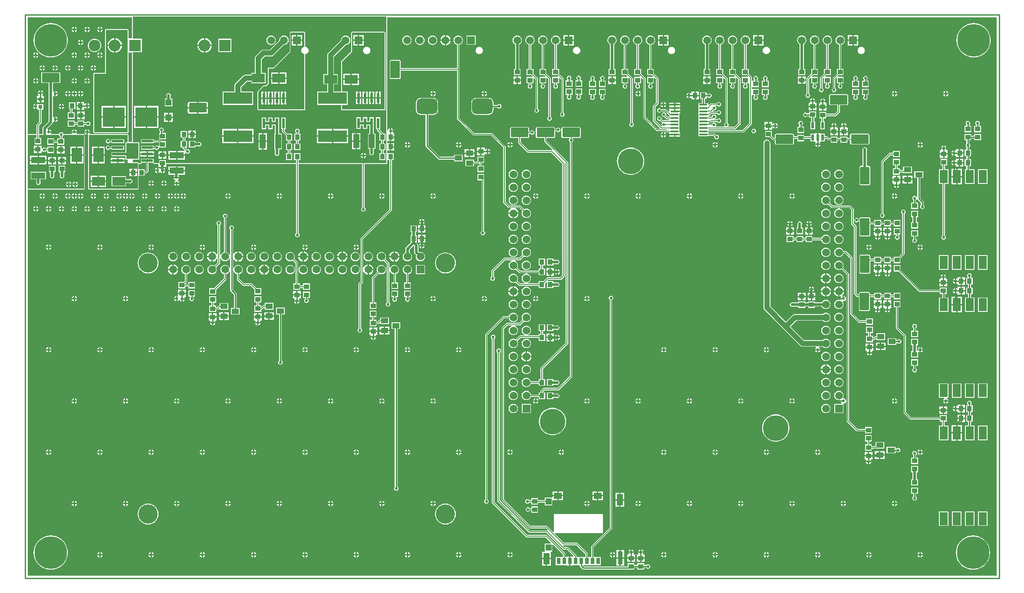
<source format=gtl>
G04*
G04 #@! TF.GenerationSoftware,Altium Limited,Altium Designer,18.1.11 (251)*
G04*
G04 Layer_Physical_Order=1*
G04 Layer_Color=255*
%FSLAX25Y25*%
%MOIN*%
G70*
G01*
G75*
%ADD12C,0.01000*%
%ADD14C,0.00984*%
%ADD17C,0.00600*%
%ADD20R,0.03937X0.03740*%
%ADD21R,0.03150X0.04882*%
%ADD22R,0.03740X0.09843*%
%ADD23R,0.04528X0.08661*%
%ADD24R,0.04567X0.04921*%
%ADD25R,0.04567X0.04724*%
%ADD26R,0.05906X0.04528*%
G04:AMPARAMS|DCode=27|XSize=135.04mil|YSize=70.08mil|CornerRadius=3.5mil|HoleSize=0mil|Usage=FLASHONLY|Rotation=0.000|XOffset=0mil|YOffset=0mil|HoleType=Round|Shape=RoundedRectangle|*
%AMROUNDEDRECTD27*
21,1,0.13504,0.06307,0,0,0.0*
21,1,0.12803,0.07008,0,0,0.0*
1,1,0.00701,0.06402,-0.03154*
1,1,0.00701,-0.06402,-0.03154*
1,1,0.00701,-0.06402,0.03154*
1,1,0.00701,0.06402,0.03154*
%
%ADD27ROUNDEDRECTD27*%
%ADD28R,0.03150X0.03150*%
%ADD29R,0.10630X0.04528*%
%ADD30R,0.03740X0.03937*%
%ADD31R,0.09843X0.06693*%
%ADD32R,0.04724X0.04724*%
%ADD33R,0.16693X0.15000*%
%ADD34R,0.08661X0.01968*%
%ADD35R,0.09449X0.12205*%
%ADD36R,0.02362X0.04724*%
G04:AMPARAMS|DCode=37|XSize=157.48mil|YSize=118.11mil|CornerRadius=29.53mil|HoleSize=0mil|Usage=FLASHONLY|Rotation=180.000|XOffset=0mil|YOffset=0mil|HoleType=Round|Shape=RoundedRectangle|*
%AMROUNDEDRECTD37*
21,1,0.15748,0.05906,0,0,180.0*
21,1,0.09843,0.11811,0,0,180.0*
1,1,0.05906,-0.04921,0.02953*
1,1,0.05906,0.04921,0.02953*
1,1,0.05906,0.04921,-0.02953*
1,1,0.05906,-0.04921,-0.02953*
%
%ADD37ROUNDEDRECTD37*%
%ADD38R,0.05512X0.03937*%
%ADD39R,0.06299X0.01181*%
G04:AMPARAMS|DCode=40|XSize=135.04mil|YSize=70.08mil|CornerRadius=3.5mil|HoleSize=0mil|Usage=FLASHONLY|Rotation=90.000|XOffset=0mil|YOffset=0mil|HoleType=Round|Shape=RoundedRectangle|*
%AMROUNDEDRECTD40*
21,1,0.13504,0.06307,0,0,90.0*
21,1,0.12803,0.07008,0,0,90.0*
1,1,0.00701,0.03154,0.06402*
1,1,0.00701,0.03154,-0.06402*
1,1,0.00701,-0.03154,-0.06402*
1,1,0.00701,-0.03154,0.06402*
%
%ADD40ROUNDEDRECTD40*%
%ADD41R,0.04528X0.10630*%
%ADD42R,0.22047X0.09055*%
%ADD43R,0.06063X0.10000*%
%ADD44R,0.02200X0.07800*%
%ADD45R,0.07874X0.11024*%
%ADD82C,0.03937*%
%ADD83C,0.01968*%
%ADD84C,0.09055*%
%ADD85R,0.09055X0.09055*%
%ADD86C,0.19685*%
%ADD87C,0.05906*%
%ADD88R,0.05906X0.05906*%
%ADD89R,0.05906X0.05906*%
%ADD90C,0.14764*%
%ADD91C,0.25000*%
%ADD92C,0.02200*%
G36*
X746063Y1969D02*
X1969D01*
Y298563D01*
X45276D01*
X45735Y298753D01*
X45925Y299213D01*
Y340551D01*
X45735Y341010D01*
X45276Y341201D01*
X39778D01*
X39511Y341701D01*
X39773Y342094D01*
X39837Y342413D01*
X35754D01*
X35817Y342094D01*
X36080Y341701D01*
X35813Y341201D01*
X29438D01*
X29357Y341608D01*
X28982Y342171D01*
X28419Y342546D01*
X27756Y342678D01*
X27093Y342546D01*
X26530Y342171D01*
X26155Y341608D01*
X26074Y341201D01*
X20093D01*
X19826Y341701D01*
X20088Y342094D01*
X20152Y342413D01*
X18110D01*
Y342913D01*
X17610D01*
Y344955D01*
X17524Y344938D01*
X17023Y345205D01*
X16964Y345274D01*
X16948Y345372D01*
X20827Y349252D01*
X21177Y349776D01*
X21300Y350394D01*
Y350786D01*
X21800Y351053D01*
X22212Y350778D01*
X22532Y350714D01*
Y352756D01*
Y354798D01*
X22212Y354734D01*
X21800Y354459D01*
X21300Y354726D01*
Y370471D01*
X21800Y370738D01*
X22212Y370463D01*
X22532Y370399D01*
Y372441D01*
Y374483D01*
X22212Y374419D01*
X21800Y374144D01*
X21300Y374411D01*
Y380523D01*
X26087D01*
X26457Y380597D01*
X26772Y380807D01*
X26982Y381121D01*
X27056Y381492D01*
Y387799D01*
X26982Y388170D01*
X26772Y388484D01*
X26457Y388695D01*
X26087Y388768D01*
X13284D01*
X12913Y388695D01*
X12598Y388484D01*
X12388Y388170D01*
X12314Y387799D01*
Y381492D01*
X12388Y381121D01*
X12598Y380807D01*
X12913Y380597D01*
X13284Y380523D01*
X18070D01*
Y351063D01*
X13818Y346812D01*
X13468Y346287D01*
X13345Y345669D01*
Y341201D01*
X10760D01*
Y347848D01*
X12461Y349549D01*
X12659Y349846D01*
X12729Y350198D01*
Y360030D01*
X13986D01*
Y364380D01*
X9637D01*
Y364380D01*
X9495Y364304D01*
X9087Y364577D01*
X8768Y364640D01*
Y362598D01*
Y360557D01*
X9087Y360620D01*
X9196Y360693D01*
X9637Y360457D01*
Y360030D01*
X10894D01*
Y350578D01*
X9194Y348877D01*
X8995Y348580D01*
X8925Y348228D01*
Y341201D01*
X1969D01*
Y431102D01*
X82028D01*
Y414976D01*
X79390D01*
Y421260D01*
X79199Y421719D01*
X78740Y421909D01*
X61970D01*
X61510Y421719D01*
X61320Y421260D01*
Y388445D01*
X53150D01*
X52690Y388254D01*
X52500Y387795D01*
Y342697D01*
X52690Y342238D01*
X53150Y342048D01*
X78740D01*
X79199Y342238D01*
X79390Y342697D01*
Y403921D01*
X82028D01*
Y335449D01*
X79390D01*
Y340551D01*
X79199Y341010D01*
X78740Y341201D01*
X49620D01*
X49353Y341701D01*
X49616Y342094D01*
X49679Y342413D01*
X48138D01*
Y340872D01*
X48156Y340875D01*
X48312Y340751D01*
X48563Y340451D01*
Y299213D01*
X48753Y298753D01*
X49213Y298563D01*
X86614D01*
X87073Y298753D01*
X87264Y299213D01*
Y309243D01*
X91840D01*
Y310893D01*
X92913D01*
X93265Y310963D01*
X93562Y311162D01*
X94550Y312149D01*
X94748Y312447D01*
X94818Y312798D01*
Y319262D01*
X98182D01*
X98271Y319048D01*
X98348Y318829D01*
X98675Y318464D01*
X98692Y318456D01*
X98699Y318438D01*
X98914Y318350D01*
X99123Y318249D01*
X99141Y318255D01*
X99158Y318248D01*
X102544D01*
Y316027D01*
X105012D01*
Y318897D01*
X106012D01*
Y316027D01*
X108481D01*
Y318248D01*
X208137D01*
Y265211D01*
X207829Y265005D01*
X207454Y264443D01*
X207322Y263779D01*
X207454Y263116D01*
X207829Y262554D01*
X208392Y262178D01*
X209055Y262046D01*
X209718Y262178D01*
X210281Y262554D01*
X210656Y263116D01*
X210788Y263779D01*
X210656Y264443D01*
X210281Y265005D01*
X209973Y265211D01*
Y318248D01*
X258925D01*
Y284896D01*
X258617Y284690D01*
X258241Y284128D01*
X258109Y283465D01*
X258241Y282801D01*
X258617Y282239D01*
X259179Y281863D01*
X259842Y281731D01*
X260506Y281863D01*
X261068Y282239D01*
X261444Y282801D01*
X261576Y283465D01*
X261444Y284128D01*
X261068Y284690D01*
X260760Y284896D01*
Y318248D01*
X277559D01*
X278018Y318438D01*
X278208Y318898D01*
Y320960D01*
X278239Y321448D01*
X278709Y321448D01*
X279791D01*
Y283452D01*
X258013Y261673D01*
X257814Y261375D01*
X257744Y261024D01*
Y228333D01*
X256438Y227027D01*
X256239Y226729D01*
X256169Y226378D01*
Y191904D01*
X255861Y191698D01*
X255485Y191136D01*
X255353Y190472D01*
X255485Y189809D01*
X255861Y189247D01*
X256423Y188871D01*
X257087Y188739D01*
X257750Y188871D01*
X258312Y189247D01*
X258688Y189809D01*
X258820Y190472D01*
X258688Y191136D01*
X258312Y191698D01*
X258004Y191904D01*
Y225998D01*
X259310Y227304D01*
X259509Y227602D01*
X259579Y227953D01*
Y235429D01*
X260079Y235528D01*
X260209Y235215D01*
X260842Y234389D01*
X261668Y233756D01*
X262630Y233358D01*
X263161Y233288D01*
Y237209D01*
Y241130D01*
X262630Y241060D01*
X261668Y240661D01*
X260842Y240028D01*
X260209Y239202D01*
X260079Y238889D01*
X259579Y238988D01*
Y260644D01*
X281358Y282423D01*
X281557Y282721D01*
X281627Y283072D01*
Y321448D01*
X283179D01*
Y326585D01*
X278239Y326585D01*
X278208Y327072D01*
Y328528D01*
X280209D01*
Y331497D01*
Y334465D01*
X278208D01*
Y336009D01*
X280209D01*
Y338977D01*
X280709D01*
Y339477D01*
X283579D01*
Y341946D01*
X282663D01*
X282396Y342445D01*
X282687Y342881D01*
X282751Y343200D01*
X280709D01*
Y343701D01*
X280209D01*
Y345742D01*
X279890Y345679D01*
X279195Y345215D01*
X278731Y344520D01*
X278709Y344408D01*
X278208Y344457D01*
Y431102D01*
X746063D01*
Y1969D01*
D02*
G37*
G36*
X78740Y342697D02*
X53150D01*
Y387795D01*
X62101D01*
X61970Y387927D01*
Y421260D01*
X78740D01*
Y342697D01*
D02*
G37*
G36*
X45276Y299213D02*
X1969D01*
Y340551D01*
X8925D01*
Y338297D01*
X7274D01*
Y333357D01*
X12411D01*
Y338297D01*
X10760D01*
Y340551D01*
X26101D01*
X26155Y340282D01*
X26530Y339719D01*
X26838Y339513D01*
Y338002D01*
X24891D01*
Y336449D01*
X22253D01*
Y338002D01*
X17116D01*
Y333062D01*
X22253D01*
Y334614D01*
X24891D01*
Y333061D01*
X30028D01*
Y338002D01*
X28673D01*
Y339513D01*
X28982Y339719D01*
X29357Y340282D01*
X29411Y340551D01*
X45276D01*
Y299213D01*
D02*
G37*
G36*
X277559Y318898D02*
X209973D01*
Y321448D01*
X211526D01*
Y326585D01*
X206585D01*
Y321448D01*
X208137D01*
Y318898D01*
X108081D01*
Y321367D01*
X102944D01*
Y318898D01*
X99158D01*
X98831Y319262D01*
Y322431D01*
X88970D01*
Y319262D01*
X88643Y318898D01*
X87264D01*
X87073Y319357D01*
X86614Y319547D01*
X82677D01*
Y321644D01*
X87906D01*
Y335049D01*
X82677D01*
Y404321D01*
X89616D01*
Y414576D01*
X82677D01*
Y431496D01*
X277559D01*
Y318898D01*
D02*
G37*
G36*
X92983Y313178D02*
X92533Y312729D01*
X91840D01*
Y314380D01*
X87264D01*
Y318248D01*
X88643D01*
X88660Y318255D01*
X88678Y318249D01*
X88888Y318350D01*
X89102Y318438D01*
X89109Y318456D01*
X89126Y318464D01*
X89453Y318829D01*
X89530Y319048D01*
X89619Y319262D01*
X92983D01*
Y313178D01*
D02*
G37*
G36*
X78740Y335049D02*
X77257D01*
Y327462D01*
X71263D01*
X71107Y327431D01*
X66332D01*
Y324262D01*
X71107D01*
X71263Y324231D01*
X77257D01*
Y321644D01*
X78740D01*
Y318898D01*
X86614D01*
Y299213D01*
X49213D01*
Y340551D01*
X78740D01*
Y335049D01*
D02*
G37*
%LPC*%
G36*
X57980Y423695D02*
Y422154D01*
X59522D01*
X59459Y422473D01*
X58994Y423168D01*
X58300Y423632D01*
X57980Y423695D01*
D02*
G37*
G36*
X56980D02*
X56661Y423632D01*
X55966Y423168D01*
X55502Y422473D01*
X55439Y422154D01*
X56980D01*
Y423695D01*
D02*
G37*
G36*
X48138D02*
Y422154D01*
X49679D01*
X49616Y422473D01*
X49152Y423168D01*
X48457Y423632D01*
X48138Y423695D01*
D02*
G37*
G36*
X47138D02*
X46818Y423632D01*
X46124Y423168D01*
X45660Y422473D01*
X45596Y422154D01*
X47138D01*
Y423695D01*
D02*
G37*
G36*
X38295D02*
Y422154D01*
X39837D01*
X39773Y422473D01*
X39309Y423168D01*
X38615Y423632D01*
X38295Y423695D01*
D02*
G37*
G36*
X37295D02*
X36976Y423632D01*
X36281Y423168D01*
X35817Y422473D01*
X35754Y422154D01*
X37295D01*
Y423695D01*
D02*
G37*
G36*
X59522Y421154D02*
X57980D01*
Y419612D01*
X58300Y419675D01*
X58994Y420140D01*
X59459Y420834D01*
X59522Y421154D01*
D02*
G37*
G36*
X56980D02*
X55439D01*
X55502Y420834D01*
X55966Y420140D01*
X56661Y419675D01*
X56980Y419612D01*
Y421154D01*
D02*
G37*
G36*
X49679D02*
X48138D01*
Y419612D01*
X48457Y419675D01*
X49152Y420140D01*
X49616Y420834D01*
X49679Y421154D01*
D02*
G37*
G36*
X47138D02*
X45596D01*
X45660Y420834D01*
X46124Y420140D01*
X46818Y419675D01*
X47138Y419612D01*
Y421154D01*
D02*
G37*
G36*
X39837D02*
X38295D01*
Y419612D01*
X38615Y419675D01*
X39309Y420140D01*
X39773Y420834D01*
X39837Y421154D01*
D02*
G37*
G36*
X37295D02*
X35754D01*
X35817Y420834D01*
X36281Y420140D01*
X36976Y419675D01*
X37295Y419612D01*
Y421154D01*
D02*
G37*
G36*
X323335Y417307D02*
Y413886D01*
X326756D01*
X326686Y414418D01*
X326287Y415379D01*
X325654Y416205D01*
X324828Y416839D01*
X323867Y417237D01*
X323335Y417307D01*
D02*
G37*
G36*
X566945Y417339D02*
X563492D01*
Y413886D01*
X566945D01*
Y417339D01*
D02*
G37*
G36*
X322335Y417307D02*
X321803Y417237D01*
X320841Y416839D01*
X320016Y416205D01*
X319382Y415379D01*
X318984Y414418D01*
X318914Y413886D01*
X322335D01*
Y417307D01*
D02*
G37*
G36*
X562492Y417339D02*
X559039D01*
Y413886D01*
X562492D01*
Y417339D01*
D02*
G37*
G36*
X494110Y417339D02*
X490658D01*
Y413886D01*
X494110D01*
Y417339D01*
D02*
G37*
G36*
X489657D02*
X486205D01*
Y413886D01*
X489657D01*
Y417339D01*
D02*
G37*
G36*
X421276D02*
X417823D01*
Y413886D01*
X421276D01*
Y417339D01*
D02*
G37*
G36*
X416823D02*
X413370D01*
Y413886D01*
X416823D01*
Y417339D01*
D02*
G37*
G36*
X639780D02*
X636327D01*
Y413886D01*
X639780D01*
Y417339D01*
D02*
G37*
G36*
X635327D02*
X631874D01*
Y413886D01*
X635327D01*
Y417339D01*
D02*
G37*
G36*
X43216Y413853D02*
Y412311D01*
X44758D01*
X44695Y412630D01*
X44230Y413325D01*
X43536Y413789D01*
X43216Y413853D01*
D02*
G37*
G36*
X42217D02*
X41897Y413789D01*
X41203Y413325D01*
X40738Y412630D01*
X40675Y412311D01*
X42217D01*
Y413853D01*
D02*
G37*
G36*
X346072Y416939D02*
X338967D01*
Y409833D01*
X346072D01*
Y416939D01*
D02*
G37*
G36*
X312992Y416969D02*
X312065Y416847D01*
X311200Y416489D01*
X310458Y415920D01*
X309889Y415177D01*
X309531Y414313D01*
X309409Y413386D01*
X309531Y412458D01*
X309889Y411594D01*
X310458Y410852D01*
X311200Y410283D01*
X312065Y409925D01*
X312992Y409802D01*
X313920Y409925D01*
X314784Y410283D01*
X315526Y410852D01*
X316095Y411594D01*
X316453Y412458D01*
X316576Y413386D01*
X316453Y414313D01*
X316095Y415177D01*
X315526Y415920D01*
X314784Y416489D01*
X313920Y416847D01*
X312992Y416969D01*
D02*
G37*
G36*
X303150D02*
X302222Y416847D01*
X301358Y416489D01*
X300616Y415920D01*
X300046Y415177D01*
X299688Y414313D01*
X299566Y413386D01*
X299688Y412458D01*
X300046Y411594D01*
X300616Y410852D01*
X301358Y410283D01*
X302222Y409925D01*
X303150Y409802D01*
X304077Y409925D01*
X304941Y410283D01*
X305683Y410852D01*
X306253Y411594D01*
X306611Y412458D01*
X306733Y413386D01*
X306611Y414313D01*
X306253Y415177D01*
X305683Y415920D01*
X304941Y416489D01*
X304077Y416847D01*
X303150Y416969D01*
D02*
G37*
G36*
X293307D02*
X292380Y416847D01*
X291515Y416489D01*
X290773Y415920D01*
X290204Y415177D01*
X289846Y414313D01*
X289724Y413386D01*
X289846Y412458D01*
X290204Y411594D01*
X290773Y410852D01*
X291515Y410283D01*
X292380Y409925D01*
X293307Y409802D01*
X294234Y409925D01*
X295099Y410283D01*
X295841Y410852D01*
X296410Y411594D01*
X296768Y412458D01*
X296890Y413386D01*
X296768Y414313D01*
X296410Y415177D01*
X295841Y415920D01*
X295099Y416489D01*
X294234Y416847D01*
X293307Y416969D01*
D02*
G37*
G36*
X44758Y411311D02*
X43216D01*
Y409769D01*
X43536Y409833D01*
X44230Y410297D01*
X44695Y410992D01*
X44758Y411311D01*
D02*
G37*
G36*
X42217D02*
X40675D01*
X40738Y410992D01*
X41203Y410297D01*
X41897Y409833D01*
X42217Y409769D01*
Y411311D01*
D02*
G37*
G36*
X326756Y412886D02*
X323335D01*
Y409465D01*
X323867Y409535D01*
X324828Y409933D01*
X325654Y410567D01*
X326287Y411392D01*
X326686Y412354D01*
X326756Y412886D01*
D02*
G37*
G36*
X322335D02*
X318914D01*
X318984Y412354D01*
X319382Y411392D01*
X320016Y410567D01*
X320841Y409933D01*
X321803Y409535D01*
X322335Y409465D01*
Y412886D01*
D02*
G37*
G36*
X566945D02*
X563492D01*
Y409433D01*
X566945D01*
Y412886D01*
D02*
G37*
G36*
X562492D02*
X559039D01*
Y409433D01*
X562492D01*
Y412886D01*
D02*
G37*
G36*
X639780Y412886D02*
X636327D01*
Y409433D01*
X639780D01*
Y412886D01*
D02*
G37*
G36*
X635327D02*
X631874D01*
Y409433D01*
X635327D01*
Y412886D01*
D02*
G37*
G36*
X494110Y412886D02*
X490658D01*
Y409433D01*
X494110D01*
Y412886D01*
D02*
G37*
G36*
X489657D02*
X486205D01*
Y409433D01*
X489657D01*
Y412886D01*
D02*
G37*
G36*
X421276Y412886D02*
X417823D01*
Y409433D01*
X421276D01*
Y412886D01*
D02*
G37*
G36*
X416823D02*
X413370D01*
Y409433D01*
X416823D01*
Y412886D01*
D02*
G37*
G36*
X53307Y414621D02*
X51968Y414444D01*
X50721Y413928D01*
X49650Y413106D01*
X48828Y412035D01*
X48311Y410787D01*
X48135Y409449D01*
X48311Y408110D01*
X48828Y406863D01*
X49650Y405792D01*
X50721Y404970D01*
X51968Y404453D01*
X53307Y404277D01*
X54646Y404453D01*
X55893Y404970D01*
X56964Y405792D01*
X57786Y406863D01*
X58303Y408110D01*
X58479Y409449D01*
X58303Y410787D01*
X57786Y412035D01*
X56964Y413106D01*
X55893Y413928D01*
X54646Y414444D01*
X53307Y414621D01*
D02*
G37*
G36*
X569291Y408301D02*
X568569Y408206D01*
X567897Y407927D01*
X567319Y407484D01*
X566876Y406906D01*
X566597Y406234D01*
X566502Y405512D01*
X566597Y404790D01*
X566876Y404117D01*
X567319Y403540D01*
X567897Y403096D01*
X568569Y402818D01*
X569291Y402723D01*
X570013Y402818D01*
X570686Y403096D01*
X571264Y403540D01*
X571707Y404117D01*
X571985Y404790D01*
X572081Y405512D01*
X571985Y406234D01*
X571707Y406906D01*
X571264Y407484D01*
X570686Y407927D01*
X570013Y408206D01*
X569291Y408301D01*
D02*
G37*
G36*
X642126Y408301D02*
X641404Y408206D01*
X640731Y407927D01*
X640154Y407484D01*
X639711Y406906D01*
X639432Y406234D01*
X639337Y405512D01*
X639432Y404790D01*
X639711Y404117D01*
X640154Y403540D01*
X640731Y403096D01*
X641404Y402818D01*
X642126Y402723D01*
X642848Y402818D01*
X643521Y403096D01*
X644098Y403540D01*
X644542Y404117D01*
X644820Y404790D01*
X644915Y405512D01*
X644820Y406234D01*
X644542Y406906D01*
X644098Y407484D01*
X643521Y407927D01*
X642848Y408206D01*
X642126Y408301D01*
D02*
G37*
G36*
X496457D02*
X495735Y408206D01*
X495062Y407927D01*
X494484Y407484D01*
X494041Y406906D01*
X493762Y406234D01*
X493668Y405512D01*
X493762Y404790D01*
X494041Y404117D01*
X494484Y403540D01*
X495062Y403096D01*
X495735Y402818D01*
X496457Y402723D01*
X497179Y402818D01*
X497851Y403096D01*
X498429Y403540D01*
X498872Y404117D01*
X499151Y404790D01*
X499246Y405512D01*
X499151Y406234D01*
X498872Y406906D01*
X498429Y407484D01*
X497851Y407927D01*
X497179Y408206D01*
X496457Y408301D01*
D02*
G37*
G36*
X423622D02*
X422900Y408206D01*
X422227Y407927D01*
X421650Y407484D01*
X421207Y406906D01*
X420928Y406234D01*
X420833Y405512D01*
X420928Y404790D01*
X421207Y404117D01*
X421650Y403540D01*
X422227Y403096D01*
X422900Y402818D01*
X423622Y402723D01*
X424344Y402818D01*
X425017Y403096D01*
X425594Y403540D01*
X426038Y404117D01*
X426316Y404790D01*
X426411Y405512D01*
X426316Y406234D01*
X426038Y406906D01*
X425594Y407484D01*
X425017Y407927D01*
X424344Y408206D01*
X423622Y408301D01*
D02*
G37*
G36*
X348819D02*
X348097Y408206D01*
X347424Y407927D01*
X346847Y407484D01*
X346403Y406906D01*
X346125Y406234D01*
X346030Y405512D01*
X346125Y404790D01*
X346403Y404117D01*
X346847Y403540D01*
X347424Y403096D01*
X348097Y402818D01*
X348819Y402723D01*
X349541Y402818D01*
X350214Y403096D01*
X350791Y403540D01*
X351234Y404117D01*
X351513Y404790D01*
X351608Y405512D01*
X351513Y406234D01*
X351234Y406906D01*
X350791Y407484D01*
X350214Y407927D01*
X349541Y408206D01*
X348819Y408301D01*
D02*
G37*
G36*
X57980Y404010D02*
Y402468D01*
X59522D01*
X59459Y402788D01*
X58994Y403482D01*
X58300Y403947D01*
X57980Y404010D01*
D02*
G37*
G36*
X56980D02*
X56661Y403947D01*
X55966Y403482D01*
X55502Y402788D01*
X55439Y402468D01*
X56980D01*
Y404010D01*
D02*
G37*
G36*
X48138D02*
Y402468D01*
X49679D01*
X49616Y402788D01*
X49152Y403482D01*
X48457Y403947D01*
X48138Y404010D01*
D02*
G37*
G36*
X47138D02*
X46818Y403947D01*
X46124Y403482D01*
X45660Y402788D01*
X45596Y402468D01*
X47138D01*
Y404010D01*
D02*
G37*
G36*
X38295D02*
Y402468D01*
X39837D01*
X39773Y402788D01*
X39309Y403482D01*
X38615Y403947D01*
X38295Y404010D01*
D02*
G37*
G36*
X37295D02*
X36976Y403947D01*
X36281Y403482D01*
X35817Y402788D01*
X35754Y402468D01*
X37295D01*
Y404010D01*
D02*
G37*
G36*
X8768D02*
Y402468D01*
X10309D01*
X10246Y402788D01*
X9782Y403482D01*
X9087Y403947D01*
X8768Y404010D01*
D02*
G37*
G36*
X7768D02*
X7448Y403947D01*
X6754Y403482D01*
X6290Y402788D01*
X6226Y402468D01*
X7768D01*
Y404010D01*
D02*
G37*
G36*
X728346Y426526D02*
X726291Y426365D01*
X724286Y425883D01*
X722381Y425094D01*
X720623Y424017D01*
X719055Y422678D01*
X717716Y421110D01*
X716638Y419351D01*
X715849Y417447D01*
X715368Y415442D01*
X715206Y413386D01*
X715368Y411330D01*
X715849Y409325D01*
X716638Y407420D01*
X717716Y405662D01*
X719055Y404094D01*
X720623Y402755D01*
X722381Y401678D01*
X724286Y400888D01*
X726291Y400407D01*
X728346Y400245D01*
X730402Y400407D01*
X732407Y400888D01*
X734312Y401678D01*
X736070Y402755D01*
X737638Y404094D01*
X738977Y405662D01*
X740055Y407420D01*
X740844Y409325D01*
X741325Y411330D01*
X741487Y413386D01*
X741325Y415442D01*
X740844Y417447D01*
X740055Y419351D01*
X738977Y421110D01*
X737638Y422678D01*
X736070Y424017D01*
X734312Y425094D01*
X732407Y425883D01*
X730402Y426365D01*
X728346Y426526D01*
D02*
G37*
G36*
X19685D02*
X17629Y426365D01*
X15624Y425883D01*
X13719Y425094D01*
X11961Y424017D01*
X10393Y422678D01*
X9054Y421110D01*
X7977Y419351D01*
X7188Y417447D01*
X6706Y415442D01*
X6544Y413386D01*
X6706Y411330D01*
X7188Y409325D01*
X7977Y407420D01*
X9054Y405662D01*
X10393Y404094D01*
X11961Y402755D01*
X13719Y401678D01*
X15624Y400888D01*
X17629Y400407D01*
X19685Y400245D01*
X21741Y400407D01*
X23746Y400888D01*
X25651Y401678D01*
X27409Y402755D01*
X28977Y404094D01*
X30316Y405662D01*
X31393Y407420D01*
X32182Y409325D01*
X32664Y411330D01*
X32825Y413386D01*
X32664Y415442D01*
X32182Y417447D01*
X31393Y419351D01*
X30316Y421110D01*
X28977Y422678D01*
X27409Y424017D01*
X25651Y425094D01*
X23746Y425883D01*
X21741Y426365D01*
X19685Y426526D01*
D02*
G37*
G36*
X59522Y401469D02*
X57980D01*
Y399927D01*
X58300Y399990D01*
X58994Y400455D01*
X59459Y401149D01*
X59522Y401469D01*
D02*
G37*
G36*
X56980D02*
X55439D01*
X55502Y401149D01*
X55966Y400455D01*
X56661Y399990D01*
X56980Y399927D01*
Y401469D01*
D02*
G37*
G36*
X49679D02*
X48138D01*
Y399927D01*
X48457Y399990D01*
X49152Y400455D01*
X49616Y401149D01*
X49679Y401469D01*
D02*
G37*
G36*
X47138D02*
X45596D01*
X45660Y401149D01*
X46124Y400455D01*
X46818Y399990D01*
X47138Y399927D01*
Y401469D01*
D02*
G37*
G36*
X39837D02*
X38295D01*
Y399927D01*
X38615Y399990D01*
X39309Y400455D01*
X39773Y401149D01*
X39837Y401469D01*
D02*
G37*
G36*
X37295D02*
X35754D01*
X35817Y401149D01*
X36281Y400455D01*
X36976Y399990D01*
X37295Y399927D01*
Y401469D01*
D02*
G37*
G36*
X10309D02*
X8768D01*
Y399927D01*
X9087Y399990D01*
X9782Y400455D01*
X10246Y401149D01*
X10309Y401469D01*
D02*
G37*
G36*
X7768D02*
X6226D01*
X6290Y401149D01*
X6754Y400455D01*
X7448Y399990D01*
X7768Y399927D01*
Y401469D01*
D02*
G37*
G36*
X53059Y394168D02*
Y392626D01*
X54601D01*
X54537Y392945D01*
X54073Y393640D01*
X53378Y394104D01*
X53059Y394168D01*
D02*
G37*
G36*
X52059D02*
X51740Y394104D01*
X51045Y393640D01*
X50581Y392945D01*
X50517Y392626D01*
X52059D01*
Y394168D01*
D02*
G37*
G36*
X43216D02*
Y392626D01*
X44758D01*
X44695Y392945D01*
X44230Y393640D01*
X43536Y394104D01*
X43216Y394168D01*
D02*
G37*
G36*
X42217D02*
X41897Y394104D01*
X41203Y393640D01*
X40738Y392945D01*
X40675Y392626D01*
X42217D01*
Y394168D01*
D02*
G37*
G36*
X33374D02*
Y392626D01*
X34916D01*
X34852Y392945D01*
X34388Y393640D01*
X33693Y394104D01*
X33374Y394168D01*
D02*
G37*
G36*
X32374D02*
X32055Y394104D01*
X31360Y393640D01*
X30896Y392945D01*
X30832Y392626D01*
X32374D01*
Y394168D01*
D02*
G37*
G36*
X23531D02*
Y392626D01*
X25073D01*
X25010Y392945D01*
X24545Y393640D01*
X23851Y394104D01*
X23531Y394168D01*
D02*
G37*
G36*
X22532D02*
X22212Y394104D01*
X21518Y393640D01*
X21053Y392945D01*
X20990Y392626D01*
X22532D01*
Y394168D01*
D02*
G37*
G36*
X13689D02*
Y392626D01*
X15231D01*
X15167Y392945D01*
X14703Y393640D01*
X14008Y394104D01*
X13689Y394168D01*
D02*
G37*
G36*
X12689D02*
X12370Y394104D01*
X11675Y393640D01*
X11211Y392945D01*
X11147Y392626D01*
X12689D01*
Y394168D01*
D02*
G37*
G36*
X332677Y416969D02*
X331750Y416847D01*
X330886Y416489D01*
X330143Y415920D01*
X329574Y415177D01*
X329216Y414313D01*
X329094Y413386D01*
X329216Y412458D01*
X329574Y411594D01*
X330143Y410852D01*
X330886Y410283D01*
X331750Y409925D01*
X331760Y409923D01*
Y391863D01*
X288374D01*
Y397346D01*
X288301Y397717D01*
X288091Y398032D01*
X287776Y398242D01*
X287405Y398316D01*
X281098D01*
X280728Y398242D01*
X280413Y398032D01*
X280203Y397717D01*
X280129Y397346D01*
Y384543D01*
X280203Y384173D01*
X280413Y383858D01*
X280728Y383648D01*
X281098Y383574D01*
X287405D01*
X287776Y383648D01*
X288091Y383858D01*
X288301Y384173D01*
X288374Y384543D01*
Y390027D01*
X331760D01*
Y353150D01*
X331829Y352798D01*
X332028Y352501D01*
X344056Y340474D01*
X344353Y340275D01*
X344704Y340205D01*
X358104D01*
X367193Y331116D01*
Y288976D01*
X367263Y288625D01*
X367461Y288328D01*
X371005Y284784D01*
X371302Y284585D01*
X371654Y284515D01*
X373125D01*
X373224Y284015D01*
X373007Y283925D01*
X372181Y283292D01*
X371547Y282466D01*
X371149Y281504D01*
X371079Y280972D01*
X375000D01*
X378921D01*
X378851Y281504D01*
X378453Y282466D01*
X377819Y283292D01*
X376993Y283925D01*
X376776Y284015D01*
X376875Y284515D01*
X379659D01*
X381903Y282272D01*
X381897Y282264D01*
X381539Y281400D01*
X381417Y280472D01*
X381539Y279545D01*
X381897Y278681D01*
X382466Y277939D01*
X383208Y277369D01*
X384073Y277011D01*
X385000Y276889D01*
X385927Y277011D01*
X386792Y277369D01*
X387534Y277939D01*
X388103Y278681D01*
X388461Y279545D01*
X388583Y280472D01*
X388461Y281400D01*
X388103Y282264D01*
X387534Y283006D01*
X386792Y283576D01*
X385927Y283934D01*
X385000Y284056D01*
X384073Y283934D01*
X383208Y283576D01*
X383200Y283570D01*
X380688Y286082D01*
X380391Y286281D01*
X380039Y286351D01*
X372034D01*
X369028Y289356D01*
Y331496D01*
X368958Y331847D01*
X368759Y332145D01*
X359133Y341771D01*
X358835Y341970D01*
X358484Y342040D01*
X345085D01*
X333595Y353530D01*
Y390945D01*
Y409923D01*
X333605Y409925D01*
X334469Y410283D01*
X335211Y410852D01*
X335781Y411594D01*
X336139Y412458D01*
X336261Y413386D01*
X336139Y414313D01*
X335781Y415177D01*
X335211Y415920D01*
X334469Y416489D01*
X333605Y416847D01*
X332677Y416969D01*
D02*
G37*
G36*
X54601Y391626D02*
X53059D01*
Y390084D01*
X53378Y390148D01*
X54073Y390612D01*
X54537Y391307D01*
X54601Y391626D01*
D02*
G37*
G36*
X52059D02*
X50517D01*
X50581Y391307D01*
X51045Y390612D01*
X51740Y390148D01*
X52059Y390084D01*
Y391626D01*
D02*
G37*
G36*
X44758D02*
X43216D01*
Y390084D01*
X43536Y390148D01*
X44230Y390612D01*
X44695Y391307D01*
X44758Y391626D01*
D02*
G37*
G36*
X42217D02*
X40675D01*
X40738Y391307D01*
X41203Y390612D01*
X41897Y390148D01*
X42217Y390084D01*
Y391626D01*
D02*
G37*
G36*
X34916D02*
X33374D01*
Y390084D01*
X33693Y390148D01*
X34388Y390612D01*
X34852Y391307D01*
X34916Y391626D01*
D02*
G37*
G36*
X32374D02*
X30832D01*
X30896Y391307D01*
X31360Y390612D01*
X32055Y390148D01*
X32374Y390084D01*
Y391626D01*
D02*
G37*
G36*
X25073D02*
X23531D01*
Y390084D01*
X23851Y390148D01*
X24545Y390612D01*
X25010Y391307D01*
X25073Y391626D01*
D02*
G37*
G36*
X22532D02*
X20990D01*
X21053Y391307D01*
X21518Y390612D01*
X22212Y390148D01*
X22532Y390084D01*
Y391626D01*
D02*
G37*
G36*
X15231D02*
X13689D01*
Y390084D01*
X14008Y390148D01*
X14703Y390612D01*
X15167Y391307D01*
X15231Y391626D01*
D02*
G37*
G36*
X12689D02*
X11147D01*
X11211Y391307D01*
X11675Y390612D01*
X12370Y390148D01*
X12689Y390084D01*
Y391626D01*
D02*
G37*
G36*
X596457Y416969D02*
X595529Y416847D01*
X594665Y416489D01*
X593923Y415920D01*
X593353Y415177D01*
X592995Y414313D01*
X592873Y413386D01*
X592995Y412458D01*
X593353Y411594D01*
X593923Y410852D01*
X594665Y410283D01*
X594841Y410209D01*
Y391478D01*
X593888D01*
Y386538D01*
X599025D01*
Y391478D01*
X598072D01*
Y410209D01*
X598248Y410283D01*
X598990Y410852D01*
X599560Y411594D01*
X599918Y412458D01*
X600040Y413386D01*
X599918Y414313D01*
X599560Y415177D01*
X598990Y415920D01*
X598248Y416489D01*
X597384Y416847D01*
X596457Y416969D01*
D02*
G37*
G36*
X523622Y416969D02*
X522695Y416847D01*
X521830Y416489D01*
X521088Y415920D01*
X520519Y415177D01*
X520161Y414313D01*
X520039Y413386D01*
X520161Y412458D01*
X520519Y411594D01*
X521088Y410852D01*
X521830Y410283D01*
X522007Y410210D01*
Y391446D01*
X521054D01*
Y386506D01*
X526191D01*
Y391446D01*
X525237D01*
Y410210D01*
X525414Y410283D01*
X526156Y410852D01*
X526725Y411594D01*
X527083Y412458D01*
X527206Y413386D01*
X527083Y414313D01*
X526725Y415177D01*
X526156Y415920D01*
X525414Y416489D01*
X524549Y416847D01*
X523622Y416969D01*
D02*
G37*
G36*
X450787Y416969D02*
X449860Y416847D01*
X448996Y416489D01*
X448253Y415920D01*
X447684Y415177D01*
X447326Y414313D01*
X447204Y413386D01*
X447326Y412458D01*
X447684Y411594D01*
X448253Y410852D01*
X448996Y410283D01*
X449172Y410209D01*
Y391446D01*
X448219D01*
Y386506D01*
X453356D01*
Y391446D01*
X452403D01*
Y410209D01*
X452579Y410283D01*
X453321Y410852D01*
X453891Y411594D01*
X454249Y412458D01*
X454371Y413386D01*
X454249Y414313D01*
X453891Y415177D01*
X453321Y415920D01*
X452579Y416489D01*
X451715Y416847D01*
X450787Y416969D01*
D02*
G37*
G36*
X377953D02*
X377025Y416847D01*
X376161Y416489D01*
X375419Y415920D01*
X374849Y415177D01*
X374491Y414313D01*
X374369Y413386D01*
X374491Y412458D01*
X374849Y411594D01*
X375419Y410852D01*
X376161Y410283D01*
X376338Y410209D01*
Y391446D01*
X375384D01*
Y386506D01*
X380521D01*
Y391446D01*
X379568D01*
Y410209D01*
X379745Y410283D01*
X380487Y410852D01*
X381056Y411594D01*
X381414Y412458D01*
X381536Y413386D01*
X381414Y414313D01*
X381056Y415177D01*
X380487Y415920D01*
X379745Y416489D01*
X378880Y416847D01*
X377953Y416969D01*
D02*
G37*
G36*
X599426Y385578D02*
X596957D01*
Y383208D01*
X599426D01*
Y385578D01*
D02*
G37*
G36*
X595957D02*
X593489D01*
Y383208D01*
X595957D01*
Y385578D01*
D02*
G37*
G36*
X453757Y385547D02*
X451288D01*
Y383177D01*
X453757D01*
Y385547D01*
D02*
G37*
G36*
X380922D02*
X378453D01*
Y383177D01*
X380922D01*
Y385547D01*
D02*
G37*
G36*
X450288D02*
X447820D01*
Y383177D01*
X450288D01*
Y385547D01*
D02*
G37*
G36*
X377453D02*
X374985D01*
Y383177D01*
X377453D01*
Y385547D01*
D02*
G37*
G36*
X526591D02*
X524123D01*
Y383177D01*
X526591D01*
Y385547D01*
D02*
G37*
G36*
X523123D02*
X520654D01*
Y383177D01*
X523123D01*
Y385547D01*
D02*
G37*
G36*
X48138Y384325D02*
Y382784D01*
X49679D01*
X49616Y383103D01*
X49152Y383798D01*
X48457Y384262D01*
X48138Y384325D01*
D02*
G37*
G36*
X47138D02*
X46818Y384262D01*
X46124Y383798D01*
X45660Y383103D01*
X45596Y382784D01*
X47138D01*
Y384325D01*
D02*
G37*
G36*
X38295D02*
Y382784D01*
X39837D01*
X39773Y383103D01*
X39309Y383798D01*
X38615Y384262D01*
X38295Y384325D01*
D02*
G37*
G36*
X37295D02*
X36976Y384262D01*
X36281Y383798D01*
X35817Y383103D01*
X35754Y382784D01*
X37295D01*
Y384325D01*
D02*
G37*
G36*
X8768D02*
Y382784D01*
X10309D01*
X10246Y383103D01*
X9782Y383798D01*
X9087Y384262D01*
X8768Y384325D01*
D02*
G37*
G36*
X7768D02*
X7448Y384262D01*
X6754Y383798D01*
X6290Y383103D01*
X6226Y382784D01*
X7768D01*
Y384325D01*
D02*
G37*
G36*
X49679Y381784D02*
X48138D01*
Y380242D01*
X48457Y380305D01*
X49152Y380769D01*
X49616Y381464D01*
X49679Y381784D01*
D02*
G37*
G36*
X47138D02*
X45596D01*
X45660Y381464D01*
X46124Y380769D01*
X46818Y380305D01*
X47138Y380242D01*
Y381784D01*
D02*
G37*
G36*
X39837D02*
X38295D01*
Y380242D01*
X38615Y380305D01*
X39309Y380769D01*
X39773Y381464D01*
X39837Y381784D01*
D02*
G37*
G36*
X37295D02*
X35754D01*
X35817Y381464D01*
X36281Y380769D01*
X36976Y380305D01*
X37295Y380242D01*
Y381784D01*
D02*
G37*
G36*
X10309D02*
X8768D01*
Y380242D01*
X9087Y380305D01*
X9782Y380769D01*
X10246Y381464D01*
X10309Y381784D01*
D02*
G37*
G36*
X7768D02*
X6226D01*
X6290Y381464D01*
X6754Y380769D01*
X7448Y380305D01*
X7768Y380242D01*
Y381784D01*
D02*
G37*
G36*
X599426Y382208D02*
X596957D01*
Y379838D01*
X599426D01*
Y382208D01*
D02*
G37*
G36*
X595957D02*
X593489D01*
Y379838D01*
X595957D01*
Y382208D01*
D02*
G37*
G36*
X526591Y382177D02*
X524123D01*
Y379807D01*
X526591D01*
Y382177D01*
D02*
G37*
G36*
X523123D02*
X520654D01*
Y379807D01*
X523123D01*
Y382177D01*
D02*
G37*
G36*
X453757Y382177D02*
X451288D01*
Y379807D01*
X453757D01*
Y382177D01*
D02*
G37*
G36*
X450288D02*
X447820D01*
Y379807D01*
X450288D01*
Y382177D01*
D02*
G37*
G36*
X380922D02*
X378453D01*
Y379807D01*
X380922D01*
Y382177D01*
D02*
G37*
G36*
X377453D02*
X374985D01*
Y379807D01*
X377453D01*
Y382177D01*
D02*
G37*
G36*
X425197Y386182D02*
X424533Y386050D01*
X423971Y385675D01*
X423595Y385112D01*
X423463Y384449D01*
X423595Y383786D01*
X423971Y383223D01*
X424083Y383148D01*
Y382588D01*
X422628D01*
Y377648D01*
X427765D01*
Y382588D01*
X426310D01*
Y383148D01*
X426422Y383223D01*
X426798Y383786D01*
X426930Y384449D01*
X426798Y385112D01*
X426422Y385675D01*
X425860Y386050D01*
X425197Y386182D01*
D02*
G37*
G36*
X417716D02*
X417053Y386050D01*
X416491Y385675D01*
X416115Y385112D01*
X415983Y384449D01*
X416115Y383786D01*
X416491Y383223D01*
X416603Y383148D01*
Y382588D01*
X415148D01*
Y377648D01*
X420285D01*
Y382588D01*
X418830D01*
Y383148D01*
X418942Y383223D01*
X419318Y383786D01*
X419450Y384449D01*
X419318Y385112D01*
X418942Y385675D01*
X418379Y386050D01*
X417716Y386182D01*
D02*
G37*
G36*
X645276Y385985D02*
X644612Y385853D01*
X644050Y385478D01*
X643674Y384915D01*
X643542Y384252D01*
X643674Y383589D01*
X644050Y383026D01*
X644162Y382951D01*
Y382391D01*
X642707D01*
Y377451D01*
X647844D01*
Y382391D01*
X646389D01*
Y382951D01*
X646501Y383026D01*
X646877Y383589D01*
X647009Y384252D01*
X646877Y384915D01*
X646501Y385478D01*
X645939Y385853D01*
X645276Y385985D01*
D02*
G37*
G36*
X637795D02*
X637132Y385853D01*
X636570Y385478D01*
X636194Y384915D01*
X636062Y384252D01*
X636194Y383589D01*
X636570Y383026D01*
X636682Y382951D01*
Y382391D01*
X635227D01*
Y377451D01*
X640364D01*
Y382391D01*
X638909D01*
Y382951D01*
X639021Y383026D01*
X639397Y383589D01*
X639529Y384252D01*
X639397Y384915D01*
X639021Y385478D01*
X638459Y385853D01*
X637795Y385985D01*
D02*
G37*
G36*
X568504D02*
X567841Y385853D01*
X567278Y385478D01*
X566903Y384915D01*
X566771Y384252D01*
X566903Y383589D01*
X567278Y383026D01*
X567390Y382951D01*
Y382391D01*
X565935D01*
Y377451D01*
X571072D01*
Y382391D01*
X569618D01*
Y382951D01*
X569730Y383026D01*
X570105Y383589D01*
X570237Y384252D01*
X570105Y384915D01*
X569730Y385478D01*
X569167Y385853D01*
X568504Y385985D01*
D02*
G37*
G36*
X443307D02*
X442644Y385853D01*
X442081Y385478D01*
X441706Y384915D01*
X441574Y384252D01*
X441706Y383589D01*
X442081Y383026D01*
X442194Y382951D01*
Y382391D01*
X440739D01*
Y377451D01*
X445876D01*
Y382391D01*
X444421D01*
Y382951D01*
X444533Y383026D01*
X444908Y383589D01*
X445040Y384252D01*
X444908Y384915D01*
X444533Y385478D01*
X443970Y385853D01*
X443307Y385985D01*
D02*
G37*
G36*
X435827D02*
X435163Y385853D01*
X434601Y385478D01*
X434225Y384915D01*
X434094Y384252D01*
X434225Y383589D01*
X434601Y383026D01*
X434713Y382951D01*
Y382391D01*
X433258D01*
Y377451D01*
X438395D01*
Y382391D01*
X436940D01*
Y382951D01*
X437052Y383026D01*
X437428Y383589D01*
X437560Y384252D01*
X437428Y384915D01*
X437052Y385478D01*
X436490Y385853D01*
X435827Y385985D01*
D02*
G37*
G36*
X625984Y416969D02*
X625057Y416847D01*
X624192Y416489D01*
X623450Y415920D01*
X622881Y415177D01*
X622523Y414313D01*
X622401Y413386D01*
X622523Y412458D01*
X622881Y411594D01*
X623450Y410852D01*
X624192Y410283D01*
X625057Y409925D01*
X625067Y409923D01*
Y391478D01*
X623416D01*
Y387737D01*
X620610Y384932D01*
X620411Y384634D01*
X620342Y384283D01*
Y376628D01*
X620034Y376423D01*
X619658Y375860D01*
X619526Y375197D01*
X619658Y374534D01*
X620034Y373971D01*
X620596Y373595D01*
X621259Y373464D01*
X621922Y373595D01*
X622485Y373971D01*
X622861Y374534D01*
X622993Y375197D01*
X622861Y375860D01*
X622485Y376423D01*
X622177Y376628D01*
Y383903D01*
X622954Y384680D01*
X623416Y384489D01*
Y380238D01*
X625067D01*
Y379416D01*
X624759Y379210D01*
X624383Y378648D01*
X624252Y377985D01*
X624383Y377322D01*
X624759Y376759D01*
X625322Y376383D01*
X625985Y376252D01*
X626648Y376383D01*
X627211Y376759D01*
X627586Y377322D01*
X627718Y377985D01*
X627586Y378648D01*
X627211Y379210D01*
X626902Y379416D01*
Y380238D01*
X628553D01*
Y385178D01*
X624106D01*
X623914Y385640D01*
X624812Y386538D01*
X628553D01*
Y391478D01*
X626902D01*
Y409923D01*
X626912Y409925D01*
X627776Y410283D01*
X628518Y410852D01*
X629088Y411594D01*
X629446Y412458D01*
X629568Y413386D01*
X629446Y414313D01*
X629088Y415177D01*
X628518Y415920D01*
X627776Y416489D01*
X626912Y416847D01*
X625984Y416969D01*
D02*
G37*
G36*
X616142D02*
X615214Y416847D01*
X614350Y416489D01*
X613608Y415920D01*
X613038Y415177D01*
X612680Y414313D01*
X612558Y413386D01*
X612680Y412458D01*
X613038Y411594D01*
X613608Y410852D01*
X614350Y410283D01*
X615214Y409925D01*
X615224Y409923D01*
Y391478D01*
X613573D01*
Y387737D01*
X610769Y384932D01*
X610569Y384635D01*
X610500Y384283D01*
Y376628D01*
X610192Y376423D01*
X609816Y375860D01*
X609684Y375197D01*
X609816Y374534D01*
X610192Y373971D01*
X610754Y373595D01*
X611417Y373464D01*
X612081Y373595D01*
X612643Y373971D01*
X613019Y374534D01*
X613151Y375197D01*
X613019Y375860D01*
X612643Y376423D01*
X612335Y376628D01*
Y383903D01*
X613112Y384680D01*
X613574Y384489D01*
Y380238D01*
X615225D01*
Y379416D01*
X614917Y379210D01*
X614541Y378648D01*
X614409Y377985D01*
X614541Y377322D01*
X614917Y376759D01*
X615479Y376383D01*
X616142Y376252D01*
X616806Y376383D01*
X617368Y376759D01*
X617744Y377322D01*
X617876Y377985D01*
X617744Y378648D01*
X617368Y379210D01*
X617060Y379416D01*
Y380238D01*
X618711D01*
Y385178D01*
X614263D01*
X614072Y385640D01*
X614969Y386538D01*
X618710D01*
Y391478D01*
X617059D01*
Y409923D01*
X617069Y409925D01*
X617933Y410283D01*
X618676Y410852D01*
X619245Y411594D01*
X619603Y412458D01*
X619725Y413386D01*
X619603Y414313D01*
X619245Y415177D01*
X618676Y415920D01*
X617933Y416489D01*
X617069Y416847D01*
X616142Y416969D01*
D02*
G37*
G36*
X606299D02*
X605372Y416847D01*
X604507Y416489D01*
X603765Y415920D01*
X603196Y415177D01*
X602838Y414313D01*
X602716Y413386D01*
X602838Y412458D01*
X603196Y411594D01*
X603765Y410852D01*
X604507Y410283D01*
X605372Y409925D01*
X605382Y409923D01*
Y391446D01*
X603731D01*
Y387706D01*
X600532Y384507D01*
X600333Y384209D01*
X600264Y383858D01*
Y372298D01*
X599956Y372092D01*
X599580Y371529D01*
X599448Y370866D01*
X599580Y370203D01*
X599956Y369640D01*
X600518Y369265D01*
X601181Y369133D01*
X601844Y369265D01*
X602407Y369640D01*
X602782Y370203D01*
X602914Y370866D01*
X602782Y371529D01*
X602407Y372092D01*
X602099Y372298D01*
Y383478D01*
X603269Y384649D01*
X603731Y384457D01*
Y380207D01*
X605382D01*
Y379385D01*
X605074Y379179D01*
X604699Y378617D01*
X604567Y377953D01*
X604699Y377290D01*
X605074Y376728D01*
X605637Y376352D01*
X606300Y376220D01*
X606963Y376352D01*
X607525Y376728D01*
X607901Y377290D01*
X608033Y377953D01*
X607901Y378617D01*
X607525Y379179D01*
X607218Y379385D01*
Y380207D01*
X608868D01*
Y385147D01*
X604421D01*
X604229Y385609D01*
X605127Y386506D01*
X608868D01*
Y391446D01*
X607217D01*
Y409923D01*
X607227Y409925D01*
X608091Y410283D01*
X608833Y410852D01*
X609403Y411594D01*
X609761Y412458D01*
X609883Y413386D01*
X609761Y414313D01*
X609403Y415177D01*
X608833Y415920D01*
X608091Y416489D01*
X607227Y416847D01*
X606299Y416969D01*
D02*
G37*
G36*
X12311Y374876D02*
Y373335D01*
X13853D01*
X13789Y373654D01*
X13325Y374349D01*
X12630Y374813D01*
X12311Y374876D01*
D02*
G37*
G36*
X11311D02*
X10992Y374813D01*
X10297Y374349D01*
X9833Y373654D01*
X9769Y373335D01*
X11311D01*
Y374876D01*
D02*
G37*
G36*
X707587Y374483D02*
Y372941D01*
X709128D01*
X709065Y373260D01*
X708601Y373955D01*
X707906Y374419D01*
X707587Y374483D01*
D02*
G37*
G36*
X706587D02*
X706267Y374419D01*
X705573Y373955D01*
X705108Y373260D01*
X705045Y372941D01*
X706587D01*
Y374483D01*
D02*
G37*
G36*
X668217D02*
Y372941D01*
X669758D01*
X669695Y373260D01*
X669231Y373955D01*
X668536Y374419D01*
X668217Y374483D01*
D02*
G37*
G36*
X667217D02*
X666897Y374419D01*
X666202Y373955D01*
X665738Y373260D01*
X665675Y372941D01*
X667217D01*
Y374483D01*
D02*
G37*
G36*
X471366D02*
Y372941D01*
X472908D01*
X472844Y373260D01*
X472380Y373955D01*
X471686Y374419D01*
X471366Y374483D01*
D02*
G37*
G36*
X470366D02*
X470047Y374419D01*
X469352Y373955D01*
X468888Y373260D01*
X468824Y372941D01*
X470366D01*
Y374483D01*
D02*
G37*
G36*
X353256D02*
Y372941D01*
X354798D01*
X354734Y373260D01*
X354270Y373955D01*
X353575Y374419D01*
X353256Y374483D01*
D02*
G37*
G36*
X352256D02*
X351937Y374419D01*
X351242Y373955D01*
X350778Y373260D01*
X350714Y372941D01*
X352256D01*
Y374483D01*
D02*
G37*
G36*
X313886D02*
Y372941D01*
X315427D01*
X315364Y373260D01*
X314900Y373955D01*
X314205Y374419D01*
X313886Y374483D01*
D02*
G37*
G36*
X312886D02*
X312566Y374419D01*
X311872Y373955D01*
X311408Y373260D01*
X311344Y372941D01*
X312886D01*
Y374483D01*
D02*
G37*
G36*
X43216D02*
Y372941D01*
X44758D01*
X44695Y373260D01*
X44230Y373955D01*
X43536Y374419D01*
X43216Y374483D01*
D02*
G37*
G36*
X42217D02*
X41897Y374419D01*
X41203Y373955D01*
X40738Y373260D01*
X40675Y372941D01*
X42217D01*
Y374483D01*
D02*
G37*
G36*
X38295D02*
Y372941D01*
X39837D01*
X39773Y373260D01*
X39309Y373955D01*
X38615Y374419D01*
X38295Y374483D01*
D02*
G37*
G36*
X37295D02*
X36976Y374419D01*
X36281Y373955D01*
X35817Y373260D01*
X35754Y372941D01*
X37295D01*
Y374483D01*
D02*
G37*
G36*
X33374D02*
Y372941D01*
X34916D01*
X34852Y373260D01*
X34388Y373955D01*
X33693Y374419D01*
X33374Y374483D01*
D02*
G37*
G36*
X32374D02*
X32055Y374419D01*
X31360Y373955D01*
X30896Y373260D01*
X30832Y372941D01*
X32374D01*
Y374483D01*
D02*
G37*
G36*
X23531D02*
Y372941D01*
X25073D01*
X25010Y373260D01*
X24545Y373955D01*
X23851Y374419D01*
X23531Y374483D01*
D02*
G37*
G36*
X514067Y373834D02*
X511696D01*
Y372702D01*
X511197Y372486D01*
X510662Y372844D01*
X510342Y372907D01*
Y370866D01*
Y368824D01*
X510662Y368887D01*
X511197Y369245D01*
X511696Y369029D01*
Y367897D01*
X514067D01*
Y370866D01*
Y373834D01*
D02*
G37*
G36*
X517437D02*
X515067D01*
Y371365D01*
X517437D01*
Y373834D01*
D02*
G37*
G36*
X509342Y372907D02*
X509023Y372844D01*
X508328Y372379D01*
X507864Y371685D01*
X507800Y371365D01*
X509342D01*
Y372907D01*
D02*
G37*
G36*
X709128Y371941D02*
X707587D01*
Y370399D01*
X707906Y370463D01*
X708601Y370927D01*
X709065Y371622D01*
X709128Y371941D01*
D02*
G37*
G36*
X706587D02*
X705045D01*
X705108Y371622D01*
X705573Y370927D01*
X706267Y370463D01*
X706587Y370399D01*
Y371941D01*
D02*
G37*
G36*
X669758D02*
X668217D01*
Y370399D01*
X668536Y370463D01*
X669231Y370927D01*
X669695Y371622D01*
X669758Y371941D01*
D02*
G37*
G36*
X667217D02*
X665675D01*
X665738Y371622D01*
X666202Y370927D01*
X666897Y370463D01*
X667217Y370399D01*
Y371941D01*
D02*
G37*
G36*
X472908D02*
X471366D01*
Y370399D01*
X471686Y370463D01*
X472380Y370927D01*
X472844Y371622D01*
X472908Y371941D01*
D02*
G37*
G36*
X470366D02*
X468824D01*
X468888Y371622D01*
X469352Y370927D01*
X470047Y370463D01*
X470366Y370399D01*
Y371941D01*
D02*
G37*
G36*
X354798D02*
X353256D01*
Y370399D01*
X353575Y370463D01*
X354270Y370927D01*
X354734Y371622D01*
X354798Y371941D01*
D02*
G37*
G36*
X352256D02*
X350714D01*
X350778Y371622D01*
X351242Y370927D01*
X351937Y370463D01*
X352256Y370399D01*
Y371941D01*
D02*
G37*
G36*
X315427D02*
X313886D01*
Y370399D01*
X314205Y370463D01*
X314900Y370927D01*
X315364Y371622D01*
X315427Y371941D01*
D02*
G37*
G36*
X312886D02*
X311344D01*
X311408Y371622D01*
X311872Y370927D01*
X312566Y370463D01*
X312886Y370399D01*
Y371941D01*
D02*
G37*
G36*
X44758D02*
X43216D01*
Y370399D01*
X43536Y370463D01*
X44230Y370927D01*
X44695Y371622D01*
X44758Y371941D01*
D02*
G37*
G36*
X42217D02*
X40675D01*
X40738Y371622D01*
X41203Y370927D01*
X41897Y370463D01*
X42217Y370399D01*
Y371941D01*
D02*
G37*
G36*
X39837D02*
X38295D01*
Y370399D01*
X38615Y370463D01*
X39309Y370927D01*
X39773Y371622D01*
X39837Y371941D01*
D02*
G37*
G36*
X37295D02*
X35754D01*
X35817Y371622D01*
X36281Y370927D01*
X36976Y370463D01*
X37295Y370399D01*
Y371941D01*
D02*
G37*
G36*
X34916D02*
X33374D01*
Y370399D01*
X33693Y370463D01*
X34388Y370927D01*
X34852Y371622D01*
X34916Y371941D01*
D02*
G37*
G36*
X32374D02*
X30832D01*
X30896Y371622D01*
X31360Y370927D01*
X32055Y370463D01*
X32374Y370399D01*
Y371941D01*
D02*
G37*
G36*
X25073D02*
X23531D01*
Y370399D01*
X23851Y370463D01*
X24545Y370927D01*
X25010Y371622D01*
X25073Y371941D01*
D02*
G37*
G36*
X509342Y370366D02*
X507800D01*
X507864Y370046D01*
X508328Y369352D01*
X509023Y368887D01*
X509342Y368824D01*
Y370366D01*
D02*
G37*
G36*
X13853Y372335D02*
X9769D01*
X9833Y372015D01*
X10297Y371321D01*
X10499Y371186D01*
X10347Y370686D01*
X9236D01*
Y368611D01*
X11811D01*
X14386D01*
Y370686D01*
X13275D01*
X13123Y371186D01*
X13325Y371321D01*
X13789Y372015D01*
X13853Y372335D01*
D02*
G37*
G36*
X517437Y370366D02*
X515067D01*
Y367897D01*
X517437D01*
Y370366D01*
D02*
G37*
G36*
X427766Y376289D02*
X422629D01*
Y371349D01*
X424084D01*
Y370788D01*
X423972Y370713D01*
X423596Y370151D01*
X423464Y369488D01*
X423596Y368825D01*
X423972Y368262D01*
X424534Y367886D01*
X425197Y367755D01*
X425861Y367886D01*
X426423Y368262D01*
X426798Y368825D01*
X426931Y369488D01*
X426798Y370151D01*
X426423Y370713D01*
X426311Y370788D01*
Y371349D01*
X427766D01*
Y376289D01*
D02*
G37*
G36*
X420285D02*
X415148D01*
Y371349D01*
X416603D01*
Y370788D01*
X416491Y370713D01*
X416116Y370151D01*
X415984Y369488D01*
X416116Y368825D01*
X416491Y368262D01*
X417054Y367886D01*
X417717Y367755D01*
X418380Y367886D01*
X418942Y368262D01*
X419318Y368825D01*
X419450Y369488D01*
X419318Y370151D01*
X418942Y370713D01*
X418830Y370788D01*
Y371349D01*
X420285D01*
Y376289D01*
D02*
G37*
G36*
X647845Y376092D02*
X642708D01*
Y371152D01*
X644163D01*
Y370591D01*
X644051Y370517D01*
X643675Y369954D01*
X643543Y369291D01*
X643675Y368628D01*
X644051Y368065D01*
X644613Y367690D01*
X645276Y367558D01*
X645939Y367690D01*
X646502Y368065D01*
X646878Y368628D01*
X647010Y369291D01*
X646878Y369954D01*
X646502Y370517D01*
X646390Y370591D01*
Y371152D01*
X647845D01*
Y376092D01*
D02*
G37*
G36*
X640364D02*
X635227D01*
Y371152D01*
X636682D01*
Y370591D01*
X636570Y370517D01*
X636195Y369954D01*
X636063Y369291D01*
X636195Y368628D01*
X636570Y368065D01*
X637133Y367690D01*
X637796Y367558D01*
X638459Y367690D01*
X639022Y368065D01*
X639397Y368628D01*
X639529Y369291D01*
X639397Y369954D01*
X639022Y370517D01*
X638909Y370591D01*
Y371152D01*
X640364D01*
Y376092D01*
D02*
G37*
G36*
X571073D02*
X565936D01*
Y371152D01*
X567391D01*
Y370591D01*
X567279Y370517D01*
X566903Y369954D01*
X566771Y369291D01*
X566903Y368628D01*
X567279Y368065D01*
X567841Y367690D01*
X568505Y367558D01*
X569168Y367690D01*
X569730Y368065D01*
X570106Y368628D01*
X570238Y369291D01*
X570106Y369954D01*
X569730Y370517D01*
X569618Y370591D01*
Y371152D01*
X571073D01*
Y376092D01*
D02*
G37*
G36*
X445876D02*
X440739D01*
Y371152D01*
X442194D01*
Y370591D01*
X442082Y370517D01*
X441706Y369954D01*
X441574Y369291D01*
X441706Y368628D01*
X442082Y368065D01*
X442644Y367690D01*
X443308Y367558D01*
X443971Y367690D01*
X444533Y368065D01*
X444909Y368628D01*
X445041Y369291D01*
X444909Y369954D01*
X444533Y370517D01*
X444421Y370591D01*
Y371152D01*
X445876D01*
Y376092D01*
D02*
G37*
G36*
X438396D02*
X433259D01*
Y371152D01*
X434714D01*
Y370591D01*
X434602Y370517D01*
X434226Y369954D01*
X434094Y369291D01*
X434226Y368628D01*
X434602Y368065D01*
X435164Y367690D01*
X435827Y367558D01*
X436491Y367690D01*
X437053Y368065D01*
X437429Y368628D01*
X437561Y369291D01*
X437429Y369954D01*
X437053Y370517D01*
X436941Y370591D01*
Y371152D01*
X438396D01*
Y376092D01*
D02*
G37*
G36*
X605224Y368971D02*
Y367429D01*
X606766D01*
X606702Y367749D01*
X606238Y368443D01*
X605543Y368908D01*
X605224Y368971D01*
D02*
G37*
G36*
X604224D02*
X603904Y368908D01*
X603210Y368443D01*
X602746Y367749D01*
X602682Y367429D01*
X604224D01*
Y368971D01*
D02*
G37*
G36*
X613098Y368578D02*
Y367036D01*
X614640D01*
X614576Y367355D01*
X614112Y368050D01*
X613417Y368514D01*
X613098Y368578D01*
D02*
G37*
G36*
X612098D02*
X611778Y368514D01*
X611084Y368050D01*
X610620Y367355D01*
X610556Y367036D01*
X612098D01*
Y368578D01*
D02*
G37*
G36*
X14386Y367611D02*
X12311D01*
Y365536D01*
X14386D01*
Y367611D01*
D02*
G37*
G36*
X11311D02*
X9236D01*
Y365536D01*
X11311D01*
Y367611D01*
D02*
G37*
G36*
X502969Y365469D02*
X499319D01*
Y364378D01*
X502969D01*
Y365469D01*
D02*
G37*
G36*
X498319D02*
X494669D01*
Y364378D01*
X498319D01*
Y365469D01*
D02*
G37*
G36*
X490658Y365920D02*
Y364378D01*
X492199D01*
X492136Y364697D01*
X491672Y365392D01*
X490977Y365856D01*
X490658Y365920D01*
D02*
G37*
G36*
X489657D02*
X489338Y365856D01*
X488644Y365392D01*
X488179Y364697D01*
X488116Y364378D01*
X489657D01*
Y365920D01*
D02*
G37*
G36*
X48039Y365132D02*
Y363591D01*
X49581D01*
X49518Y363910D01*
X49053Y364605D01*
X48359Y365069D01*
X48039Y365132D01*
D02*
G37*
G36*
X42020Y366059D02*
X39650D01*
Y363591D01*
X42020D01*
Y366059D01*
D02*
G37*
G36*
X606766Y366429D02*
X602682D01*
X602746Y366110D01*
X602879Y365910D01*
X602644Y365469D01*
X601755D01*
Y363099D01*
X604724D01*
X607692D01*
Y365469D01*
X606804D01*
X606568Y365910D01*
X606702Y366110D01*
X606766Y366429D01*
D02*
G37*
G36*
X28453Y364640D02*
Y363098D01*
X29994D01*
X29931Y363418D01*
X29467Y364112D01*
X28772Y364577D01*
X28453Y364640D01*
D02*
G37*
G36*
X27453D02*
X27133Y364577D01*
X26439Y364112D01*
X25975Y363418D01*
X25911Y363098D01*
X27453D01*
Y364640D01*
D02*
G37*
G36*
X7768D02*
X7448Y364577D01*
X6754Y364112D01*
X6290Y363418D01*
X6226Y363098D01*
X7768D01*
Y364640D01*
D02*
G37*
G36*
X614640Y366036D02*
X610556D01*
X610620Y365716D01*
X610753Y365516D01*
X610518Y365075D01*
X609629D01*
Y362705D01*
X612598D01*
X615566D01*
Y365075D01*
X614678D01*
X614442Y365516D01*
X614576Y365716D01*
X614640Y366036D01*
D02*
G37*
G36*
X492199Y363378D02*
X490658D01*
Y361836D01*
X490977Y361900D01*
X491672Y362364D01*
X492136Y363059D01*
X492199Y363378D01*
D02*
G37*
G36*
X489657D02*
X488116D01*
X488179Y363059D01*
X488644Y362364D01*
X489338Y361900D01*
X489657Y361836D01*
Y363378D01*
D02*
G37*
G36*
X502969Y363378D02*
X498819D01*
X494669D01*
Y362287D01*
Y361819D01*
X498819D01*
X502969D01*
Y362287D01*
Y363378D01*
D02*
G37*
G36*
X49581Y362591D02*
X48039D01*
Y361049D01*
X48359Y361112D01*
X49053Y361577D01*
X49518Y362271D01*
X49581Y362591D01*
D02*
G37*
G36*
X45390Y366059D02*
X43020D01*
Y363090D01*
Y360122D01*
X45390D01*
Y361628D01*
X45890Y361779D01*
X46025Y361577D01*
X46720Y361112D01*
X47039Y361049D01*
Y363090D01*
Y365132D01*
X46720Y365069D01*
X46025Y364605D01*
X45890Y364402D01*
X45390Y364553D01*
Y366059D01*
D02*
G37*
G36*
X356102Y369135D02*
X346260D01*
X345332Y369012D01*
X344468Y368654D01*
X343726Y368085D01*
X343157Y367343D01*
X342798Y366479D01*
X342676Y365551D01*
Y359646D01*
X342798Y358718D01*
X343157Y357854D01*
X343726Y357112D01*
X344468Y356542D01*
X345332Y356184D01*
X346260Y356062D01*
X356102D01*
X357030Y356184D01*
X357894Y356542D01*
X358636Y357112D01*
X359206Y357854D01*
X359564Y358718D01*
X359686Y359646D01*
Y361485D01*
X362873D01*
X362948Y361373D01*
X363510Y360997D01*
X364173Y360865D01*
X364837Y360997D01*
X365399Y361373D01*
X365775Y361935D01*
X365907Y362598D01*
X365775Y363262D01*
X365399Y363824D01*
X364837Y364200D01*
X364173Y364332D01*
X363510Y364200D01*
X362948Y363824D01*
X362873Y363712D01*
X359686D01*
Y365551D01*
X359564Y366479D01*
X359206Y367343D01*
X358636Y368085D01*
X357894Y368654D01*
X357030Y369012D01*
X356102Y369135D01*
D02*
G37*
G36*
X29994Y362098D02*
X28453D01*
Y360557D01*
X28772Y360620D01*
X29467Y361084D01*
X29931Y361779D01*
X29994Y362098D01*
D02*
G37*
G36*
X27453D02*
X25911D01*
X25975Y361779D01*
X26439Y361084D01*
X27133Y360620D01*
X27453Y360557D01*
Y362098D01*
D02*
G37*
G36*
X7768D02*
X6226D01*
X6290Y361779D01*
X6754Y361084D01*
X7448Y360620D01*
X7768Y360557D01*
Y362098D01*
D02*
G37*
G36*
X42020Y362591D02*
X39650D01*
Y360122D01*
X42020D01*
Y362591D01*
D02*
G37*
G36*
X607692Y362099D02*
X605224D01*
Y359729D01*
X607692D01*
Y362099D01*
D02*
G37*
G36*
X604224D02*
X601755D01*
Y359729D01*
X604224D01*
Y362099D01*
D02*
G37*
G36*
X615566Y361705D02*
X613098D01*
Y359335D01*
X615566D01*
Y361705D01*
D02*
G37*
G36*
X612098D02*
X609629D01*
Y359335D01*
X612098D01*
Y361705D01*
D02*
G37*
G36*
X387795Y416969D02*
X386868Y416847D01*
X386004Y416489D01*
X385261Y415920D01*
X384692Y415177D01*
X384334Y414313D01*
X384212Y413386D01*
X384334Y412458D01*
X384692Y411594D01*
X385261Y410852D01*
X386004Y410283D01*
X386868Y409925D01*
X386878Y409923D01*
Y391446D01*
X385227D01*
Y386506D01*
X388968D01*
X389865Y385609D01*
X389674Y385147D01*
X385227D01*
Y380207D01*
X386878D01*
Y379385D01*
X386570Y379179D01*
X386195Y378617D01*
X386063Y377953D01*
X386195Y377290D01*
X386570Y376728D01*
X387133Y376352D01*
X387796Y376220D01*
X388459Y376352D01*
X389021Y376728D01*
X389397Y377290D01*
X389529Y377953D01*
X389397Y378617D01*
X389021Y379179D01*
X388714Y379385D01*
Y380207D01*
X390364D01*
Y384456D01*
X390826Y384648D01*
X391996Y383478D01*
Y360880D01*
X391688Y360674D01*
X391312Y360112D01*
X391180Y359449D01*
X391312Y358786D01*
X391688Y358223D01*
X392250Y357847D01*
X392913Y357716D01*
X393577Y357847D01*
X394139Y358223D01*
X394515Y358786D01*
X394647Y359449D01*
X394515Y360112D01*
X394139Y360674D01*
X393831Y360880D01*
Y383858D01*
X393761Y384209D01*
X393562Y384507D01*
X390364Y387706D01*
Y391446D01*
X388713D01*
Y409923D01*
X388723Y409925D01*
X389587Y410283D01*
X390329Y410852D01*
X390899Y411594D01*
X391257Y412458D01*
X391379Y413386D01*
X391257Y414313D01*
X390899Y415177D01*
X390329Y415920D01*
X389587Y416489D01*
X388723Y416847D01*
X387795Y416969D01*
D02*
G37*
G36*
X607293Y358769D02*
X602156D01*
Y357216D01*
X600513D01*
X600438Y357328D01*
X599876Y357704D01*
X599213Y357836D01*
X598549Y357704D01*
X597987Y357328D01*
X597611Y356766D01*
X597479Y356102D01*
X597611Y355439D01*
X597987Y354877D01*
X598549Y354501D01*
X599213Y354369D01*
X599876Y354501D01*
X600438Y354877D01*
X600513Y354989D01*
X602156D01*
Y353829D01*
X603808D01*
Y350994D01*
X603140D01*
Y345069D01*
X606702D01*
Y350994D01*
X606035D01*
Y353829D01*
X607293D01*
Y358769D01*
D02*
G37*
G36*
X631205Y371839D02*
X618402D01*
X618031Y371765D01*
X617716Y371555D01*
X617506Y371241D01*
X617433Y370870D01*
Y364563D01*
X617506Y364192D01*
X617716Y363878D01*
X618031Y363668D01*
X618402Y363594D01*
X623885D01*
Y359042D01*
X621667Y356823D01*
X615167D01*
Y358376D01*
X610030D01*
Y353435D01*
X611484D01*
Y350994D01*
X610620D01*
Y345069D01*
X614183D01*
Y350994D01*
X613319D01*
Y353435D01*
X615167D01*
Y354988D01*
X622047D01*
X622398Y355058D01*
X622696Y355257D01*
X625452Y358013D01*
X625651Y358310D01*
X625721Y358661D01*
Y363594D01*
X631205D01*
X631576Y363668D01*
X631890Y363878D01*
X632100Y364192D01*
X632174Y364563D01*
Y370870D01*
X632100Y371241D01*
X631890Y371555D01*
X631576Y371765D01*
X631205Y371839D01*
D02*
G37*
G36*
X45882Y358480D02*
X43413D01*
Y356110D01*
X45882D01*
Y358480D01*
D02*
G37*
G36*
X42413D02*
X39945D01*
Y356110D01*
X42413D01*
Y358480D01*
D02*
G37*
G36*
X407480Y416969D02*
X406553Y416847D01*
X405689Y416489D01*
X404947Y415920D01*
X404377Y415177D01*
X404019Y414313D01*
X403897Y413386D01*
X404019Y412458D01*
X404377Y411594D01*
X404947Y410852D01*
X405689Y410283D01*
X406553Y409925D01*
X406563Y409923D01*
Y391446D01*
X404912D01*
Y386506D01*
X408653D01*
X409550Y385609D01*
X409359Y385147D01*
X404912D01*
Y380207D01*
X406563D01*
Y379385D01*
X406255Y379179D01*
X405880Y378617D01*
X405748Y377953D01*
X405880Y377290D01*
X406255Y376728D01*
X406818Y376352D01*
X407481Y376220D01*
X408144Y376352D01*
X408707Y376728D01*
X409082Y377290D01*
X409214Y377953D01*
X409082Y378617D01*
X408707Y379179D01*
X408399Y379385D01*
Y380207D01*
X410049D01*
Y384456D01*
X410511Y384648D01*
X411681Y383478D01*
Y357731D01*
X411373Y357525D01*
X410997Y356962D01*
X410865Y356299D01*
X410997Y355636D01*
X411373Y355074D01*
X411935Y354698D01*
X412598Y354566D01*
X413262Y354698D01*
X413824Y355074D01*
X414200Y355636D01*
X414332Y356299D01*
X414200Y356962D01*
X413824Y357525D01*
X413516Y357731D01*
Y383858D01*
X413446Y384209D01*
X413247Y384507D01*
X410049Y387706D01*
Y391446D01*
X408398D01*
Y409923D01*
X408408Y409925D01*
X409272Y410283D01*
X410014Y410852D01*
X410584Y411594D01*
X410942Y412458D01*
X411064Y413386D01*
X410942Y414313D01*
X410584Y415177D01*
X410014Y415920D01*
X409272Y416489D01*
X408408Y416847D01*
X407480Y416969D01*
D02*
G37*
G36*
X23531Y354798D02*
Y353256D01*
X25073D01*
X25010Y353575D01*
X24545Y354270D01*
X23851Y354734D01*
X23531Y354798D01*
D02*
G37*
G36*
X38690Y365658D02*
X33750D01*
Y360521D01*
X34515D01*
Y358080D01*
X32865D01*
Y353140D01*
X38002D01*
Y358080D01*
X36351D01*
Y360521D01*
X38690D01*
Y365658D01*
D02*
G37*
G36*
X45882Y355110D02*
X43413D01*
Y352740D01*
X45882D01*
Y355110D01*
D02*
G37*
G36*
X42413D02*
X39945D01*
Y352740D01*
X42413D01*
Y355110D01*
D02*
G37*
G36*
X397638Y416969D02*
X396710Y416847D01*
X395846Y416489D01*
X395104Y415920D01*
X394534Y415177D01*
X394177Y414313D01*
X394054Y413386D01*
X394177Y412458D01*
X394534Y411594D01*
X395104Y410852D01*
X395846Y410283D01*
X396710Y409925D01*
X396720Y409923D01*
Y391446D01*
X395069D01*
Y386506D01*
X398810D01*
X399708Y385609D01*
X399516Y385147D01*
X395070D01*
Y380207D01*
X396721D01*
Y379385D01*
X396413Y379179D01*
X396037Y378617D01*
X395905Y377953D01*
X396037Y377290D01*
X396413Y376728D01*
X396975Y376352D01*
X397638Y376220D01*
X398302Y376352D01*
X398864Y376728D01*
X399240Y377290D01*
X399372Y377953D01*
X399240Y378617D01*
X398864Y379179D01*
X398556Y379385D01*
Y380207D01*
X400207D01*
Y384456D01*
X400669Y384648D01*
X401838Y383478D01*
Y354581D01*
X401530Y354375D01*
X401155Y353813D01*
X401023Y353150D01*
X401155Y352486D01*
X401530Y351924D01*
X402093Y351548D01*
X402756Y351416D01*
X403419Y351548D01*
X403981Y351924D01*
X404357Y352486D01*
X404489Y353150D01*
X404357Y353813D01*
X403981Y354375D01*
X403674Y354581D01*
Y383858D01*
X403604Y384209D01*
X403405Y384507D01*
X400206Y387706D01*
Y391446D01*
X398555D01*
Y409923D01*
X398565Y409925D01*
X399429Y410283D01*
X400172Y410852D01*
X400741Y411594D01*
X401099Y412458D01*
X401221Y413386D01*
X401099Y414313D01*
X400741Y415177D01*
X400172Y415920D01*
X399429Y416489D01*
X398565Y416847D01*
X397638Y416969D01*
D02*
G37*
G36*
X25073Y352256D02*
X23531D01*
Y350714D01*
X23851Y350778D01*
X24545Y351242D01*
X25010Y351937D01*
X25073Y352256D01*
D02*
G37*
G36*
X45483Y351781D02*
X40345D01*
Y350228D01*
X38002D01*
Y351781D01*
X32865D01*
Y346841D01*
X38002D01*
Y348393D01*
X40345D01*
Y346841D01*
X45483D01*
Y348393D01*
X46994D01*
X47200Y348085D01*
X47762Y347709D01*
X48425Y347577D01*
X49088Y347709D01*
X49651Y348085D01*
X50027Y348647D01*
X50159Y349311D01*
X50027Y349974D01*
X49651Y350536D01*
X49088Y350912D01*
X48425Y351044D01*
X47762Y350912D01*
X47200Y350536D01*
X46994Y350228D01*
X45483D01*
Y351781D01*
D02*
G37*
G36*
X629240Y349680D02*
Y348138D01*
X630781D01*
X630718Y348458D01*
X630254Y349152D01*
X629559Y349616D01*
X629240Y349680D01*
D02*
G37*
G36*
X628239D02*
X627920Y349616D01*
X627225Y349152D01*
X626761Y348458D01*
X626698Y348138D01*
X628239D01*
Y349680D01*
D02*
G37*
G36*
X621759Y349680D02*
Y348138D01*
X623301D01*
X623237Y348458D01*
X622773Y349152D01*
X622079Y349616D01*
X621759Y349680D01*
D02*
G37*
G36*
X620759D02*
X620440Y349616D01*
X619745Y349152D01*
X619281Y348458D01*
X619217Y348138D01*
X620759D01*
Y349680D01*
D02*
G37*
G36*
X576484Y349680D02*
Y348138D01*
X578026D01*
X577962Y348458D01*
X577498Y349152D01*
X576803Y349616D01*
X576484Y349680D01*
D02*
G37*
G36*
X570365Y350508D02*
X567897D01*
Y348138D01*
X570365D01*
Y350508D01*
D02*
G37*
G36*
X460630Y416969D02*
X459702Y416847D01*
X458838Y416489D01*
X458096Y415920D01*
X457527Y415177D01*
X457169Y414313D01*
X457047Y413386D01*
X457169Y412458D01*
X457527Y411594D01*
X458096Y410852D01*
X458838Y410283D01*
X459702Y409925D01*
X459712Y409923D01*
Y391446D01*
X458061D01*
Y386506D01*
X461802D01*
X462700Y385609D01*
X462508Y385147D01*
X458062D01*
Y380207D01*
X459713D01*
Y379385D01*
X459405Y379179D01*
X459029Y378617D01*
X458897Y377953D01*
X459029Y377290D01*
X459405Y376728D01*
X459967Y376352D01*
X460631Y376220D01*
X461294Y376352D01*
X461856Y376728D01*
X462232Y377290D01*
X462364Y377953D01*
X462232Y378617D01*
X461856Y379179D01*
X461548Y379385D01*
Y380207D01*
X463199D01*
Y384456D01*
X463661Y384648D01*
X464830Y383478D01*
Y349955D01*
X464522Y349749D01*
X464147Y349187D01*
X464015Y348524D01*
X464147Y347860D01*
X464522Y347298D01*
X465085Y346922D01*
X465748Y346790D01*
X466411Y346922D01*
X466974Y347298D01*
X467349Y347860D01*
X467481Y348524D01*
X467349Y349187D01*
X466974Y349749D01*
X466666Y349955D01*
Y383858D01*
X466596Y384209D01*
X466397Y384507D01*
X463198Y387706D01*
Y391446D01*
X461548D01*
Y409923D01*
X461557Y409925D01*
X462422Y410283D01*
X463164Y410852D01*
X463733Y411594D01*
X464091Y412458D01*
X464213Y413386D01*
X464091Y414313D01*
X463733Y415177D01*
X463164Y415920D01*
X462422Y416489D01*
X461557Y416847D01*
X460630Y416969D01*
D02*
G37*
G36*
X578026Y347138D02*
X576484D01*
Y345596D01*
X576803Y345660D01*
X577498Y346124D01*
X577962Y346819D01*
X578026Y347138D01*
D02*
G37*
G36*
X573834Y350508D02*
X571365D01*
Y347638D01*
Y344768D01*
X573834D01*
Y346176D01*
X574334Y346327D01*
X574470Y346124D01*
X575165Y345660D01*
X575484Y345596D01*
Y347638D01*
Y349680D01*
X575165Y349616D01*
X574470Y349152D01*
X574334Y348949D01*
X573834Y349100D01*
Y350508D01*
D02*
G37*
G36*
X480315Y416969D02*
X479388Y416847D01*
X478523Y416489D01*
X477781Y415920D01*
X477212Y415177D01*
X476854Y414313D01*
X476731Y413386D01*
X476854Y412458D01*
X477212Y411594D01*
X477781Y410852D01*
X478523Y410283D01*
X479388Y409925D01*
X479397Y409923D01*
Y391446D01*
X477746D01*
Y386506D01*
X481487D01*
X482385Y385609D01*
X482193Y385147D01*
X477747D01*
Y380207D01*
X479398D01*
Y379385D01*
X479090Y379179D01*
X478714Y378617D01*
X478582Y377953D01*
X478714Y377290D01*
X479090Y376728D01*
X479652Y376352D01*
X480316Y376220D01*
X480979Y376352D01*
X481541Y376728D01*
X481917Y377290D01*
X482049Y377953D01*
X481917Y378617D01*
X481541Y379179D01*
X481233Y379385D01*
Y380207D01*
X482884D01*
Y384456D01*
X483346Y384648D01*
X484515Y383478D01*
Y365341D01*
X482422Y363247D01*
X482223Y362950D01*
X482153Y362598D01*
Y351575D01*
X482223Y351224D01*
X482422Y350926D01*
X487480Y345868D01*
X487289Y345406D01*
X485814D01*
X476508Y354711D01*
Y383858D01*
X476438Y384209D01*
X476239Y384507D01*
X473041Y387706D01*
Y391446D01*
X471390D01*
Y409923D01*
X471400Y409925D01*
X472264Y410283D01*
X473006Y410852D01*
X473576Y411594D01*
X473934Y412458D01*
X474056Y413386D01*
X473934Y414313D01*
X473576Y415177D01*
X473006Y415920D01*
X472264Y416489D01*
X471400Y416847D01*
X470472Y416969D01*
X469545Y416847D01*
X468681Y416489D01*
X467939Y415920D01*
X467369Y415177D01*
X467011Y414313D01*
X466889Y413386D01*
X467011Y412458D01*
X467369Y411594D01*
X467939Y410852D01*
X468681Y410283D01*
X469545Y409925D01*
X469555Y409923D01*
Y391446D01*
X467904D01*
Y386506D01*
X471645D01*
X472542Y385609D01*
X472351Y385147D01*
X467905D01*
Y380207D01*
X469556D01*
Y379385D01*
X469247Y379179D01*
X468872Y378617D01*
X468740Y377953D01*
X468872Y377290D01*
X469247Y376728D01*
X469810Y376352D01*
X470473Y376220D01*
X471136Y376352D01*
X471699Y376728D01*
X472074Y377290D01*
X472206Y377953D01*
X472074Y378617D01*
X471699Y379179D01*
X471391Y379385D01*
Y380207D01*
X473042D01*
Y384456D01*
X473503Y384648D01*
X474673Y383478D01*
Y354331D01*
X474743Y353980D01*
X474942Y353682D01*
X484785Y343839D01*
X485082Y343640D01*
X485433Y343571D01*
X491746D01*
X492560Y342757D01*
X492858Y342558D01*
X493209Y342488D01*
X494190D01*
X494669Y342437D01*
Y341346D01*
X498819D01*
X502969D01*
Y342437D01*
X502568D01*
Y344596D01*
X502568D01*
Y344774D01*
X502568D01*
Y347155D01*
X502568D01*
Y347333D01*
X502568D01*
Y349714D01*
X502568D01*
Y349892D01*
X502568D01*
Y351951D01*
X502568Y352273D01*
X502568Y352773D01*
Y354510D01*
X502568Y354832D01*
X502568Y355332D01*
Y357169D01*
X502969D01*
Y358260D01*
X498819D01*
Y359260D01*
X502969D01*
Y359728D01*
Y360819D01*
X498819D01*
X494669D01*
Y358857D01*
X494207Y358665D01*
X492775Y360098D01*
X492477Y360297D01*
X492126Y360366D01*
X488439D01*
X488234Y360674D01*
X487671Y361050D01*
X487008Y361182D01*
X486345Y361050D01*
X485782Y360674D01*
X485406Y360112D01*
X485275Y359449D01*
X485406Y358786D01*
X485782Y358223D01*
X486345Y357847D01*
X487008Y357716D01*
X487671Y357847D01*
X488234Y358223D01*
X488439Y358531D01*
X491746D01*
X494725Y355552D01*
X495023Y355353D01*
X495028Y355027D01*
X494660Y354559D01*
X493589D01*
X492212Y355936D01*
X492284Y356299D01*
X492153Y356962D01*
X491777Y357525D01*
X491215Y357901D01*
X490551Y358032D01*
X489888Y357901D01*
X489326Y357525D01*
X488950Y356962D01*
X488818Y356299D01*
X488950Y355636D01*
X489326Y355074D01*
X489888Y354698D01*
X490551Y354566D01*
X490914Y354638D01*
X492560Y352993D01*
X492858Y352794D01*
X493209Y352724D01*
X494665D01*
X494874Y352362D01*
X494665Y352000D01*
X489455D01*
X488669Y352786D01*
X488741Y353150D01*
X488609Y353813D01*
X488234Y354375D01*
X487671Y354751D01*
X487008Y354883D01*
X486345Y354751D01*
X485782Y354375D01*
X485406Y353813D01*
X485275Y353150D01*
X485406Y352486D01*
X485782Y351924D01*
X486345Y351548D01*
X487008Y351416D01*
X487371Y351489D01*
X488426Y350434D01*
X488724Y350235D01*
X489054Y350169D01*
X489170Y349990D01*
X489269Y349665D01*
X488950Y349187D01*
X488818Y348524D01*
X488950Y347860D01*
X489269Y347382D01*
X489267Y347376D01*
X488883Y347060D01*
X483989Y351955D01*
Y362218D01*
X486082Y364312D01*
X486281Y364610D01*
X486351Y364961D01*
Y383858D01*
X486281Y384209D01*
X486082Y384507D01*
X482884Y387706D01*
Y391446D01*
X481233D01*
Y409923D01*
X481242Y409925D01*
X482107Y410283D01*
X482849Y410852D01*
X483418Y411594D01*
X483776Y412458D01*
X483898Y413386D01*
X483776Y414313D01*
X483418Y415177D01*
X482849Y415920D01*
X482107Y416489D01*
X481242Y416847D01*
X480315Y416969D01*
D02*
G37*
G36*
X570365Y347138D02*
X567897D01*
Y344768D01*
X570365D01*
Y347138D01*
D02*
G37*
G36*
X553150Y416969D02*
X552222Y416847D01*
X551358Y416489D01*
X550616Y415920D01*
X550046Y415177D01*
X549688Y414313D01*
X549566Y413386D01*
X549688Y412458D01*
X550046Y411594D01*
X550616Y410852D01*
X551358Y410283D01*
X552222Y409925D01*
X552232Y409923D01*
Y391446D01*
X550581D01*
Y386506D01*
X554322D01*
X555219Y385609D01*
X555028Y385147D01*
X550582D01*
Y380207D01*
X552233D01*
Y379385D01*
X551925Y379179D01*
X551549Y378617D01*
X551417Y377953D01*
X551549Y377290D01*
X551925Y376728D01*
X552487Y376352D01*
X553150Y376220D01*
X553814Y376352D01*
X554376Y376728D01*
X554752Y377290D01*
X554884Y377953D01*
X554752Y378617D01*
X554376Y379179D01*
X554068Y379385D01*
Y380207D01*
X555719D01*
Y380207D01*
X556169Y380087D01*
Y349593D01*
X550899Y344323D01*
X525020D01*
X524811Y344685D01*
X525020Y345047D01*
X545177D01*
X545528Y345117D01*
X545826Y345316D01*
X549074Y348564D01*
X549273Y348861D01*
X549343Y349213D01*
Y383858D01*
X549273Y384209D01*
X549074Y384507D01*
X545876Y387706D01*
Y391446D01*
X544225D01*
Y409923D01*
X544235Y409925D01*
X545099Y410283D01*
X545841Y410852D01*
X546410Y411594D01*
X546768Y412458D01*
X546890Y413386D01*
X546768Y414313D01*
X546410Y415177D01*
X545841Y415920D01*
X545099Y416489D01*
X544235Y416847D01*
X543307Y416969D01*
X542380Y416847D01*
X541515Y416489D01*
X540773Y415920D01*
X540204Y415177D01*
X539846Y414313D01*
X539724Y413386D01*
X539846Y412458D01*
X540204Y411594D01*
X540773Y410852D01*
X541515Y410283D01*
X542380Y409925D01*
X542389Y409923D01*
Y391446D01*
X540739D01*
Y386506D01*
X544479D01*
X545377Y385609D01*
X545186Y385147D01*
X540739D01*
Y380207D01*
X542390D01*
Y379385D01*
X542082Y379179D01*
X541706Y378617D01*
X541574Y377953D01*
X541706Y377290D01*
X542082Y376728D01*
X542644Y376352D01*
X543308Y376220D01*
X543971Y376352D01*
X544533Y376728D01*
X544909Y377290D01*
X545041Y377953D01*
X544909Y378617D01*
X544533Y379179D01*
X544225Y379385D01*
Y380207D01*
X545876D01*
Y384456D01*
X546338Y384648D01*
X547508Y383478D01*
Y349593D01*
X544797Y346882D01*
X540165D01*
X539930Y347382D01*
X540184Y347762D01*
X540316Y348425D01*
X540184Y349089D01*
X539808Y349651D01*
X539500Y349857D01*
Y383858D01*
X539431Y384209D01*
X539231Y384507D01*
X536033Y387706D01*
Y391446D01*
X534382D01*
Y409923D01*
X534392Y409925D01*
X535256Y410283D01*
X535998Y410852D01*
X536568Y411594D01*
X536926Y412458D01*
X537048Y413386D01*
X536926Y414313D01*
X536568Y415177D01*
X535998Y415920D01*
X535256Y416489D01*
X534392Y416847D01*
X533465Y416969D01*
X532537Y416847D01*
X531673Y416489D01*
X530931Y415920D01*
X530361Y415177D01*
X530003Y414313D01*
X529881Y413386D01*
X530003Y412458D01*
X530361Y411594D01*
X530931Y410852D01*
X531673Y410283D01*
X532537Y409925D01*
X532547Y409923D01*
Y391446D01*
X530896D01*
Y386506D01*
X534637D01*
X535534Y385609D01*
X535343Y385147D01*
X530897D01*
Y380207D01*
X532548D01*
Y379385D01*
X532240Y379179D01*
X531864Y378617D01*
X531732Y377953D01*
X531864Y377290D01*
X532240Y376728D01*
X532802Y376352D01*
X533465Y376220D01*
X534129Y376352D01*
X534691Y376728D01*
X535067Y377290D01*
X535198Y377953D01*
X535067Y378617D01*
X534691Y379179D01*
X534383Y379385D01*
Y380207D01*
X536034D01*
Y384456D01*
X536496Y384648D01*
X537665Y383478D01*
Y349857D01*
X537357Y349651D01*
X536981Y349089D01*
X536849Y348425D01*
X536981Y347762D01*
X537235Y347382D01*
X537001Y346882D01*
X530716D01*
X530481Y347382D01*
X530735Y347762D01*
X530867Y348425D01*
X530735Y349089D01*
X530360Y349651D01*
X529797Y350027D01*
X529134Y350159D01*
X528471Y350027D01*
X527908Y349651D01*
X527768Y349441D01*
X525020D01*
X524811Y349803D01*
X525020Y350165D01*
X526279D01*
X526631Y350235D01*
X526928Y350434D01*
X527152Y350657D01*
X531246D01*
X531452Y350349D01*
X532014Y349973D01*
X532677Y349841D01*
X533341Y349973D01*
X533903Y350349D01*
X534278Y350911D01*
X534410Y351575D01*
X534278Y352238D01*
X533903Y352800D01*
X533341Y353176D01*
X532677Y353308D01*
X532014Y353176D01*
X531452Y352800D01*
X531246Y352492D01*
X529404D01*
X529366Y352533D01*
X529199Y352992D01*
X529217Y353008D01*
X529797Y353123D01*
X530360Y353499D01*
X530735Y354061D01*
X530867Y354724D01*
X530735Y355388D01*
X530360Y355950D01*
X529797Y356326D01*
X529134Y356458D01*
X528471Y356326D01*
X527908Y355950D01*
X527532Y355388D01*
X527401Y354724D01*
X527265Y354559D01*
X525020D01*
X524811Y354921D01*
X525020Y355283D01*
X525098D01*
X525450Y355353D01*
X525747Y355552D01*
X527152Y356956D01*
X531246D01*
X531452Y356648D01*
X532014Y356273D01*
X532677Y356141D01*
X533341Y356273D01*
X533903Y356648D01*
X534278Y357211D01*
X534410Y357874D01*
X534278Y358537D01*
X533903Y359100D01*
X533341Y359475D01*
X532677Y359607D01*
X532014Y359475D01*
X531452Y359100D01*
X531246Y358792D01*
X528558D01*
X528366Y359254D01*
X528771Y359658D01*
X529134Y359586D01*
X529797Y359717D01*
X530360Y360093D01*
X530735Y360656D01*
X530867Y361319D01*
X530735Y361982D01*
X530360Y362544D01*
X530044Y362756D01*
X530195Y363256D01*
X531246D01*
X531452Y362948D01*
X532014Y362572D01*
X532677Y362440D01*
X533341Y362572D01*
X533903Y362948D01*
X534278Y363510D01*
X534410Y364173D01*
X534278Y364837D01*
X533903Y365399D01*
X533341Y365775D01*
X532677Y365907D01*
X532014Y365775D01*
X531452Y365399D01*
X531246Y365091D01*
X527165D01*
X526814Y365021D01*
X526516Y364822D01*
X525078Y363383D01*
X524616Y363575D01*
Y365069D01*
X521980D01*
Y368298D01*
X523336D01*
Y369753D01*
X524290D01*
X524365Y369640D01*
X524927Y369265D01*
X525591Y369133D01*
X526254Y369265D01*
X526816Y369640D01*
X527192Y370203D01*
X527324Y370866D01*
X527192Y371529D01*
X526816Y372092D01*
X526254Y372467D01*
X525591Y372599D01*
X524927Y372467D01*
X524365Y372092D01*
X524290Y371980D01*
X523336D01*
Y373435D01*
X518396D01*
Y368298D01*
X519753D01*
Y365069D01*
X517116D01*
Y362687D01*
X517116D01*
Y362509D01*
X517116D01*
Y360450D01*
X517116Y360128D01*
X517116Y359628D01*
Y357569D01*
X517116D01*
Y357391D01*
X517116D01*
Y355332D01*
X517116Y355010D01*
X517116Y354510D01*
Y352773D01*
X517116Y352451D01*
X517116Y351951D01*
Y350214D01*
X517116Y349892D01*
X517116Y349392D01*
Y347333D01*
X517116D01*
Y347155D01*
X517116D01*
Y345096D01*
X517116Y344774D01*
X517116Y344274D01*
Y342537D01*
X517116Y342215D01*
X517116Y341715D01*
Y339656D01*
X524616D01*
Y339929D01*
X528852D01*
X529441Y339340D01*
X529369Y338976D01*
X529501Y338313D01*
X529877Y337751D01*
X530439Y337375D01*
X531102Y337243D01*
X531766Y337375D01*
X532328Y337751D01*
X532704Y338313D01*
X532836Y338976D01*
X532704Y339640D01*
X532328Y340202D01*
X531766Y340578D01*
X531102Y340710D01*
X530739Y340637D01*
X529881Y341495D01*
X529583Y341694D01*
X529232Y341764D01*
X525020D01*
X524811Y342126D01*
X525020Y342488D01*
X551279D01*
X551631Y342558D01*
X551928Y342757D01*
X557735Y348564D01*
X557934Y348861D01*
X558004Y349213D01*
Y371035D01*
X558456Y371152D01*
X558504Y371152D01*
X559911D01*
Y370591D01*
X559799Y370517D01*
X559423Y369954D01*
X559291Y369291D01*
X559423Y368628D01*
X559799Y368065D01*
X560361Y367690D01*
X561024Y367558D01*
X561688Y367690D01*
X562250Y368065D01*
X562626Y368628D01*
X562758Y369291D01*
X562626Y369954D01*
X562250Y370517D01*
X562138Y370591D01*
Y371152D01*
X563593D01*
Y376092D01*
X558504D01*
X558456Y376092D01*
X558004Y376209D01*
Y377333D01*
X558455Y377451D01*
X558504Y377451D01*
X563592D01*
Y382391D01*
X562137D01*
Y382951D01*
X562249Y383026D01*
X562625Y383589D01*
X562757Y384252D01*
X562625Y384915D01*
X562249Y385478D01*
X561687Y385853D01*
X561024Y385985D01*
X560360Y385853D01*
X559798Y385478D01*
X559422Y384915D01*
X559290Y384252D01*
X559422Y383589D01*
X559798Y383026D01*
X559910Y382951D01*
Y382391D01*
X558504D01*
X558455Y382391D01*
X558004Y382510D01*
Y385039D01*
X557934Y385390D01*
X557735Y385688D01*
X555718Y387706D01*
Y391446D01*
X554067D01*
Y409923D01*
X554077Y409925D01*
X554941Y410283D01*
X555684Y410852D01*
X556253Y411594D01*
X556611Y412458D01*
X556733Y413386D01*
X556611Y414313D01*
X556253Y415177D01*
X555684Y415920D01*
X554941Y416489D01*
X554077Y416847D01*
X553150Y416969D01*
D02*
G37*
G36*
X281209Y345742D02*
Y344200D01*
X282751D01*
X282687Y344520D01*
X282223Y345215D01*
X281528Y345679D01*
X281209Y345742D01*
D02*
G37*
G36*
X630781Y347138D02*
X626698D01*
X626761Y346819D01*
X626895Y346619D01*
X626659Y346178D01*
X625771D01*
Y343807D01*
X628740D01*
X631708D01*
Y346178D01*
X630820D01*
X630584Y346619D01*
X630718Y346819D01*
X630781Y347138D01*
D02*
G37*
G36*
X623301Y347138D02*
X619217D01*
X619281Y346819D01*
X619415Y346619D01*
X619179Y346178D01*
X618291D01*
Y343807D01*
X621259D01*
X624228D01*
Y346178D01*
X623339D01*
X623104Y346619D01*
X623237Y346819D01*
X623301Y347138D01*
D02*
G37*
G36*
X48138Y344955D02*
Y343413D01*
X49679D01*
X49616Y343733D01*
X49152Y344427D01*
X48457Y344892D01*
X48138Y344955D01*
D02*
G37*
G36*
X47138D02*
X46818Y344892D01*
X46124Y344427D01*
X45660Y343733D01*
X45596Y343413D01*
X47138D01*
Y344955D01*
D02*
G37*
G36*
X38295D02*
Y343413D01*
X39837D01*
X39773Y343733D01*
X39309Y344427D01*
X38615Y344892D01*
X38295Y344955D01*
D02*
G37*
G36*
X37295D02*
X36976Y344892D01*
X36281Y344427D01*
X35817Y343733D01*
X35754Y343413D01*
X37295D01*
Y344955D01*
D02*
G37*
G36*
X18610D02*
Y343413D01*
X20152D01*
X20088Y343733D01*
X19624Y344427D01*
X18930Y344892D01*
X18610Y344955D01*
D02*
G37*
G36*
X731496Y351340D02*
X730833Y351208D01*
X730270Y350832D01*
X729895Y350270D01*
X729763Y349606D01*
X729895Y348943D01*
X730270Y348381D01*
X730382Y348306D01*
Y347746D01*
X728928D01*
Y342806D01*
X734065D01*
Y347746D01*
X732610D01*
Y348306D01*
X732722Y348381D01*
X733097Y348943D01*
X733229Y349606D01*
X733097Y350270D01*
X732722Y350832D01*
X732159Y351208D01*
X731496Y351340D01*
D02*
G37*
G36*
X724016D02*
X723352Y351208D01*
X722790Y350832D01*
X722414Y350270D01*
X722282Y349606D01*
X722414Y348943D01*
X722790Y348381D01*
X722902Y348306D01*
Y347746D01*
X721447D01*
Y342806D01*
X726584D01*
Y347746D01*
X725129D01*
Y348306D01*
X725241Y348381D01*
X725617Y348943D01*
X725749Y349606D01*
X725617Y350270D01*
X725241Y350832D01*
X724679Y351208D01*
X724016Y351340D01*
D02*
G37*
G36*
X595669Y351438D02*
X595005Y351306D01*
X594443Y350930D01*
X594067Y350368D01*
X593935Y349705D01*
X594067Y349041D01*
X594443Y348479D01*
X594555Y348404D01*
Y346959D01*
X593100D01*
Y342018D01*
X598237D01*
Y346959D01*
X596782D01*
Y348404D01*
X596894Y348479D01*
X597270Y349041D01*
X597402Y349705D01*
X597270Y350368D01*
X596894Y350930D01*
X596332Y351306D01*
X595669Y351438D01*
D02*
G37*
G36*
X559587Y345434D02*
X558924Y345302D01*
X558362Y344926D01*
X557986Y344364D01*
X557854Y343701D01*
X557986Y343038D01*
X558362Y342475D01*
X558924Y342099D01*
X559587Y341968D01*
X560251Y342099D01*
X560813Y342475D01*
X561189Y343038D01*
X561321Y343701D01*
X561189Y344364D01*
X560813Y344926D01*
X560251Y345302D01*
X559587Y345434D01*
D02*
G37*
G36*
X490658Y342888D02*
Y341347D01*
X492199D01*
X492136Y341666D01*
X491672Y342360D01*
X490977Y342825D01*
X490658Y342888D01*
D02*
G37*
G36*
X489657D02*
X489338Y342825D01*
X488644Y342360D01*
X488179Y341666D01*
X488116Y341347D01*
X489657D01*
Y342888D01*
D02*
G37*
G36*
X47138Y342413D02*
X45596D01*
X45660Y342094D01*
X46124Y341399D01*
X46818Y340935D01*
X47138Y340872D01*
Y342413D01*
D02*
G37*
G36*
X406008Y346642D02*
X393205D01*
X392834Y346568D01*
X392519Y346358D01*
X392309Y346044D01*
X392236Y345673D01*
Y339366D01*
X392309Y338995D01*
X392519Y338681D01*
X392834Y338471D01*
X393205Y338397D01*
X398689D01*
Y335827D01*
X398759Y335476D01*
X398957Y335178D01*
X404704Y329432D01*
X404690Y329309D01*
X404331Y328870D01*
X386876D01*
X380721Y335026D01*
Y338397D01*
X386205D01*
X386576Y338471D01*
X386890Y338681D01*
X387100Y338995D01*
X387174Y339366D01*
Y341602D01*
X387939D01*
X388144Y341294D01*
X388707Y340918D01*
X389370Y340786D01*
X390033Y340918D01*
X390596Y341294D01*
X390971Y341856D01*
X391103Y342520D01*
X390971Y343183D01*
X390596Y343745D01*
X390033Y344121D01*
X389370Y344253D01*
X388707Y344121D01*
X388144Y343745D01*
X387939Y343437D01*
X387174D01*
Y345673D01*
X387100Y346044D01*
X386890Y346358D01*
X386576Y346568D01*
X386205Y346642D01*
X373402D01*
X373031Y346568D01*
X372716Y346358D01*
X372506Y346044D01*
X372433Y345673D01*
Y339366D01*
X372506Y338995D01*
X372716Y338681D01*
X373031Y338471D01*
X373402Y338397D01*
X378886D01*
Y334646D01*
X378955Y334295D01*
X379154Y333997D01*
X385847Y327304D01*
X386145Y327105D01*
X386496Y327035D01*
X403951D01*
X412468Y318517D01*
Y232663D01*
X411037Y231233D01*
X401575D01*
X401224Y231163D01*
X400926Y230964D01*
X398121Y228159D01*
X394380D01*
Y226508D01*
X385938D01*
X385905Y227008D01*
X385927Y227011D01*
X386792Y227369D01*
X387534Y227939D01*
X388103Y228681D01*
X388461Y229545D01*
X388583Y230472D01*
X388461Y231400D01*
X388103Y232264D01*
X387534Y233006D01*
X386792Y233576D01*
X385927Y233934D01*
X385312Y234015D01*
X385345Y234515D01*
X394380D01*
Y232864D01*
X399320D01*
Y238001D01*
X397768D01*
Y240424D01*
X399321D01*
Y245561D01*
X394380D01*
Y240424D01*
X395932D01*
Y238001D01*
X394380D01*
Y236350D01*
X380420D01*
X378097Y238673D01*
X378103Y238681D01*
X378461Y239545D01*
X378583Y240472D01*
X378461Y241400D01*
X378103Y242264D01*
X377534Y243006D01*
X376792Y243576D01*
X376110Y243858D01*
X376210Y244358D01*
X379803D01*
X380154Y244428D01*
X380452Y244627D01*
X383200Y247375D01*
X383208Y247369D01*
X384073Y247011D01*
X385000Y246889D01*
X385927Y247011D01*
X386792Y247369D01*
X387534Y247939D01*
X388103Y248681D01*
X388461Y249545D01*
X388583Y250472D01*
X388461Y251400D01*
X388103Y252264D01*
X387534Y253006D01*
X386792Y253576D01*
X385927Y253934D01*
X385000Y254056D01*
X384073Y253934D01*
X383208Y253576D01*
X382466Y253006D01*
X381897Y252264D01*
X381539Y251400D01*
X381417Y250472D01*
X381539Y249545D01*
X381897Y248681D01*
X381903Y248673D01*
X379423Y246193D01*
X368110D01*
X367759Y246123D01*
X367461Y245924D01*
X358406Y236869D01*
X358207Y236572D01*
X358137Y236221D01*
Y231746D01*
X357829Y231541D01*
X357454Y230978D01*
X357322Y230315D01*
X357454Y229652D01*
X357829Y229089D01*
X358392Y228714D01*
X359055Y228582D01*
X359718Y228714D01*
X360281Y229089D01*
X360656Y229652D01*
X360788Y230315D01*
X360656Y230978D01*
X360281Y231541D01*
X359973Y231746D01*
Y235840D01*
X368490Y244358D01*
X373790D01*
X373890Y243858D01*
X373208Y243576D01*
X372466Y243006D01*
X371897Y242264D01*
X371539Y241400D01*
X371417Y240472D01*
X371539Y239545D01*
X371897Y238681D01*
X372466Y237939D01*
X373208Y237369D01*
X374073Y237011D01*
X375000Y236889D01*
X375927Y237011D01*
X376792Y237369D01*
X376800Y237375D01*
X379391Y234784D01*
X379689Y234585D01*
X380040Y234515D01*
X384655D01*
X384688Y234015D01*
X384073Y233934D01*
X383208Y233576D01*
X382466Y233006D01*
X381897Y232264D01*
X381539Y231400D01*
X381417Y230472D01*
X381539Y229545D01*
X381897Y228681D01*
X382466Y227939D01*
X383208Y227369D01*
X384073Y227011D01*
X384095Y227008D01*
X384062Y226508D01*
X380262D01*
X378097Y228673D01*
X378103Y228681D01*
X378461Y229545D01*
X378583Y230472D01*
X378461Y231400D01*
X378103Y232264D01*
X377534Y233006D01*
X376792Y233576D01*
X375927Y233934D01*
X375000Y234056D01*
X374073Y233934D01*
X373208Y233576D01*
X372466Y233006D01*
X371897Y232264D01*
X371539Y231400D01*
X371417Y230472D01*
X371539Y229545D01*
X371897Y228681D01*
X372466Y227939D01*
X373208Y227369D01*
X374073Y227011D01*
X375000Y226889D01*
X375927Y227011D01*
X376792Y227369D01*
X376800Y227375D01*
X379233Y224942D01*
X379531Y224743D01*
X379882Y224673D01*
X394380D01*
Y223022D01*
X399321D01*
Y226763D01*
X400218Y227660D01*
X400680Y227469D01*
Y223023D01*
X405620D01*
Y223976D01*
X408068D01*
X408661Y223858D01*
X409324Y223990D01*
X409886Y224366D01*
X410262Y224928D01*
X410394Y225591D01*
X410262Y226255D01*
X409886Y226817D01*
X409324Y227192D01*
X408661Y227325D01*
X408068Y227206D01*
X405620D01*
Y228160D01*
X401371D01*
X401179Y228622D01*
X401955Y229397D01*
X411417D01*
X411768Y229467D01*
X412066Y229666D01*
X414035Y231635D01*
X414234Y231932D01*
X414303Y232283D01*
Y318898D01*
X414740Y319264D01*
X414859Y319277D01*
X415224Y318911D01*
X415224Y181089D01*
X396201Y162066D01*
X396003Y161768D01*
X395933Y161417D01*
Y152962D01*
X394380D01*
Y151311D01*
X388473D01*
X388461Y151400D01*
X388103Y152264D01*
X387534Y153006D01*
X386792Y153576D01*
X385927Y153934D01*
X385000Y154056D01*
X384073Y153934D01*
X383208Y153576D01*
X382466Y153006D01*
X381897Y152264D01*
X381539Y151400D01*
X381417Y150472D01*
X381539Y149545D01*
X381897Y148681D01*
X382466Y147939D01*
X383208Y147369D01*
X384073Y147011D01*
X385000Y146889D01*
X385927Y147011D01*
X386792Y147369D01*
X387534Y147939D01*
X388103Y148681D01*
X388433Y149476D01*
X394380D01*
Y147825D01*
X399321D01*
Y152962D01*
X397768D01*
Y161037D01*
X416791Y180060D01*
X416990Y180358D01*
X417059Y180709D01*
X417059Y319291D01*
X416990Y319642D01*
X416791Y319940D01*
X400524Y336207D01*
Y338397D01*
X406008D01*
X406379Y338471D01*
X406693Y338681D01*
X406903Y338995D01*
X406977Y339366D01*
Y343571D01*
X408017D01*
X408223Y343263D01*
X408785Y342887D01*
X409449Y342755D01*
X410112Y342887D01*
X410674Y343263D01*
X411050Y343825D01*
X411182Y344488D01*
X411050Y345151D01*
X410674Y345714D01*
X410112Y346090D01*
X409449Y346221D01*
X408785Y346090D01*
X408223Y345714D01*
X408017Y345406D01*
X406977D01*
Y345673D01*
X406903Y346044D01*
X406693Y346358D01*
X406379Y346568D01*
X406008Y346642D01*
D02*
G37*
G36*
X631708Y342807D02*
X629240D01*
Y340437D01*
X631708D01*
Y342807D01*
D02*
G37*
G36*
X628239D02*
X625771D01*
Y340437D01*
X628239D01*
Y342807D01*
D02*
G37*
G36*
X624228Y342807D02*
X621759D01*
Y340437D01*
X624228D01*
Y342807D01*
D02*
G37*
G36*
X620759D02*
X618291D01*
Y340437D01*
X620759D01*
Y342807D01*
D02*
G37*
G36*
X734065Y341446D02*
X728928D01*
Y340090D01*
X726585D01*
Y341446D01*
X721448D01*
Y336506D01*
X722902D01*
Y333978D01*
X722790Y333903D01*
X722414Y333341D01*
X722282Y332677D01*
X722414Y332014D01*
X722790Y331452D01*
X722902Y331377D01*
Y329340D01*
X721546D01*
Y324203D01*
X722902D01*
Y321860D01*
X721546D01*
Y316723D01*
X722902D01*
Y314183D01*
X721840D01*
Y302983D01*
X729103D01*
Y314183D01*
X725129D01*
Y316723D01*
X726486D01*
Y321860D01*
X725129D01*
Y324203D01*
X726486D01*
Y329340D01*
X725129D01*
Y331377D01*
X725241Y331452D01*
X725617Y332014D01*
X725749Y332677D01*
X725617Y333341D01*
X725241Y333903D01*
X725129Y333978D01*
Y336506D01*
X726585D01*
Y337862D01*
X728928D01*
Y336506D01*
X734065D01*
Y341446D01*
D02*
G37*
G36*
X502969Y340346D02*
X499319D01*
Y339256D01*
X502969D01*
Y340346D01*
D02*
G37*
G36*
X498319D02*
X494669D01*
Y339256D01*
X498319D01*
Y340346D01*
D02*
G37*
G36*
X492199Y340347D02*
X490658D01*
Y338805D01*
X490977Y338868D01*
X491672Y339332D01*
X492136Y340027D01*
X492199Y340347D01*
D02*
G37*
G36*
X489657D02*
X488116D01*
X488179Y340027D01*
X488644Y339332D01*
X489338Y338868D01*
X489657Y338805D01*
Y340347D01*
D02*
G37*
G36*
X283579Y338477D02*
X281209D01*
Y336009D01*
X283579D01*
Y338477D01*
D02*
G37*
G36*
X687902Y335113D02*
Y333571D01*
X689443D01*
X689380Y333890D01*
X688916Y334585D01*
X688221Y335049D01*
X687902Y335113D01*
D02*
G37*
G36*
X686902D02*
X686582Y335049D01*
X685888Y334585D01*
X685423Y333890D01*
X685360Y333571D01*
X686902D01*
Y335113D01*
D02*
G37*
G36*
X530421D02*
Y333571D01*
X531963D01*
X531899Y333890D01*
X531435Y334585D01*
X530741Y335049D01*
X530421Y335113D01*
D02*
G37*
G36*
X529421D02*
X529102Y335049D01*
X528407Y334585D01*
X527943Y333890D01*
X527880Y333571D01*
X529421D01*
Y335113D01*
D02*
G37*
G36*
X372941D02*
Y333571D01*
X374483D01*
X374419Y333890D01*
X373955Y334585D01*
X373260Y335049D01*
X372941Y335113D01*
D02*
G37*
G36*
X371941D02*
X371622Y335049D01*
X370927Y334585D01*
X370463Y333890D01*
X370399Y333571D01*
X371941D01*
Y335113D01*
D02*
G37*
G36*
X333571D02*
Y333571D01*
X335113D01*
X335049Y333890D01*
X334585Y334585D01*
X333890Y335049D01*
X333571Y335113D01*
D02*
G37*
G36*
X332571D02*
X332252Y335049D01*
X331557Y334585D01*
X331093Y333890D01*
X331029Y333571D01*
X332571D01*
Y335113D01*
D02*
G37*
G36*
X294201D02*
Y333571D01*
X295743D01*
X295679Y333890D01*
X295215Y334585D01*
X294520Y335049D01*
X294201Y335113D01*
D02*
G37*
G36*
X293201D02*
X292881Y335049D01*
X292187Y334585D01*
X291723Y333890D01*
X291659Y333571D01*
X293201D01*
Y335113D01*
D02*
G37*
G36*
X573435Y343809D02*
X568298D01*
Y338868D01*
X572039D01*
X574154Y336753D01*
X574452Y336554D01*
X574803Y336484D01*
X575700D01*
Y334248D01*
X575774Y333877D01*
X575984Y333563D01*
X576299Y333353D01*
X576669Y333279D01*
X589472D01*
X589843Y333353D01*
X590158Y333563D01*
X590368Y333877D01*
X590441Y334248D01*
Y337665D01*
X593101D01*
Y335719D01*
X598238D01*
Y337665D01*
X603140D01*
Y335620D01*
X606480D01*
Y335221D01*
X606682D01*
X606949Y334720D01*
X606683Y334323D01*
X606620Y334004D01*
X610703D01*
X610640Y334323D01*
X610374Y334720D01*
X610641Y335221D01*
X610843D01*
Y335620D01*
X614183D01*
Y337665D01*
X615368D01*
X616280Y336753D01*
X616578Y336554D01*
X616929Y336484D01*
X618691D01*
Y334538D01*
X623828D01*
Y336484D01*
X626172D01*
Y334538D01*
X631309D01*
Y336484D01*
X633574D01*
Y334248D01*
X633648Y333877D01*
X633858Y333563D01*
X634172Y333353D01*
X634543Y333279D01*
X647346D01*
X647717Y333353D01*
X648032Y333563D01*
X648242Y333877D01*
X648315Y334248D01*
Y340555D01*
X648242Y340926D01*
X648032Y341240D01*
X647717Y341450D01*
X647346Y341524D01*
X634543D01*
X634172Y341450D01*
X633858Y341240D01*
X633648Y340926D01*
X633574Y340555D01*
Y338319D01*
X631309D01*
Y339478D01*
X626172D01*
Y338319D01*
X623828D01*
Y339478D01*
X618691D01*
Y338319D01*
X617309D01*
X616397Y339231D01*
X616099Y339430D01*
X615748Y339500D01*
X614183D01*
Y341545D01*
X610843D01*
Y341945D01*
X609161D01*
Y338583D01*
X608161D01*
Y341945D01*
X606480D01*
Y341545D01*
X603140D01*
Y339500D01*
X598238D01*
Y340659D01*
X593101D01*
Y339500D01*
X590441D01*
Y340555D01*
X590368Y340926D01*
X590158Y341240D01*
X589843Y341450D01*
X589472Y341524D01*
X576669D01*
X576299Y341450D01*
X575984Y341240D01*
X575774Y340926D01*
X575700Y340555D01*
Y338319D01*
X575183D01*
X573435Y340068D01*
Y343809D01*
D02*
G37*
G36*
X283579Y334465D02*
X281209D01*
Y331997D01*
X283579D01*
Y334465D01*
D02*
G37*
G36*
X610703Y333004D02*
X609161D01*
Y331462D01*
X609481Y331525D01*
X610175Y331990D01*
X610640Y332684D01*
X610703Y333004D01*
D02*
G37*
G36*
X608161D02*
X606620D01*
X606683Y332684D01*
X607147Y331990D01*
X607842Y331525D01*
X608161Y331462D01*
Y333004D01*
D02*
G37*
G36*
X689443Y332571D02*
X687902D01*
Y331029D01*
X688221Y331093D01*
X688916Y331557D01*
X689380Y332252D01*
X689443Y332571D01*
D02*
G37*
G36*
X686902D02*
X685360D01*
X685423Y332252D01*
X685888Y331557D01*
X686582Y331093D01*
X686902Y331029D01*
Y332571D01*
D02*
G37*
G36*
X531963D02*
X530421D01*
Y331029D01*
X530741Y331093D01*
X531435Y331557D01*
X531899Y332252D01*
X531963Y332571D01*
D02*
G37*
G36*
X529421D02*
X527880D01*
X527943Y332252D01*
X528407Y331557D01*
X529102Y331093D01*
X529421Y331029D01*
Y332571D01*
D02*
G37*
G36*
X374483D02*
X372941D01*
Y331029D01*
X373260Y331093D01*
X373955Y331557D01*
X374419Y332252D01*
X374483Y332571D01*
D02*
G37*
G36*
X371941D02*
X370399D01*
X370463Y332252D01*
X370927Y331557D01*
X371622Y331093D01*
X371941Y331029D01*
Y332571D01*
D02*
G37*
G36*
X335113D02*
X333571D01*
Y331029D01*
X333890Y331093D01*
X334585Y331557D01*
X335049Y332252D01*
X335113Y332571D01*
D02*
G37*
G36*
X332571D02*
X331029D01*
X331093Y332252D01*
X331557Y331557D01*
X332252Y331093D01*
X332571Y331029D01*
Y332571D01*
D02*
G37*
G36*
X295743D02*
X294201D01*
Y331029D01*
X294520Y331093D01*
X295215Y331557D01*
X295679Y332252D01*
X295743Y332571D01*
D02*
G37*
G36*
X293201D02*
X291659D01*
X291723Y332252D01*
X292187Y331557D01*
X292881Y331093D01*
X293201Y331029D01*
Y332571D01*
D02*
G37*
G36*
X706012Y332357D02*
Y330815D01*
X707553D01*
X707490Y331134D01*
X707026Y331829D01*
X706331Y332293D01*
X706012Y332357D01*
D02*
G37*
G36*
X705012D02*
X704692Y332293D01*
X703998Y331829D01*
X703534Y331134D01*
X703470Y330815D01*
X705012D01*
Y332357D01*
D02*
G37*
G36*
X717216Y329739D02*
X714846D01*
Y328851D01*
X714405Y328615D01*
X714205Y328749D01*
X713885Y328813D01*
Y326771D01*
Y324729D01*
X714205Y324793D01*
X714405Y324927D01*
X714846Y324691D01*
Y323802D01*
X717216D01*
Y326771D01*
Y329739D01*
D02*
G37*
G36*
X283579Y330997D02*
X281209D01*
Y328528D01*
X283579D01*
Y330997D01*
D02*
G37*
G36*
X355618Y329995D02*
Y328453D01*
X357160D01*
X357096Y328772D01*
X356632Y329467D01*
X355938Y329931D01*
X355618Y329995D01*
D02*
G37*
G36*
X349500Y330823D02*
X347031D01*
Y328453D01*
X349500D01*
Y330823D01*
D02*
G37*
G36*
X712886Y328813D02*
X712566Y328749D01*
X711871Y328285D01*
X711407Y327590D01*
X711344Y327271D01*
X712886D01*
Y328813D01*
D02*
G37*
G36*
X720586Y329739D02*
X718216D01*
Y327271D01*
X720586D01*
Y329739D01*
D02*
G37*
G36*
X345096Y329543D02*
X341840D01*
Y327075D01*
X345096D01*
Y329543D01*
D02*
G37*
G36*
X340840D02*
X337584D01*
Y327075D01*
X340840D01*
Y329543D01*
D02*
G37*
G36*
X707553Y329815D02*
X703470D01*
X703534Y329496D01*
X703667Y329295D01*
X703432Y328854D01*
X702543D01*
Y326484D01*
X705512D01*
X708480D01*
Y328854D01*
X707592D01*
X707356Y329295D01*
X707490Y329496D01*
X707553Y329815D01*
D02*
G37*
G36*
X357160Y327453D02*
X355618D01*
Y325911D01*
X355938Y325975D01*
X356632Y326439D01*
X357096Y327133D01*
X357160Y327453D01*
D02*
G37*
G36*
X352969Y330823D02*
X350500D01*
Y327953D01*
Y325083D01*
X352969D01*
Y326490D01*
X353468Y326642D01*
X353604Y326439D01*
X354299Y325975D01*
X354618Y325911D01*
Y327953D01*
Y329995D01*
X354299Y329931D01*
X353604Y329467D01*
X353468Y329264D01*
X352969Y329415D01*
Y330823D01*
D02*
G37*
G36*
X349500Y327453D02*
X347031D01*
Y325083D01*
X349500D01*
Y327453D01*
D02*
G37*
G36*
X712886Y326271D02*
X711344D01*
X711407Y325952D01*
X711871Y325257D01*
X712566Y324793D01*
X712886Y324729D01*
Y326271D01*
D02*
G37*
G36*
X720586Y326271D02*
X718216D01*
Y323802D01*
X720586D01*
Y326271D01*
D02*
G37*
G36*
X345096Y326075D02*
X341840D01*
Y323606D01*
X345096D01*
Y326075D01*
D02*
G37*
G36*
X340840D02*
X337584D01*
Y323606D01*
X340840D01*
Y326075D01*
D02*
G37*
G36*
X671734Y328454D02*
X666597D01*
Y326902D01*
X664173D01*
X663822Y326832D01*
X663524Y326633D01*
X657619Y320728D01*
X657420Y320430D01*
X657350Y320079D01*
Y280172D01*
X657042Y279966D01*
X656666Y279403D01*
X656534Y278740D01*
X656666Y278077D01*
X657042Y277515D01*
X657604Y277139D01*
X658268Y277007D01*
X658931Y277139D01*
X659493Y277515D01*
X659869Y278077D01*
X660001Y278740D01*
X659869Y279403D01*
X659493Y279966D01*
X659185Y280172D01*
Y319699D01*
X664553Y325067D01*
X666597D01*
Y323514D01*
X671734D01*
Y328454D01*
D02*
G37*
G36*
X708480Y325484D02*
X706012D01*
Y323114D01*
X708480D01*
Y325484D01*
D02*
G37*
G36*
X705012D02*
X702543D01*
Y323114D01*
X705012D01*
Y325484D01*
D02*
G37*
G36*
X717216Y322259D02*
X714846D01*
Y321371D01*
X714405Y321135D01*
X714205Y321269D01*
X713885Y321332D01*
Y319291D01*
Y317249D01*
X714205Y317313D01*
X714405Y317446D01*
X714846Y317211D01*
Y316322D01*
X717216D01*
Y319291D01*
Y322259D01*
D02*
G37*
G36*
X313583Y369135D02*
X303740D01*
X302813Y369012D01*
X301948Y368654D01*
X301206Y368085D01*
X300637Y367343D01*
X300279Y366479D01*
X300157Y365551D01*
Y359646D01*
X300279Y358718D01*
X300637Y357854D01*
X301206Y357112D01*
X301948Y356542D01*
X302813Y356184D01*
X303740Y356062D01*
X307548D01*
Y332283D01*
X307633Y331857D01*
X307874Y331496D01*
X317323Y322047D01*
X317684Y321806D01*
X318110Y321721D01*
X329322D01*
Y320266D01*
X336034D01*
Y325403D01*
X329322D01*
Y323948D01*
X318571D01*
X309775Y332745D01*
Y356062D01*
X313583D01*
X314510Y356184D01*
X315374Y356542D01*
X316116Y357112D01*
X316686Y357854D01*
X317044Y358718D01*
X317166Y359646D01*
Y365551D01*
X317044Y366479D01*
X316686Y367343D01*
X316116Y368085D01*
X315374Y368654D01*
X314510Y369012D01*
X313583Y369135D01*
D02*
G37*
G36*
X352569Y324123D02*
X347432D01*
Y320382D01*
X347062Y320012D01*
X344696D01*
Y321663D01*
X337984D01*
Y316526D01*
X344696D01*
Y318177D01*
X347442D01*
X347793Y318247D01*
X348091Y318446D01*
X348583Y318938D01*
X349083Y318731D01*
Y317037D01*
X347431D01*
Y312097D01*
X352569D01*
Y317037D01*
X350918D01*
Y319183D01*
X352569D01*
Y324123D01*
D02*
G37*
G36*
X720586Y322259D02*
X718216D01*
Y319791D01*
X720586D01*
Y322259D01*
D02*
G37*
G36*
X712886Y321332D02*
X712566Y321269D01*
X711871Y320805D01*
X711407Y320110D01*
X711344Y319791D01*
X712886D01*
Y321332D01*
D02*
G37*
G36*
Y318791D02*
X711344D01*
X711407Y318471D01*
X711871Y317777D01*
X712566Y317313D01*
X712886Y317249D01*
Y318791D01*
D02*
G37*
G36*
X720586Y318791D02*
X718216D01*
Y316322D01*
X720586D01*
Y318791D01*
D02*
G37*
G36*
X105012Y315428D02*
X104693Y315365D01*
X103998Y314900D01*
X103892Y314741D01*
X103392D01*
X103286Y314900D01*
X102591Y315364D01*
X102272Y315427D01*
Y313386D01*
Y311344D01*
X102591Y311408D01*
X103286Y311872D01*
X103392Y312031D01*
X103892D01*
X103998Y311873D01*
X104693Y311408D01*
X105012Y311345D01*
Y313387D01*
Y315428D01*
D02*
G37*
G36*
X106012D02*
Y313886D01*
X107554D01*
X107491Y314206D01*
X107027Y314900D01*
X106332Y315365D01*
X106012Y315428D01*
D02*
G37*
G36*
X101272Y315427D02*
X100952Y315364D01*
X100258Y314900D01*
X99793Y314205D01*
X99730Y313886D01*
X101272D01*
Y315427D01*
D02*
G37*
G36*
X122850Y316432D02*
X117035D01*
Y313669D01*
X122850D01*
Y316432D01*
D02*
G37*
G36*
X116035D02*
X110220D01*
Y313669D01*
X116035D01*
Y316432D01*
D02*
G37*
G36*
X107554Y312887D02*
X106012D01*
Y311345D01*
X106332Y311408D01*
X107027Y311873D01*
X107491Y312567D01*
X107554Y312887D01*
D02*
G37*
G36*
X101272Y312886D02*
X99730D01*
X99793Y312566D01*
X100258Y311872D01*
X100952Y311408D01*
X101272Y311344D01*
Y312886D01*
D02*
G37*
G36*
X671735Y322155D02*
X666598D01*
Y317215D01*
X668248D01*
Y315069D01*
X666596D01*
Y310129D01*
X671733D01*
Y311681D01*
X674269D01*
Y311280D01*
X680981D01*
Y316417D01*
X674269D01*
Y313516D01*
X671733D01*
Y315069D01*
X670084D01*
Y317215D01*
X671735D01*
Y322155D01*
D02*
G37*
G36*
X465000Y330947D02*
X463361Y330818D01*
X461763Y330435D01*
X460245Y329806D01*
X458843Y328947D01*
X457593Y327879D01*
X456526Y326629D01*
X455667Y325228D01*
X455038Y323709D01*
X454654Y322111D01*
X454525Y320472D01*
X454654Y318834D01*
X455038Y317236D01*
X455667Y315717D01*
X456526Y314316D01*
X457593Y313066D01*
X458843Y311998D01*
X460245Y311139D01*
X461763Y310510D01*
X463361Y310127D01*
X465000Y309998D01*
X466639Y310127D01*
X468237Y310510D01*
X469756Y311139D01*
X471157Y311998D01*
X472407Y313066D01*
X473474Y314316D01*
X474333Y315717D01*
X474962Y317236D01*
X475346Y318834D01*
X475475Y320472D01*
X475346Y322111D01*
X474962Y323709D01*
X474333Y325228D01*
X473474Y326629D01*
X472407Y327879D01*
X471157Y328947D01*
X469756Y329806D01*
X468237Y330435D01*
X466639Y330818D01*
X465000Y330947D01*
D02*
G37*
G36*
X719503Y314583D02*
X715971D01*
Y309083D01*
X719503D01*
Y314583D01*
D02*
G37*
G36*
X714971D02*
X711440D01*
Y309083D01*
X714971D01*
Y314583D01*
D02*
G37*
G36*
X122850Y312669D02*
X116535D01*
X110220D01*
Y309905D01*
X114500D01*
X114652Y309405D01*
X114628Y309389D01*
X114164Y308694D01*
X114100Y308375D01*
X118183D01*
X118120Y308694D01*
X117656Y309389D01*
X117632Y309405D01*
X117784Y309905D01*
X122850D01*
Y312669D01*
D02*
G37*
G36*
X625000Y314056D02*
X624073Y313934D01*
X623208Y313576D01*
X622466Y313006D01*
X621897Y312264D01*
X621539Y311400D01*
X621417Y310472D01*
X621539Y309545D01*
X621897Y308681D01*
X622466Y307939D01*
X623208Y307369D01*
X624073Y307011D01*
X625000Y306889D01*
X625927Y307011D01*
X626792Y307369D01*
X627534Y307939D01*
X628103Y308681D01*
X628461Y309545D01*
X628583Y310472D01*
X628461Y311400D01*
X628103Y312264D01*
X627534Y313006D01*
X626792Y313576D01*
X625927Y313934D01*
X625000Y314056D01*
D02*
G37*
G36*
X615000D02*
X614073Y313934D01*
X613208Y313576D01*
X612466Y313006D01*
X611897Y312264D01*
X611539Y311400D01*
X611417Y310472D01*
X611539Y309545D01*
X611897Y308681D01*
X612466Y307939D01*
X613208Y307369D01*
X614073Y307011D01*
X615000Y306889D01*
X615928Y307011D01*
X616792Y307369D01*
X617534Y307939D01*
X618103Y308681D01*
X618461Y309545D01*
X618583Y310472D01*
X618461Y311400D01*
X618103Y312264D01*
X617534Y313006D01*
X616792Y313576D01*
X615928Y313934D01*
X615000Y314056D01*
D02*
G37*
G36*
X385000D02*
X384073Y313934D01*
X383208Y313576D01*
X382466Y313006D01*
X381897Y312264D01*
X381539Y311400D01*
X381417Y310472D01*
X381539Y309545D01*
X381897Y308681D01*
X382466Y307939D01*
X383208Y307369D01*
X384073Y307011D01*
X385000Y306889D01*
X385927Y307011D01*
X386792Y307369D01*
X387534Y307939D01*
X388103Y308681D01*
X388461Y309545D01*
X388583Y310472D01*
X388461Y311400D01*
X388103Y312264D01*
X387534Y313006D01*
X386792Y313576D01*
X385927Y313934D01*
X385000Y314056D01*
D02*
G37*
G36*
X375000D02*
X374073Y313934D01*
X373208Y313576D01*
X372466Y313006D01*
X371897Y312264D01*
X371539Y311400D01*
X371417Y310472D01*
X371539Y309545D01*
X371897Y308681D01*
X372466Y307939D01*
X373208Y307369D01*
X374073Y307011D01*
X375000Y306889D01*
X375927Y307011D01*
X376792Y307369D01*
X377534Y307939D01*
X378103Y308681D01*
X378461Y309545D01*
X378583Y310472D01*
X378461Y311400D01*
X378103Y312264D01*
X377534Y313006D01*
X376792Y313576D01*
X375927Y313934D01*
X375000Y314056D01*
D02*
G37*
G36*
X681381Y309336D02*
X678125D01*
Y306868D01*
X681381D01*
Y309336D01*
D02*
G37*
G36*
X677125D02*
X673869D01*
Y306868D01*
X677125D01*
Y309336D01*
D02*
G37*
G36*
X672134Y309169D02*
X669665D01*
Y306799D01*
X672134D01*
Y309169D01*
D02*
G37*
G36*
X668665D02*
X666197D01*
Y306799D01*
X668665D01*
Y309169D01*
D02*
G37*
G36*
X118183Y307375D02*
X114100D01*
X114164Y307056D01*
X114628Y306361D01*
X115322Y305897D01*
X115365Y305888D01*
X115471Y305358D01*
X115021Y305057D01*
X114557Y304363D01*
X114494Y304043D01*
X118577D01*
X118514Y304363D01*
X118050Y305057D01*
X117355Y305521D01*
X117312Y305530D01*
X117207Y306061D01*
X117656Y306361D01*
X118120Y307056D01*
X118183Y307375D01*
D02*
G37*
G36*
X107193Y305585D02*
Y304043D01*
X108735D01*
X108671Y304363D01*
X108207Y305057D01*
X107512Y305521D01*
X107193Y305585D01*
D02*
G37*
G36*
X106193D02*
X105874Y305521D01*
X105179Y305057D01*
X104715Y304363D01*
X104651Y304043D01*
X106193D01*
Y305585D01*
D02*
G37*
G36*
X97350D02*
Y304043D01*
X98892D01*
X98829Y304363D01*
X98364Y305057D01*
X97670Y305521D01*
X97350Y305585D01*
D02*
G37*
G36*
X96350D02*
X96031Y305521D01*
X95336Y305057D01*
X94872Y304363D01*
X94809Y304043D01*
X96350D01*
Y305585D01*
D02*
G37*
G36*
X681381Y305868D02*
X678125D01*
Y303399D01*
X681381D01*
Y305868D01*
D02*
G37*
G36*
X677125D02*
X673869D01*
Y303399D01*
X677125D01*
Y305868D01*
D02*
G37*
G36*
X739103Y314183D02*
X731840D01*
Y302983D01*
X739103D01*
Y314183D01*
D02*
G37*
G36*
X719503Y308083D02*
X715971D01*
Y302583D01*
X719503D01*
Y308083D01*
D02*
G37*
G36*
X714971D02*
X711440D01*
Y302583D01*
X714971D01*
Y308083D01*
D02*
G37*
G36*
X672134Y305799D02*
X669165D01*
X666197D01*
Y303429D01*
X667085D01*
X667321Y302988D01*
X667187Y302788D01*
X667124Y302468D01*
X671207D01*
X671143Y302788D01*
X671010Y302988D01*
X671245Y303429D01*
X672134D01*
Y305799D01*
D02*
G37*
G36*
X644882Y331260D02*
X644219Y331129D01*
X643656Y330753D01*
X643281Y330190D01*
X643149Y329527D01*
X643267Y328934D01*
Y316819D01*
X641728D01*
X641358Y316746D01*
X641043Y316536D01*
X640833Y316221D01*
X640759Y315850D01*
Y303047D01*
X640833Y302676D01*
X641043Y302362D01*
X641358Y302152D01*
X641728Y302078D01*
X648035D01*
X648406Y302152D01*
X648721Y302362D01*
X648931Y302676D01*
X649004Y303047D01*
Y315850D01*
X648931Y316221D01*
X648721Y316536D01*
X648406Y316746D01*
X648035Y316819D01*
X646497D01*
Y328934D01*
X646615Y329527D01*
X646483Y330190D01*
X646107Y330753D01*
X645545Y331129D01*
X644882Y331260D01*
D02*
G37*
G36*
X118577Y303043D02*
X117035D01*
Y301502D01*
X117355Y301565D01*
X118050Y302029D01*
X118514Y302724D01*
X118577Y303043D01*
D02*
G37*
G36*
X116035D02*
X114494D01*
X114557Y302724D01*
X115021Y302029D01*
X115716Y301565D01*
X116035Y301502D01*
Y303043D01*
D02*
G37*
G36*
X108735D02*
X107193D01*
Y301502D01*
X107512Y301565D01*
X108207Y302029D01*
X108671Y302724D01*
X108735Y303043D01*
D02*
G37*
G36*
X106193D02*
X104651D01*
X104715Y302724D01*
X105179Y302029D01*
X105874Y301565D01*
X106193Y301502D01*
Y303043D01*
D02*
G37*
G36*
X98892D02*
X97350D01*
Y301502D01*
X97670Y301565D01*
X98364Y302029D01*
X98829Y302724D01*
X98892Y303043D01*
D02*
G37*
G36*
X96350D02*
X94809D01*
X94872Y302724D01*
X95336Y302029D01*
X96031Y301565D01*
X96350Y301502D01*
Y303043D01*
D02*
G37*
G36*
X671207Y301468D02*
X669665D01*
Y299927D01*
X669985Y299990D01*
X670679Y300454D01*
X671143Y301149D01*
X671207Y301468D01*
D02*
G37*
G36*
X668665D02*
X667124D01*
X667187Y301149D01*
X667651Y300454D01*
X668346Y299990D01*
X668665Y299927D01*
Y301468D01*
D02*
G37*
G36*
X625000Y304056D02*
X624073Y303934D01*
X623208Y303576D01*
X622466Y303006D01*
X621897Y302264D01*
X621539Y301400D01*
X621417Y300472D01*
X621539Y299545D01*
X621897Y298681D01*
X622466Y297939D01*
X623208Y297369D01*
X624073Y297011D01*
X625000Y296889D01*
X625927Y297011D01*
X626792Y297369D01*
X627534Y297939D01*
X628103Y298681D01*
X628461Y299545D01*
X628583Y300472D01*
X628461Y301400D01*
X628103Y302264D01*
X627534Y303006D01*
X626792Y303576D01*
X625927Y303934D01*
X625000Y304056D01*
D02*
G37*
G36*
X615000D02*
X614073Y303934D01*
X613208Y303576D01*
X612466Y303006D01*
X611897Y302264D01*
X611539Y301400D01*
X611417Y300472D01*
X611539Y299545D01*
X611897Y298681D01*
X612466Y297939D01*
X613208Y297369D01*
X614073Y297011D01*
X615000Y296889D01*
X615928Y297011D01*
X616792Y297369D01*
X617534Y297939D01*
X618103Y298681D01*
X618461Y299545D01*
X618583Y300472D01*
X618461Y301400D01*
X618103Y302264D01*
X617534Y303006D01*
X616792Y303576D01*
X615928Y303934D01*
X615000Y304056D01*
D02*
G37*
G36*
X385000D02*
X384073Y303934D01*
X383208Y303576D01*
X382466Y303006D01*
X381897Y302264D01*
X381539Y301400D01*
X381417Y300472D01*
X381539Y299545D01*
X381897Y298681D01*
X382466Y297939D01*
X383208Y297369D01*
X384073Y297011D01*
X385000Y296889D01*
X385927Y297011D01*
X386792Y297369D01*
X387534Y297939D01*
X388103Y298681D01*
X388461Y299545D01*
X388583Y300472D01*
X388461Y301400D01*
X388103Y302264D01*
X387534Y303006D01*
X386792Y303576D01*
X385927Y303934D01*
X385000Y304056D01*
D02*
G37*
G36*
X375000D02*
X374073Y303934D01*
X373208Y303576D01*
X372466Y303006D01*
X371897Y302264D01*
X371539Y301400D01*
X371417Y300472D01*
X371539Y299545D01*
X371897Y298681D01*
X372466Y297939D01*
X373208Y297369D01*
X374073Y297011D01*
X375000Y296889D01*
X375927Y297011D01*
X376792Y297369D01*
X377534Y297939D01*
X378103Y298681D01*
X378461Y299545D01*
X378583Y300472D01*
X378461Y301400D01*
X378103Y302264D01*
X377534Y303006D01*
X376792Y303576D01*
X375927Y303934D01*
X375000Y304056D01*
D02*
G37*
G36*
X668217Y295743D02*
Y294201D01*
X669758D01*
X669695Y294520D01*
X669231Y295215D01*
X668536Y295679D01*
X668217Y295743D01*
D02*
G37*
G36*
X667217D02*
X666897Y295679D01*
X666202Y295215D01*
X665738Y294520D01*
X665675Y294201D01*
X667217D01*
Y295743D01*
D02*
G37*
G36*
X589476D02*
Y294201D01*
X591018D01*
X590955Y294520D01*
X590490Y295215D01*
X589796Y295679D01*
X589476Y295743D01*
D02*
G37*
G36*
X588476D02*
X588157Y295679D01*
X587462Y295215D01*
X586998Y294520D01*
X586935Y294201D01*
X588476D01*
Y295743D01*
D02*
G37*
G36*
X550106D02*
Y294201D01*
X551648D01*
X551584Y294520D01*
X551120Y295215D01*
X550426Y295679D01*
X550106Y295743D01*
D02*
G37*
G36*
X549106D02*
X548787Y295679D01*
X548092Y295215D01*
X547628Y294520D01*
X547565Y294201D01*
X549106D01*
Y295743D01*
D02*
G37*
G36*
X510736D02*
Y294201D01*
X512278D01*
X512214Y294520D01*
X511750Y295215D01*
X511056Y295679D01*
X510736Y295743D01*
D02*
G37*
G36*
X509736D02*
X509417Y295679D01*
X508722Y295215D01*
X508258Y294520D01*
X508194Y294201D01*
X509736D01*
Y295743D01*
D02*
G37*
G36*
X471366D02*
Y294201D01*
X472908D01*
X472844Y294520D01*
X472380Y295215D01*
X471686Y295679D01*
X471366Y295743D01*
D02*
G37*
G36*
X470366D02*
X470047Y295679D01*
X469352Y295215D01*
X468888Y294520D01*
X468824Y294201D01*
X470366D01*
Y295743D01*
D02*
G37*
G36*
X431996D02*
Y294201D01*
X433538D01*
X433474Y294520D01*
X433010Y295215D01*
X432315Y295679D01*
X431996Y295743D01*
D02*
G37*
G36*
X430996D02*
X430677Y295679D01*
X429982Y295215D01*
X429518Y294520D01*
X429454Y294201D01*
X430996D01*
Y295743D01*
D02*
G37*
G36*
X392626D02*
Y294201D01*
X394168D01*
X394104Y294520D01*
X393640Y295215D01*
X392945Y295679D01*
X392626Y295743D01*
D02*
G37*
G36*
X391626D02*
X391307Y295679D01*
X390612Y295215D01*
X390148Y294520D01*
X390084Y294201D01*
X391626D01*
Y295743D01*
D02*
G37*
G36*
X313886D02*
Y294201D01*
X315427D01*
X315364Y294520D01*
X314900Y295215D01*
X314205Y295679D01*
X313886Y295743D01*
D02*
G37*
G36*
X312886D02*
X312566Y295679D01*
X311872Y295215D01*
X311408Y294520D01*
X311344Y294201D01*
X312886D01*
Y295743D01*
D02*
G37*
G36*
X274516D02*
Y294201D01*
X276058D01*
X275994Y294520D01*
X275530Y295215D01*
X274835Y295679D01*
X274516Y295743D01*
D02*
G37*
G36*
X273516D02*
X273196Y295679D01*
X272502Y295215D01*
X272038Y294520D01*
X271974Y294201D01*
X273516D01*
Y295743D01*
D02*
G37*
G36*
X235146D02*
Y294201D01*
X236687D01*
X236624Y294520D01*
X236160Y295215D01*
X235465Y295679D01*
X235146Y295743D01*
D02*
G37*
G36*
X234146D02*
X233826Y295679D01*
X233132Y295215D01*
X232667Y294520D01*
X232604Y294201D01*
X234146D01*
Y295743D01*
D02*
G37*
G36*
X195776D02*
Y294201D01*
X197317D01*
X197254Y294520D01*
X196790Y295215D01*
X196095Y295679D01*
X195776Y295743D01*
D02*
G37*
G36*
X194776D02*
X194456Y295679D01*
X193762Y295215D01*
X193297Y294520D01*
X193234Y294201D01*
X194776D01*
Y295743D01*
D02*
G37*
G36*
X156405D02*
Y294201D01*
X157947D01*
X157884Y294520D01*
X157420Y295215D01*
X156725Y295679D01*
X156405Y295743D01*
D02*
G37*
G36*
X155405D02*
X155086Y295679D01*
X154392Y295215D01*
X153927Y294520D01*
X153864Y294201D01*
X155405D01*
Y295743D01*
D02*
G37*
G36*
X121957D02*
Y294201D01*
X123498D01*
X123435Y294520D01*
X122971Y295215D01*
X122276Y295679D01*
X121957Y295743D01*
D02*
G37*
G36*
X120957D02*
X120637Y295679D01*
X119943Y295215D01*
X119478Y294520D01*
X119415Y294201D01*
X120957D01*
Y295743D01*
D02*
G37*
G36*
X117035D02*
Y294201D01*
X118577D01*
X118514Y294520D01*
X118050Y295215D01*
X117355Y295679D01*
X117035Y295743D01*
D02*
G37*
G36*
X116035D02*
X115716Y295679D01*
X115021Y295215D01*
X114557Y294520D01*
X114494Y294201D01*
X116035D01*
Y295743D01*
D02*
G37*
G36*
X112114D02*
Y294201D01*
X113656D01*
X113592Y294520D01*
X113128Y295215D01*
X112434Y295679D01*
X112114Y295743D01*
D02*
G37*
G36*
X111114D02*
X110795Y295679D01*
X110100Y295215D01*
X109636Y294520D01*
X109573Y294201D01*
X111114D01*
Y295743D01*
D02*
G37*
G36*
X102272D02*
Y294201D01*
X103813D01*
X103750Y294520D01*
X103286Y295215D01*
X102591Y295679D01*
X102272Y295743D01*
D02*
G37*
G36*
X101272D02*
X100952Y295679D01*
X100258Y295215D01*
X99793Y294520D01*
X99730Y294201D01*
X101272D01*
Y295743D01*
D02*
G37*
G36*
X92429D02*
Y294201D01*
X93971D01*
X93907Y294520D01*
X93443Y295215D01*
X92748Y295679D01*
X92429Y295743D01*
D02*
G37*
G36*
X91429D02*
X91110Y295679D01*
X90415Y295215D01*
X89951Y294520D01*
X89887Y294201D01*
X91429D01*
Y295743D01*
D02*
G37*
G36*
X82587D02*
Y294201D01*
X84128D01*
X84065Y294520D01*
X83601Y295215D01*
X82906Y295679D01*
X82587Y295743D01*
D02*
G37*
G36*
X81587D02*
X81267Y295679D01*
X80573Y295215D01*
X80108Y294520D01*
X80045Y294201D01*
X81587D01*
Y295743D01*
D02*
G37*
G36*
X77665D02*
Y294201D01*
X79207D01*
X79144Y294520D01*
X78679Y295215D01*
X77985Y295679D01*
X77665Y295743D01*
D02*
G37*
G36*
X76665D02*
X76346Y295679D01*
X75651Y295215D01*
X75187Y294520D01*
X75124Y294201D01*
X76665D01*
Y295743D01*
D02*
G37*
G36*
X72744D02*
Y294201D01*
X74286D01*
X74222Y294520D01*
X73758Y295215D01*
X73063Y295679D01*
X72744Y295743D01*
D02*
G37*
G36*
X71744D02*
X71425Y295679D01*
X70730Y295215D01*
X70266Y294520D01*
X70202Y294201D01*
X71744D01*
Y295743D01*
D02*
G37*
G36*
X62902D02*
Y294201D01*
X64443D01*
X64380Y294520D01*
X63916Y295215D01*
X63221Y295679D01*
X62902Y295743D01*
D02*
G37*
G36*
X61902D02*
X61582Y295679D01*
X60888Y295215D01*
X60423Y294520D01*
X60360Y294201D01*
X61902D01*
Y295743D01*
D02*
G37*
G36*
X53059D02*
Y294201D01*
X54601D01*
X54537Y294520D01*
X54073Y295215D01*
X53378Y295679D01*
X53059Y295743D01*
D02*
G37*
G36*
X52059D02*
X51740Y295679D01*
X51045Y295215D01*
X50581Y294520D01*
X50517Y294201D01*
X52059D01*
Y295743D01*
D02*
G37*
G36*
X43216D02*
Y294201D01*
X44758D01*
X44695Y294520D01*
X44230Y295215D01*
X43536Y295679D01*
X43216Y295743D01*
D02*
G37*
G36*
X42217D02*
X41897Y295679D01*
X41203Y295215D01*
X40738Y294520D01*
X40675Y294201D01*
X42217D01*
Y295743D01*
D02*
G37*
G36*
X38295D02*
Y294201D01*
X39837D01*
X39773Y294520D01*
X39309Y295215D01*
X38615Y295679D01*
X38295Y295743D01*
D02*
G37*
G36*
X37295D02*
X36976Y295679D01*
X36281Y295215D01*
X35817Y294520D01*
X35754Y294201D01*
X37295D01*
Y295743D01*
D02*
G37*
G36*
X33374D02*
Y294201D01*
X34916D01*
X34852Y294520D01*
X34388Y295215D01*
X33693Y295679D01*
X33374Y295743D01*
D02*
G37*
G36*
X32374D02*
X32055Y295679D01*
X31360Y295215D01*
X30896Y294520D01*
X30832Y294201D01*
X32374D01*
Y295743D01*
D02*
G37*
G36*
X23531D02*
Y294201D01*
X25073D01*
X25010Y294520D01*
X24545Y295215D01*
X23851Y295679D01*
X23531Y295743D01*
D02*
G37*
G36*
X22532D02*
X22212Y295679D01*
X21518Y295215D01*
X21053Y294520D01*
X20990Y294201D01*
X22532D01*
Y295743D01*
D02*
G37*
G36*
X13689D02*
Y294201D01*
X15231D01*
X15167Y294520D01*
X14703Y295215D01*
X14008Y295679D01*
X13689Y295743D01*
D02*
G37*
G36*
X12689D02*
X12370Y295679D01*
X11675Y295215D01*
X11211Y294520D01*
X11147Y294201D01*
X12689D01*
Y295743D01*
D02*
G37*
G36*
X689642Y312676D02*
X682931D01*
Y307539D01*
X685173D01*
Y292834D01*
X684673Y292785D01*
X684672Y292789D01*
X684297Y293352D01*
X683734Y293727D01*
X683071Y293859D01*
X682408Y293727D01*
X681845Y293352D01*
X681469Y292789D01*
X681338Y292126D01*
X681469Y291463D01*
X681845Y290900D01*
X681957Y290825D01*
Y288691D01*
X680502D01*
Y283750D01*
X685639D01*
Y288691D01*
X684184D01*
Y290825D01*
X684297Y290900D01*
X684672Y291463D01*
X684688Y291542D01*
X685198D01*
X685258Y291240D01*
X685499Y290879D01*
X687863Y288515D01*
Y286734D01*
X687751Y286659D01*
X687375Y286096D01*
X687243Y285433D01*
X687375Y284770D01*
X687751Y284207D01*
X688313Y283832D01*
X688976Y283700D01*
X689640Y283832D01*
X690202Y284207D01*
X690578Y284770D01*
X690710Y285433D01*
X690578Y286096D01*
X690202Y286659D01*
X690090Y286734D01*
Y288976D01*
X690005Y289403D01*
X689764Y289764D01*
X687400Y292127D01*
Y307539D01*
X689642D01*
Y312676D01*
D02*
G37*
G36*
X669758Y293201D02*
X668217D01*
Y291659D01*
X668536Y291723D01*
X669231Y292187D01*
X669695Y292881D01*
X669758Y293201D01*
D02*
G37*
G36*
X667217D02*
X665675D01*
X665738Y292881D01*
X666202Y292187D01*
X666897Y291723D01*
X667217Y291659D01*
Y293201D01*
D02*
G37*
G36*
X591018D02*
X589476D01*
Y291659D01*
X589796Y291723D01*
X590490Y292187D01*
X590955Y292881D01*
X591018Y293201D01*
D02*
G37*
G36*
X588476D02*
X586935D01*
X586998Y292881D01*
X587462Y292187D01*
X588157Y291723D01*
X588476Y291659D01*
Y293201D01*
D02*
G37*
G36*
X551648D02*
X550106D01*
Y291659D01*
X550426Y291723D01*
X551120Y292187D01*
X551584Y292881D01*
X551648Y293201D01*
D02*
G37*
G36*
X549106D02*
X547565D01*
X547628Y292881D01*
X548092Y292187D01*
X548787Y291723D01*
X549106Y291659D01*
Y293201D01*
D02*
G37*
G36*
X512278D02*
X510736D01*
Y291659D01*
X511056Y291723D01*
X511750Y292187D01*
X512214Y292881D01*
X512278Y293201D01*
D02*
G37*
G36*
X509736D02*
X508194D01*
X508258Y292881D01*
X508722Y292187D01*
X509417Y291723D01*
X509736Y291659D01*
Y293201D01*
D02*
G37*
G36*
X472908D02*
X471366D01*
Y291659D01*
X471686Y291723D01*
X472380Y292187D01*
X472844Y292881D01*
X472908Y293201D01*
D02*
G37*
G36*
X470366D02*
X468824D01*
X468888Y292881D01*
X469352Y292187D01*
X470047Y291723D01*
X470366Y291659D01*
Y293201D01*
D02*
G37*
G36*
X433538D02*
X431996D01*
Y291659D01*
X432315Y291723D01*
X433010Y292187D01*
X433474Y292881D01*
X433538Y293201D01*
D02*
G37*
G36*
X430996D02*
X429454D01*
X429518Y292881D01*
X429982Y292187D01*
X430677Y291723D01*
X430996Y291659D01*
Y293201D01*
D02*
G37*
G36*
X394168D02*
X392626D01*
Y291659D01*
X392945Y291723D01*
X393640Y292187D01*
X394104Y292881D01*
X394168Y293201D01*
D02*
G37*
G36*
X391626D02*
X390084D01*
X390148Y292881D01*
X390612Y292187D01*
X391307Y291723D01*
X391626Y291659D01*
Y293201D01*
D02*
G37*
G36*
X315427D02*
X313886D01*
Y291659D01*
X314205Y291723D01*
X314900Y292187D01*
X315364Y292881D01*
X315427Y293201D01*
D02*
G37*
G36*
X312886D02*
X311344D01*
X311408Y292881D01*
X311872Y292187D01*
X312566Y291723D01*
X312886Y291659D01*
Y293201D01*
D02*
G37*
G36*
X276058D02*
X274516D01*
Y291659D01*
X274835Y291723D01*
X275530Y292187D01*
X275994Y292881D01*
X276058Y293201D01*
D02*
G37*
G36*
X273516D02*
X271974D01*
X272038Y292881D01*
X272502Y292187D01*
X273196Y291723D01*
X273516Y291659D01*
Y293201D01*
D02*
G37*
G36*
X236687D02*
X235146D01*
Y291659D01*
X235465Y291723D01*
X236160Y292187D01*
X236624Y292881D01*
X236687Y293201D01*
D02*
G37*
G36*
X234146D02*
X232604D01*
X232667Y292881D01*
X233132Y292187D01*
X233826Y291723D01*
X234146Y291659D01*
Y293201D01*
D02*
G37*
G36*
X197317D02*
X195776D01*
Y291659D01*
X196095Y291723D01*
X196790Y292187D01*
X197254Y292881D01*
X197317Y293201D01*
D02*
G37*
G36*
X194776D02*
X193234D01*
X193297Y292881D01*
X193762Y292187D01*
X194456Y291723D01*
X194776Y291659D01*
Y293201D01*
D02*
G37*
G36*
X157947D02*
X156405D01*
Y291659D01*
X156725Y291723D01*
X157420Y292187D01*
X157884Y292881D01*
X157947Y293201D01*
D02*
G37*
G36*
X155405D02*
X153864D01*
X153927Y292881D01*
X154392Y292187D01*
X155086Y291723D01*
X155405Y291659D01*
Y293201D01*
D02*
G37*
G36*
X123498D02*
X121957D01*
Y291659D01*
X122276Y291723D01*
X122971Y292187D01*
X123435Y292881D01*
X123498Y293201D01*
D02*
G37*
G36*
X120957D02*
X119415D01*
X119478Y292881D01*
X119943Y292187D01*
X120637Y291723D01*
X120957Y291659D01*
Y293201D01*
D02*
G37*
G36*
X118577D02*
X117035D01*
Y291659D01*
X117355Y291723D01*
X118050Y292187D01*
X118514Y292881D01*
X118577Y293201D01*
D02*
G37*
G36*
X116035D02*
X114494D01*
X114557Y292881D01*
X115021Y292187D01*
X115716Y291723D01*
X116035Y291659D01*
Y293201D01*
D02*
G37*
G36*
X113656D02*
X112114D01*
Y291659D01*
X112434Y291723D01*
X113128Y292187D01*
X113592Y292881D01*
X113656Y293201D01*
D02*
G37*
G36*
X111114D02*
X109573D01*
X109636Y292881D01*
X110100Y292187D01*
X110795Y291723D01*
X111114Y291659D01*
Y293201D01*
D02*
G37*
G36*
X103813D02*
X102272D01*
Y291659D01*
X102591Y291723D01*
X103286Y292187D01*
X103750Y292881D01*
X103813Y293201D01*
D02*
G37*
G36*
X101272D02*
X99730D01*
X99793Y292881D01*
X100258Y292187D01*
X100952Y291723D01*
X101272Y291659D01*
Y293201D01*
D02*
G37*
G36*
X93971D02*
X92429D01*
Y291659D01*
X92748Y291723D01*
X93443Y292187D01*
X93907Y292881D01*
X93971Y293201D01*
D02*
G37*
G36*
X91429D02*
X89887D01*
X89951Y292881D01*
X90415Y292187D01*
X91110Y291723D01*
X91429Y291659D01*
Y293201D01*
D02*
G37*
G36*
X84128D02*
X82587D01*
Y291659D01*
X82906Y291723D01*
X83601Y292187D01*
X84065Y292881D01*
X84128Y293201D01*
D02*
G37*
G36*
X81587D02*
X80045D01*
X80108Y292881D01*
X80573Y292187D01*
X81267Y291723D01*
X81587Y291659D01*
Y293201D01*
D02*
G37*
G36*
X79207D02*
X77665D01*
Y291659D01*
X77985Y291723D01*
X78679Y292187D01*
X79144Y292881D01*
X79207Y293201D01*
D02*
G37*
G36*
X76665D02*
X75124D01*
X75187Y292881D01*
X75651Y292187D01*
X76346Y291723D01*
X76665Y291659D01*
Y293201D01*
D02*
G37*
G36*
X74286D02*
X72744D01*
Y291659D01*
X73063Y291723D01*
X73758Y292187D01*
X74222Y292881D01*
X74286Y293201D01*
D02*
G37*
G36*
X71744D02*
X70202D01*
X70266Y292881D01*
X70730Y292187D01*
X71425Y291723D01*
X71744Y291659D01*
Y293201D01*
D02*
G37*
G36*
X64443D02*
X62902D01*
Y291659D01*
X63221Y291723D01*
X63916Y292187D01*
X64380Y292881D01*
X64443Y293201D01*
D02*
G37*
G36*
X61902D02*
X60360D01*
X60423Y292881D01*
X60888Y292187D01*
X61582Y291723D01*
X61902Y291659D01*
Y293201D01*
D02*
G37*
G36*
X54601D02*
X53059D01*
Y291659D01*
X53378Y291723D01*
X54073Y292187D01*
X54537Y292881D01*
X54601Y293201D01*
D02*
G37*
G36*
X52059D02*
X50517D01*
X50581Y292881D01*
X51045Y292187D01*
X51740Y291723D01*
X52059Y291659D01*
Y293201D01*
D02*
G37*
G36*
X44758D02*
X43216D01*
Y291659D01*
X43536Y291723D01*
X44230Y292187D01*
X44695Y292881D01*
X44758Y293201D01*
D02*
G37*
G36*
X42217D02*
X40675D01*
X40738Y292881D01*
X41203Y292187D01*
X41897Y291723D01*
X42217Y291659D01*
Y293201D01*
D02*
G37*
G36*
X39837D02*
X38295D01*
Y291659D01*
X38615Y291723D01*
X39309Y292187D01*
X39773Y292881D01*
X39837Y293201D01*
D02*
G37*
G36*
X37295D02*
X35754D01*
X35817Y292881D01*
X36281Y292187D01*
X36976Y291723D01*
X37295Y291659D01*
Y293201D01*
D02*
G37*
G36*
X34916D02*
X33374D01*
Y291659D01*
X33693Y291723D01*
X34388Y292187D01*
X34852Y292881D01*
X34916Y293201D01*
D02*
G37*
G36*
X32374D02*
X30832D01*
X30896Y292881D01*
X31360Y292187D01*
X32055Y291723D01*
X32374Y291659D01*
Y293201D01*
D02*
G37*
G36*
X25073D02*
X23531D01*
Y291659D01*
X23851Y291723D01*
X24545Y292187D01*
X25010Y292881D01*
X25073Y293201D01*
D02*
G37*
G36*
X22532D02*
X20990D01*
X21053Y292881D01*
X21518Y292187D01*
X22212Y291723D01*
X22532Y291659D01*
Y293201D01*
D02*
G37*
G36*
X15231D02*
X13689D01*
Y291659D01*
X14008Y291723D01*
X14703Y292187D01*
X15167Y292881D01*
X15231Y293201D01*
D02*
G37*
G36*
X12689D02*
X11147D01*
X11211Y292881D01*
X11675Y292187D01*
X12370Y291723D01*
X12689Y291659D01*
Y293201D01*
D02*
G37*
G36*
X625000Y294056D02*
X624073Y293934D01*
X623208Y293576D01*
X622466Y293006D01*
X621897Y292264D01*
X621539Y291400D01*
X621417Y290472D01*
X621539Y289545D01*
X621897Y288681D01*
X622466Y287939D01*
X623208Y287369D01*
X624073Y287011D01*
X625000Y286889D01*
X625927Y287011D01*
X626792Y287369D01*
X627534Y287939D01*
X628103Y288681D01*
X628461Y289545D01*
X628583Y290472D01*
X628461Y291400D01*
X628103Y292264D01*
X627534Y293006D01*
X626792Y293576D01*
X625927Y293934D01*
X625000Y294056D01*
D02*
G37*
G36*
X385000D02*
X384073Y293934D01*
X383208Y293576D01*
X382466Y293006D01*
X381897Y292264D01*
X381539Y291400D01*
X381417Y290472D01*
X381539Y289545D01*
X381897Y288681D01*
X382466Y287939D01*
X383208Y287369D01*
X384073Y287011D01*
X385000Y286889D01*
X385927Y287011D01*
X386792Y287369D01*
X387534Y287939D01*
X388103Y288681D01*
X388461Y289545D01*
X388583Y290472D01*
X388461Y291400D01*
X388103Y292264D01*
X387534Y293006D01*
X386792Y293576D01*
X385927Y293934D01*
X385000Y294056D01*
D02*
G37*
G36*
X375000D02*
X374073Y293934D01*
X373208Y293576D01*
X372466Y293006D01*
X371897Y292264D01*
X371539Y291400D01*
X371417Y290472D01*
X371539Y289545D01*
X371897Y288681D01*
X372466Y287939D01*
X373208Y287369D01*
X374073Y287011D01*
X375000Y286889D01*
X375927Y287011D01*
X376792Y287369D01*
X377534Y287939D01*
X378103Y288681D01*
X378461Y289545D01*
X378583Y290472D01*
X378461Y291400D01*
X378103Y292264D01*
X377534Y293006D01*
X376792Y293576D01*
X375927Y293934D01*
X375000Y294056D01*
D02*
G37*
G36*
X117035Y285900D02*
Y284358D01*
X118577D01*
X118514Y284678D01*
X118050Y285372D01*
X117355Y285836D01*
X117035Y285900D01*
D02*
G37*
G36*
X116035D02*
X115716Y285836D01*
X115021Y285372D01*
X114557Y284678D01*
X114494Y284358D01*
X116035D01*
Y285900D01*
D02*
G37*
G36*
X107193D02*
Y284358D01*
X108735D01*
X108671Y284678D01*
X108207Y285372D01*
X107512Y285836D01*
X107193Y285900D01*
D02*
G37*
G36*
X106193D02*
X105874Y285836D01*
X105179Y285372D01*
X104715Y284678D01*
X104651Y284358D01*
X106193D01*
Y285900D01*
D02*
G37*
G36*
X97350D02*
Y284358D01*
X98892D01*
X98829Y284678D01*
X98364Y285372D01*
X97670Y285836D01*
X97350Y285900D01*
D02*
G37*
G36*
X96350D02*
X96031Y285836D01*
X95336Y285372D01*
X94872Y284678D01*
X94809Y284358D01*
X96350D01*
Y285900D01*
D02*
G37*
G36*
X87508D02*
Y284358D01*
X89050D01*
X88986Y284678D01*
X88522Y285372D01*
X87827Y285836D01*
X87508Y285900D01*
D02*
G37*
G36*
X86508D02*
X86189Y285836D01*
X85494Y285372D01*
X85030Y284678D01*
X84966Y284358D01*
X86508D01*
Y285900D01*
D02*
G37*
G36*
X77665D02*
Y284358D01*
X79207D01*
X79144Y284678D01*
X78679Y285372D01*
X77985Y285836D01*
X77665Y285900D01*
D02*
G37*
G36*
X76665D02*
X76346Y285836D01*
X75651Y285372D01*
X75187Y284678D01*
X75124Y284358D01*
X76665D01*
Y285900D01*
D02*
G37*
G36*
X67823D02*
Y284358D01*
X69365D01*
X69301Y284678D01*
X68837Y285372D01*
X68142Y285836D01*
X67823Y285900D01*
D02*
G37*
G36*
X66823D02*
X66504Y285836D01*
X65809Y285372D01*
X65345Y284678D01*
X65281Y284358D01*
X66823D01*
Y285900D01*
D02*
G37*
G36*
X57980D02*
Y284358D01*
X59522D01*
X59459Y284678D01*
X58994Y285372D01*
X58300Y285836D01*
X57980Y285900D01*
D02*
G37*
G36*
X56980D02*
X56661Y285836D01*
X55966Y285372D01*
X55502Y284678D01*
X55439Y284358D01*
X56980D01*
Y285900D01*
D02*
G37*
G36*
X48138D02*
Y284358D01*
X49679D01*
X49616Y284678D01*
X49152Y285372D01*
X48457Y285836D01*
X48138Y285900D01*
D02*
G37*
G36*
X47138D02*
X46818Y285836D01*
X46124Y285372D01*
X45660Y284678D01*
X45596Y284358D01*
X47138D01*
Y285900D01*
D02*
G37*
G36*
X38295D02*
Y284358D01*
X39837D01*
X39773Y284678D01*
X39309Y285372D01*
X38615Y285836D01*
X38295Y285900D01*
D02*
G37*
G36*
X37295D02*
X36976Y285836D01*
X36281Y285372D01*
X35817Y284678D01*
X35754Y284358D01*
X37295D01*
Y285900D01*
D02*
G37*
G36*
X28453D02*
Y284358D01*
X29994D01*
X29931Y284678D01*
X29467Y285372D01*
X28772Y285836D01*
X28453Y285900D01*
D02*
G37*
G36*
X27453D02*
X27133Y285836D01*
X26439Y285372D01*
X25975Y284678D01*
X25911Y284358D01*
X27453D01*
Y285900D01*
D02*
G37*
G36*
X18610D02*
Y284358D01*
X20152D01*
X20088Y284678D01*
X19624Y285372D01*
X18930Y285836D01*
X18610Y285900D01*
D02*
G37*
G36*
X17610D02*
X17291Y285836D01*
X16596Y285372D01*
X16132Y284678D01*
X16069Y284358D01*
X17610D01*
Y285900D01*
D02*
G37*
G36*
X8768D02*
Y284358D01*
X10309D01*
X10246Y284678D01*
X9782Y285372D01*
X9087Y285836D01*
X8768Y285900D01*
D02*
G37*
G36*
X7768D02*
X7448Y285836D01*
X6754Y285372D01*
X6290Y284678D01*
X6226Y284358D01*
X7768D01*
Y285900D01*
D02*
G37*
G36*
X118577Y283358D02*
X117035D01*
Y281817D01*
X117355Y281880D01*
X118050Y282344D01*
X118514Y283039D01*
X118577Y283358D01*
D02*
G37*
G36*
X116035D02*
X114494D01*
X114557Y283039D01*
X115021Y282344D01*
X115716Y281880D01*
X116035Y281817D01*
Y283358D01*
D02*
G37*
G36*
X108735D02*
X107193D01*
Y281817D01*
X107512Y281880D01*
X108207Y282344D01*
X108671Y283039D01*
X108735Y283358D01*
D02*
G37*
G36*
X106193D02*
X104651D01*
X104715Y283039D01*
X105179Y282344D01*
X105874Y281880D01*
X106193Y281817D01*
Y283358D01*
D02*
G37*
G36*
X98892D02*
X97350D01*
Y281817D01*
X97670Y281880D01*
X98364Y282344D01*
X98829Y283039D01*
X98892Y283358D01*
D02*
G37*
G36*
X96350D02*
X94809D01*
X94872Y283039D01*
X95336Y282344D01*
X96031Y281880D01*
X96350Y281817D01*
Y283358D01*
D02*
G37*
G36*
X89050D02*
X87508D01*
Y281817D01*
X87827Y281880D01*
X88522Y282344D01*
X88986Y283039D01*
X89050Y283358D01*
D02*
G37*
G36*
X86508D02*
X84966D01*
X85030Y283039D01*
X85494Y282344D01*
X86189Y281880D01*
X86508Y281817D01*
Y283358D01*
D02*
G37*
G36*
X79207D02*
X77665D01*
Y281817D01*
X77985Y281880D01*
X78679Y282344D01*
X79144Y283039D01*
X79207Y283358D01*
D02*
G37*
G36*
X76665D02*
X75124D01*
X75187Y283039D01*
X75651Y282344D01*
X76346Y281880D01*
X76665Y281817D01*
Y283358D01*
D02*
G37*
G36*
X69365D02*
X67823D01*
Y281817D01*
X68142Y281880D01*
X68837Y282344D01*
X69301Y283039D01*
X69365Y283358D01*
D02*
G37*
G36*
X66823D02*
X65281D01*
X65345Y283039D01*
X65809Y282344D01*
X66504Y281880D01*
X66823Y281817D01*
Y283358D01*
D02*
G37*
G36*
X59522D02*
X57980D01*
Y281817D01*
X58300Y281880D01*
X58994Y282344D01*
X59459Y283039D01*
X59522Y283358D01*
D02*
G37*
G36*
X56980D02*
X55439D01*
X55502Y283039D01*
X55966Y282344D01*
X56661Y281880D01*
X56980Y281817D01*
Y283358D01*
D02*
G37*
G36*
X49679D02*
X48138D01*
Y281817D01*
X48457Y281880D01*
X49152Y282344D01*
X49616Y283039D01*
X49679Y283358D01*
D02*
G37*
G36*
X47138D02*
X45596D01*
X45660Y283039D01*
X46124Y282344D01*
X46818Y281880D01*
X47138Y281817D01*
Y283358D01*
D02*
G37*
G36*
X39837D02*
X38295D01*
Y281817D01*
X38615Y281880D01*
X39309Y282344D01*
X39773Y283039D01*
X39837Y283358D01*
D02*
G37*
G36*
X37295D02*
X35754D01*
X35817Y283039D01*
X36281Y282344D01*
X36976Y281880D01*
X37295Y281817D01*
Y283358D01*
D02*
G37*
G36*
X29994D02*
X28453D01*
Y281817D01*
X28772Y281880D01*
X29467Y282344D01*
X29931Y283039D01*
X29994Y283358D01*
D02*
G37*
G36*
X27453D02*
X25911D01*
X25975Y283039D01*
X26439Y282344D01*
X27133Y281880D01*
X27453Y281817D01*
Y283358D01*
D02*
G37*
G36*
X20152D02*
X18610D01*
Y281817D01*
X18930Y281880D01*
X19624Y282344D01*
X20088Y283039D01*
X20152Y283358D01*
D02*
G37*
G36*
X17610D02*
X16069D01*
X16132Y283039D01*
X16596Y282344D01*
X17291Y281880D01*
X17610Y281817D01*
Y283358D01*
D02*
G37*
G36*
X10309D02*
X8768D01*
Y281817D01*
X9087Y281880D01*
X9782Y282344D01*
X10246Y283039D01*
X10309Y283358D01*
D02*
G37*
G36*
X7768D02*
X6226D01*
X6290Y283039D01*
X6754Y282344D01*
X7448Y281880D01*
X7768Y281817D01*
Y283358D01*
D02*
G37*
G36*
X615000Y284056D02*
X614073Y283934D01*
X613208Y283576D01*
X612466Y283006D01*
X611897Y282264D01*
X611539Y281400D01*
X611417Y280472D01*
X611539Y279545D01*
X611897Y278681D01*
X612466Y277939D01*
X613208Y277369D01*
X614073Y277011D01*
X615000Y276889D01*
X615928Y277011D01*
X616792Y277369D01*
X617534Y277939D01*
X618103Y278681D01*
X618461Y279545D01*
X618583Y280472D01*
X618461Y281400D01*
X618103Y282264D01*
X617534Y283006D01*
X616792Y283576D01*
X615928Y283934D01*
X615000Y284056D01*
D02*
G37*
G36*
X378921Y279972D02*
X375500D01*
Y276551D01*
X376032Y276621D01*
X376993Y277020D01*
X377819Y277653D01*
X378453Y278479D01*
X378851Y279441D01*
X378921Y279972D01*
D02*
G37*
G36*
X374500D02*
X371079D01*
X371149Y279441D01*
X371547Y278479D01*
X372181Y277653D01*
X373007Y277020D01*
X373968Y276621D01*
X374500Y276551D01*
Y279972D01*
D02*
G37*
G36*
X648035Y277449D02*
X641728D01*
X641358Y277376D01*
X641043Y277166D01*
X640833Y276851D01*
X640759Y276480D01*
Y276115D01*
X640014D01*
X639808Y276423D01*
X639246Y276798D01*
X638583Y276930D01*
X637919Y276798D01*
X637357Y276423D01*
X636981Y275860D01*
X636849Y275197D01*
X636981Y274534D01*
X637357Y273971D01*
X637919Y273595D01*
X638583Y273464D01*
X639246Y273595D01*
X639808Y273971D01*
X640014Y274279D01*
X640759D01*
Y263677D01*
X640833Y263306D01*
X641043Y262992D01*
X641358Y262782D01*
X641728Y262708D01*
X648035D01*
X648406Y262782D01*
X648721Y262992D01*
X648931Y263306D01*
X649004Y263677D01*
Y271917D01*
X652155D01*
Y270365D01*
X657292D01*
Y271917D01*
X659636D01*
Y270365D01*
X664773D01*
Y271917D01*
X667116D01*
Y270365D01*
X672253D01*
Y275305D01*
X667116D01*
Y273753D01*
X664773D01*
Y275305D01*
X659636D01*
Y273753D01*
X657292D01*
Y275305D01*
X652155D01*
Y273753D01*
X649004D01*
Y276480D01*
X648931Y276851D01*
X648721Y277166D01*
X648406Y277376D01*
X648035Y277449D01*
D02*
G37*
G36*
X305225Y276057D02*
Y274515D01*
X306766D01*
X306703Y274835D01*
X306239Y275529D01*
X305544Y275994D01*
X305225Y276057D01*
D02*
G37*
G36*
X304225D02*
X303905Y275994D01*
X303211Y275529D01*
X302747Y274835D01*
X302683Y274515D01*
X304225D01*
Y276057D01*
D02*
G37*
G36*
X602468Y274481D02*
Y272940D01*
X604010D01*
X603946Y273259D01*
X603482Y273954D01*
X602787Y274418D01*
X602468Y274481D01*
D02*
G37*
G36*
X601468D02*
X601149Y274418D01*
X600454Y273954D01*
X599990Y273259D01*
X599926Y272940D01*
X601468D01*
Y274481D01*
D02*
G37*
G36*
X587940D02*
Y272940D01*
X589482D01*
X589418Y273259D01*
X588954Y273954D01*
X588260Y274418D01*
X587940Y274481D01*
D02*
G37*
G36*
X586940D02*
X586621Y274418D01*
X585926Y273954D01*
X585462Y273259D01*
X585398Y272940D01*
X586940D01*
Y274481D01*
D02*
G37*
G36*
X604010Y271940D02*
X602468D01*
Y270398D01*
X602787Y270462D01*
X603482Y270926D01*
X603946Y271620D01*
X604010Y271940D01*
D02*
G37*
G36*
X601468D02*
X599926D01*
X599990Y271620D01*
X600454Y270926D01*
X601149Y270462D01*
X601468Y270398D01*
Y271940D01*
D02*
G37*
G36*
X589482D02*
X587940D01*
Y270398D01*
X588260Y270462D01*
X588954Y270926D01*
X589418Y271620D01*
X589482Y271940D01*
D02*
G37*
G36*
X586940D02*
X585398D01*
X585462Y271620D01*
X585926Y270926D01*
X586621Y270462D01*
X586940Y270398D01*
Y271940D01*
D02*
G37*
G36*
X306766Y273515D02*
X302683D01*
X302747Y273196D01*
X303211Y272501D01*
X303905Y272037D01*
X304228Y271973D01*
X304179Y271473D01*
X301855D01*
Y269005D01*
X307595D01*
Y271473D01*
X305271D01*
X305222Y271973D01*
X305544Y272037D01*
X306239Y272501D01*
X306703Y273196D01*
X306766Y273515D01*
D02*
G37*
G36*
X685640Y282391D02*
X680503D01*
Y277451D01*
X681456D01*
Y276184D01*
X681338Y275590D01*
X681456Y274997D01*
Y273730D01*
X680502D01*
Y268790D01*
X685639D01*
Y273730D01*
X684687D01*
Y274997D01*
X684805Y275590D01*
X684687Y276184D01*
Y277451D01*
X685640D01*
Y282391D01*
D02*
G37*
G36*
X590409Y269799D02*
X587940D01*
Y267429D01*
X590409D01*
Y269799D01*
D02*
G37*
G36*
X586940D02*
X584472D01*
Y267429D01*
X586940D01*
Y269799D01*
D02*
G37*
G36*
X604937D02*
X602468D01*
Y267429D01*
X604937D01*
Y269799D01*
D02*
G37*
G36*
X601468D02*
X599000D01*
Y267429D01*
X601468D01*
Y269799D01*
D02*
G37*
G36*
X665173Y269406D02*
X662705D01*
Y267035D01*
X665173D01*
Y269406D01*
D02*
G37*
G36*
X657693D02*
X655224D01*
Y267035D01*
X657693D01*
Y269406D01*
D02*
G37*
G36*
X661705D02*
X659236D01*
Y267035D01*
X661705D01*
Y269406D01*
D02*
G37*
G36*
X654224D02*
X651756D01*
Y267035D01*
X654224D01*
Y269406D01*
D02*
G37*
G36*
X625000Y274056D02*
X624073Y273934D01*
X623208Y273576D01*
X622466Y273006D01*
X621897Y272264D01*
X621539Y271400D01*
X621417Y270472D01*
X621539Y269545D01*
X621897Y268681D01*
X622466Y267939D01*
X623208Y267369D01*
X624073Y267011D01*
X625000Y266889D01*
X625927Y267011D01*
X626792Y267369D01*
X627534Y267939D01*
X628103Y268681D01*
X628461Y269545D01*
X628583Y270472D01*
X628461Y271400D01*
X628103Y272264D01*
X627534Y273006D01*
X626792Y273576D01*
X625927Y273934D01*
X625000Y274056D01*
D02*
G37*
G36*
X615000D02*
X614073Y273934D01*
X613208Y273576D01*
X612466Y273006D01*
X611897Y272264D01*
X611539Y271400D01*
X611417Y270472D01*
X611539Y269545D01*
X611897Y268681D01*
X612466Y267939D01*
X613208Y267369D01*
X614073Y267011D01*
X615000Y266889D01*
X615928Y267011D01*
X616792Y267369D01*
X617534Y267939D01*
X618103Y268681D01*
X618461Y269545D01*
X618583Y270472D01*
X618461Y271400D01*
X618103Y272264D01*
X617534Y273006D01*
X616792Y273576D01*
X615928Y273934D01*
X615000Y274056D01*
D02*
G37*
G36*
X385000D02*
X384073Y273934D01*
X383208Y273576D01*
X382466Y273006D01*
X381897Y272264D01*
X381539Y271400D01*
X381417Y270472D01*
X381539Y269545D01*
X381897Y268681D01*
X382466Y267939D01*
X383208Y267369D01*
X384073Y267011D01*
X385000Y266889D01*
X385927Y267011D01*
X386792Y267369D01*
X387534Y267939D01*
X388103Y268681D01*
X388461Y269545D01*
X388583Y270472D01*
X388461Y271400D01*
X388103Y272264D01*
X387534Y273006D01*
X386792Y273576D01*
X385927Y273934D01*
X385000Y274056D01*
D02*
G37*
G36*
X375000D02*
X374073Y273934D01*
X373208Y273576D01*
X372466Y273006D01*
X371897Y272264D01*
X371539Y271400D01*
X371417Y270472D01*
X371539Y269545D01*
X371897Y268681D01*
X372466Y267939D01*
X373208Y267369D01*
X374073Y267011D01*
X375000Y266889D01*
X375927Y267011D01*
X376792Y267369D01*
X377534Y267939D01*
X378103Y268681D01*
X378461Y269545D01*
X378583Y270472D01*
X378461Y271400D01*
X378103Y272264D01*
X377534Y273006D01*
X376792Y273576D01*
X375927Y273934D01*
X375000Y274056D01*
D02*
G37*
G36*
X307595Y268005D02*
X305225D01*
Y265536D01*
X307595D01*
Y268005D01*
D02*
G37*
G36*
X304225D02*
X301855D01*
Y265536D01*
X304225D01*
Y268005D01*
D02*
G37*
G36*
X594882Y274173D02*
X594219Y274041D01*
X593656Y273666D01*
X593281Y273103D01*
X593149Y272440D01*
X593267Y271847D01*
Y269399D01*
X592313D01*
Y264459D01*
X597450D01*
Y269399D01*
X596497D01*
Y271847D01*
X596615Y272440D01*
X596483Y273103D01*
X596107Y273666D01*
X595545Y274041D01*
X594882Y274173D01*
D02*
G37*
G36*
X604937Y266429D02*
X602468D01*
Y264059D01*
X604937D01*
Y266429D01*
D02*
G37*
G36*
X601468D02*
X599000D01*
Y264059D01*
X601468D01*
Y266429D01*
D02*
G37*
G36*
X590409Y266429D02*
X587940D01*
Y264059D01*
X590409D01*
Y266429D01*
D02*
G37*
G36*
X586940D02*
X584472D01*
Y264059D01*
X586940D01*
Y266429D01*
D02*
G37*
G36*
X352569Y310737D02*
X347432D01*
Y305797D01*
X350657D01*
Y266786D01*
X350349Y266580D01*
X349973Y266018D01*
X349841Y265354D01*
X349973Y264691D01*
X350349Y264129D01*
X350911Y263753D01*
X351575Y263621D01*
X352238Y263753D01*
X352800Y264129D01*
X353176Y264691D01*
X353308Y265354D01*
X353176Y266018D01*
X352800Y266580D01*
X352492Y266786D01*
Y305797D01*
X352569D01*
Y310737D01*
D02*
G37*
G36*
X665173Y266035D02*
X662205D01*
X659236D01*
Y263665D01*
X660125D01*
X660360Y263224D01*
X660227Y263024D01*
X660163Y262705D01*
X664246D01*
X664183Y263024D01*
X664049Y263224D01*
X664285Y263665D01*
X665173D01*
Y266035D01*
D02*
G37*
G36*
X657693D02*
X654724D01*
X651756D01*
Y263665D01*
X652644D01*
X652880Y263224D01*
X652746Y263024D01*
X652683Y262705D01*
X656766D01*
X656703Y263024D01*
X656569Y263224D01*
X656804Y263665D01*
X657693D01*
Y266035D01*
D02*
G37*
G36*
X615000Y264056D02*
X614073Y263934D01*
X613208Y263576D01*
X612466Y263006D01*
X611897Y262264D01*
X611600Y261547D01*
X604537D01*
Y263099D01*
X599400D01*
Y261547D01*
X597450D01*
Y263100D01*
X592313D01*
Y261547D01*
X590009D01*
Y263099D01*
X584872D01*
Y258159D01*
X590009D01*
Y259712D01*
X592313D01*
Y258159D01*
X597450D01*
Y259712D01*
X599400D01*
Y258159D01*
X604537D01*
Y259712D01*
X611517D01*
X611539Y259545D01*
X611897Y258681D01*
X612466Y257939D01*
X613208Y257369D01*
X614073Y257011D01*
X615000Y256889D01*
X615928Y257011D01*
X616792Y257369D01*
X617534Y257939D01*
X618103Y258681D01*
X618461Y259545D01*
X618583Y260472D01*
X618461Y261400D01*
X618103Y262264D01*
X617534Y263006D01*
X616792Y263576D01*
X615928Y263934D01*
X615000Y264056D01*
D02*
G37*
G36*
X307595Y263993D02*
X305225D01*
Y261524D01*
X307595D01*
Y263993D01*
D02*
G37*
G36*
X304225D02*
X301855D01*
Y261524D01*
X304225D01*
Y263993D01*
D02*
G37*
G36*
X664246Y261705D02*
X662705D01*
Y260163D01*
X663024Y260227D01*
X663719Y260691D01*
X664183Y261385D01*
X664246Y261705D01*
D02*
G37*
G36*
X661705D02*
X660163D01*
X660227Y261385D01*
X660691Y260691D01*
X661385Y260227D01*
X661705Y260163D01*
Y261705D01*
D02*
G37*
G36*
X656766D02*
X655224D01*
Y260163D01*
X655544Y260227D01*
X656238Y260691D01*
X656703Y261385D01*
X656766Y261705D01*
D02*
G37*
G36*
X654224D02*
X652683D01*
X652746Y261385D01*
X653210Y260691D01*
X653905Y260227D01*
X654224Y260163D01*
Y261705D01*
D02*
G37*
G36*
X708081Y322155D02*
X702944D01*
Y317215D01*
X704595D01*
Y314183D01*
X701840D01*
Y302983D01*
X704554D01*
Y263283D01*
X704246Y263077D01*
X703870Y262515D01*
X703738Y261852D01*
X703870Y261188D01*
X704246Y260626D01*
X704808Y260250D01*
X705471Y260118D01*
X706135Y260250D01*
X706697Y260626D01*
X707073Y261188D01*
X707204Y261852D01*
X707073Y262515D01*
X706697Y263077D01*
X706389Y263283D01*
Y302983D01*
X709103D01*
Y314183D01*
X706430D01*
Y317215D01*
X708081D01*
Y322155D01*
D02*
G37*
G36*
X672254Y269005D02*
X667116D01*
Y264065D01*
X668808D01*
Y263283D01*
X668500Y263077D01*
X668124Y262515D01*
X667992Y261852D01*
X668124Y261188D01*
X668500Y260626D01*
X669062Y260250D01*
X669726Y260118D01*
X670389Y260250D01*
X670951Y260626D01*
X671327Y261188D01*
X671459Y261852D01*
X671327Y262515D01*
X670951Y263077D01*
X670643Y263283D01*
Y264065D01*
X672254D01*
Y269005D01*
D02*
G37*
G36*
X685639Y267431D02*
X680502D01*
Y262491D01*
X681957D01*
Y260749D01*
X681845Y260674D01*
X681469Y260112D01*
X681338Y259449D01*
X681469Y258786D01*
X681845Y258223D01*
X682408Y257847D01*
X683071Y257716D01*
X683734Y257847D01*
X684297Y258223D01*
X684672Y258786D01*
X684804Y259449D01*
X684672Y260112D01*
X684297Y260674D01*
X684184Y260749D01*
Y262491D01*
X685639D01*
Y267431D01*
D02*
G37*
G36*
X625000Y264056D02*
X624073Y263934D01*
X623208Y263576D01*
X622466Y263006D01*
X621897Y262264D01*
X621539Y261400D01*
X621417Y260472D01*
X621539Y259545D01*
X621897Y258681D01*
X622466Y257939D01*
X623208Y257369D01*
X624073Y257011D01*
X625000Y256889D01*
X625927Y257011D01*
X626792Y257369D01*
X627534Y257939D01*
X628103Y258681D01*
X628461Y259545D01*
X628583Y260472D01*
X628461Y261400D01*
X628103Y262264D01*
X627534Y263006D01*
X626792Y263576D01*
X625927Y263934D01*
X625000Y264056D01*
D02*
G37*
G36*
X385000D02*
X384073Y263934D01*
X383208Y263576D01*
X382466Y263006D01*
X381897Y262264D01*
X381539Y261400D01*
X381417Y260472D01*
X381539Y259545D01*
X381897Y258681D01*
X382466Y257939D01*
X383208Y257369D01*
X384073Y257011D01*
X385000Y256889D01*
X385927Y257011D01*
X386792Y257369D01*
X387534Y257939D01*
X388103Y258681D01*
X388461Y259545D01*
X388583Y260472D01*
X388461Y261400D01*
X388103Y262264D01*
X387534Y263006D01*
X386792Y263576D01*
X385927Y263934D01*
X385000Y264056D01*
D02*
G37*
G36*
X375000D02*
X374073Y263934D01*
X373208Y263576D01*
X372466Y263006D01*
X371897Y262264D01*
X371539Y261400D01*
X371417Y260472D01*
X371539Y259545D01*
X371897Y258681D01*
X372466Y257939D01*
X373208Y257369D01*
X374073Y257011D01*
X375000Y256889D01*
X375927Y257011D01*
X376792Y257369D01*
X377534Y257939D01*
X378103Y258681D01*
X378461Y259545D01*
X378583Y260472D01*
X378461Y261400D01*
X378103Y262264D01*
X377534Y263006D01*
X376792Y263576D01*
X375927Y263934D01*
X375000Y264056D01*
D02*
G37*
G36*
X307595Y260524D02*
X301855D01*
Y258056D01*
X304179D01*
X304228Y257556D01*
X303905Y257492D01*
X303211Y257027D01*
X302747Y256333D01*
X302683Y256013D01*
X306766D01*
X306703Y256333D01*
X306239Y257027D01*
X305544Y257492D01*
X305222Y257556D01*
X305271Y258056D01*
X307595D01*
Y260524D01*
D02*
G37*
G36*
X687902Y256372D02*
Y254831D01*
X689443D01*
X689380Y255150D01*
X688916Y255845D01*
X688221Y256309D01*
X687902Y256372D01*
D02*
G37*
G36*
X686902D02*
X686582Y256309D01*
X685888Y255845D01*
X685423Y255150D01*
X685360Y254831D01*
X686902D01*
Y256372D01*
D02*
G37*
G36*
X648531D02*
Y254831D01*
X650073D01*
X650010Y255150D01*
X649545Y255845D01*
X648851Y256309D01*
X648531Y256372D01*
D02*
G37*
G36*
X647532D02*
X647212Y256309D01*
X646518Y255845D01*
X646053Y255150D01*
X645990Y254831D01*
X647532D01*
Y256372D01*
D02*
G37*
G36*
X254831D02*
Y254831D01*
X256372D01*
X256309Y255150D01*
X255845Y255845D01*
X255150Y256309D01*
X254831Y256372D01*
D02*
G37*
G36*
X253831D02*
X253511Y256309D01*
X252817Y255845D01*
X252353Y255150D01*
X252289Y254831D01*
X253831D01*
Y256372D01*
D02*
G37*
G36*
X215461D02*
Y254831D01*
X217002D01*
X216939Y255150D01*
X216475Y255845D01*
X215780Y256309D01*
X215461Y256372D01*
D02*
G37*
G36*
X214461D02*
X214141Y256309D01*
X213447Y255845D01*
X212983Y255150D01*
X212919Y254831D01*
X214461D01*
Y256372D01*
D02*
G37*
G36*
X176091D02*
Y254831D01*
X177632D01*
X177569Y255150D01*
X177105Y255845D01*
X176410Y256309D01*
X176091Y256372D01*
D02*
G37*
G36*
X175091D02*
X174771Y256309D01*
X174076Y255845D01*
X173612Y255150D01*
X173549Y254831D01*
X175091D01*
Y256372D01*
D02*
G37*
G36*
X136721D02*
Y254831D01*
X138262D01*
X138199Y255150D01*
X137734Y255845D01*
X137040Y256309D01*
X136721Y256372D01*
D02*
G37*
G36*
X135721D02*
X135401Y256309D01*
X134706Y255845D01*
X134242Y255150D01*
X134179Y254831D01*
X135721D01*
Y256372D01*
D02*
G37*
G36*
X97350D02*
Y254831D01*
X98892D01*
X98829Y255150D01*
X98364Y255845D01*
X97670Y256309D01*
X97350Y256372D01*
D02*
G37*
G36*
X96350D02*
X96031Y256309D01*
X95336Y255845D01*
X94872Y255150D01*
X94809Y254831D01*
X96350D01*
Y256372D01*
D02*
G37*
G36*
X57980D02*
Y254831D01*
X59522D01*
X59459Y255150D01*
X58994Y255845D01*
X58300Y256309D01*
X57980Y256372D01*
D02*
G37*
G36*
X56980D02*
X56661Y256309D01*
X55966Y255845D01*
X55502Y255150D01*
X55439Y254831D01*
X56980D01*
Y256372D01*
D02*
G37*
G36*
X18610D02*
Y254831D01*
X20152D01*
X20088Y255150D01*
X19624Y255845D01*
X18930Y256309D01*
X18610Y256372D01*
D02*
G37*
G36*
X17610D02*
X17291Y256309D01*
X16596Y255845D01*
X16132Y255150D01*
X16069Y254831D01*
X17610D01*
Y256372D01*
D02*
G37*
G36*
X306766Y255013D02*
X305225D01*
Y253472D01*
X305544Y253535D01*
X306239Y253999D01*
X306703Y254694D01*
X306766Y255013D01*
D02*
G37*
G36*
X304225D02*
X302683D01*
X302747Y254694D01*
X303211Y253999D01*
X303905Y253535D01*
X304225Y253472D01*
Y255013D01*
D02*
G37*
G36*
X689443Y253831D02*
X687902D01*
Y252289D01*
X688221Y252353D01*
X688916Y252817D01*
X689380Y253511D01*
X689443Y253831D01*
D02*
G37*
G36*
X686902D02*
X685360D01*
X685423Y253511D01*
X685888Y252817D01*
X686582Y252353D01*
X686902Y252289D01*
Y253831D01*
D02*
G37*
G36*
X650073D02*
X648531D01*
Y252289D01*
X648851Y252353D01*
X649545Y252817D01*
X650010Y253511D01*
X650073Y253831D01*
D02*
G37*
G36*
X647532D02*
X645990D01*
X646053Y253511D01*
X646518Y252817D01*
X647212Y252353D01*
X647532Y252289D01*
Y253831D01*
D02*
G37*
G36*
X256372D02*
X254831D01*
Y252289D01*
X255150Y252353D01*
X255845Y252817D01*
X256309Y253511D01*
X256372Y253831D01*
D02*
G37*
G36*
X253831D02*
X252289D01*
X252353Y253511D01*
X252817Y252817D01*
X253511Y252353D01*
X253831Y252289D01*
Y253831D01*
D02*
G37*
G36*
X217002D02*
X215461D01*
Y252289D01*
X215780Y252353D01*
X216475Y252817D01*
X216939Y253511D01*
X217002Y253831D01*
D02*
G37*
G36*
X214461D02*
X212919D01*
X212983Y253511D01*
X213447Y252817D01*
X214141Y252353D01*
X214461Y252289D01*
Y253831D01*
D02*
G37*
G36*
X177632D02*
X176091D01*
Y252289D01*
X176410Y252353D01*
X177105Y252817D01*
X177569Y253511D01*
X177632Y253831D01*
D02*
G37*
G36*
X175091D02*
X173549D01*
X173612Y253511D01*
X174076Y252817D01*
X174771Y252353D01*
X175091Y252289D01*
Y253831D01*
D02*
G37*
G36*
X138262D02*
X136721D01*
Y252289D01*
X137040Y252353D01*
X137734Y252817D01*
X138199Y253511D01*
X138262Y253831D01*
D02*
G37*
G36*
X135721D02*
X134179D01*
X134242Y253511D01*
X134706Y252817D01*
X135401Y252353D01*
X135721Y252289D01*
Y253831D01*
D02*
G37*
G36*
X98892D02*
X97350D01*
Y252289D01*
X97670Y252353D01*
X98364Y252817D01*
X98829Y253511D01*
X98892Y253831D01*
D02*
G37*
G36*
X96350D02*
X94809D01*
X94872Y253511D01*
X95336Y252817D01*
X96031Y252353D01*
X96350Y252289D01*
Y253831D01*
D02*
G37*
G36*
X59522D02*
X57980D01*
Y252289D01*
X58300Y252353D01*
X58994Y252817D01*
X59459Y253511D01*
X59522Y253831D01*
D02*
G37*
G36*
X56980D02*
X55439D01*
X55502Y253511D01*
X55966Y252817D01*
X56661Y252353D01*
X56980Y252289D01*
Y253831D01*
D02*
G37*
G36*
X20152D02*
X18610D01*
Y252289D01*
X18930Y252353D01*
X19624Y252817D01*
X20088Y253511D01*
X20152Y253831D01*
D02*
G37*
G36*
X17610D02*
X16069D01*
X16132Y253511D01*
X16596Y252817D01*
X17291Y252353D01*
X17610Y252289D01*
Y253831D01*
D02*
G37*
G36*
X153661Y280080D02*
X152998Y279948D01*
X152436Y279572D01*
X152060Y279010D01*
X151928Y278346D01*
X152060Y277683D01*
X152436Y277121D01*
X152744Y276915D01*
Y250671D01*
X152734Y250670D01*
X151870Y250312D01*
X151128Y249743D01*
X150558Y249000D01*
X150200Y248136D01*
X149736Y248257D01*
Y271404D01*
X150045Y271609D01*
X150420Y272172D01*
X150552Y272835D01*
X150420Y273498D01*
X150045Y274061D01*
X149482Y274436D01*
X148819Y274568D01*
X148156Y274436D01*
X147593Y274061D01*
X147218Y273498D01*
X147086Y272835D01*
X147218Y272172D01*
X147593Y271609D01*
X147901Y271404D01*
Y248608D01*
X147401Y248509D01*
X147114Y249202D01*
X146481Y250028D01*
X145655Y250661D01*
X144693Y251060D01*
X144161Y251130D01*
Y247209D01*
Y243288D01*
X144693Y243358D01*
X145655Y243756D01*
X146481Y244390D01*
X147114Y245215D01*
X147401Y245908D01*
X147901Y245809D01*
Y242746D01*
X145461Y240306D01*
X145453Y240312D01*
X144589Y240670D01*
X143661Y240792D01*
X142734Y240670D01*
X141870Y240312D01*
X141128Y239742D01*
X140558Y239000D01*
X140200Y238136D01*
X140078Y237209D01*
X140200Y236281D01*
X140558Y235417D01*
X141128Y234675D01*
X141870Y234105D01*
X142734Y233747D01*
X143661Y233625D01*
X144589Y233747D01*
X145453Y234105D01*
X146195Y234675D01*
X146765Y235417D01*
X147123Y236281D01*
X147245Y237209D01*
X147123Y238136D01*
X146765Y239000D01*
X146759Y239008D01*
X149468Y241717D01*
X149667Y242015D01*
X149736Y242366D01*
Y246160D01*
X150200Y246281D01*
X150558Y245417D01*
X151128Y244675D01*
X151870Y244105D01*
X152734Y243747D01*
X153661Y243625D01*
X154589Y243747D01*
X155453Y244105D01*
X156195Y244675D01*
X156765Y245417D01*
X157048Y246101D01*
X157548Y246001D01*
Y238416D01*
X157048Y238317D01*
X156765Y239000D01*
X156195Y239742D01*
X155453Y240312D01*
X154589Y240670D01*
X153661Y240792D01*
X152734Y240670D01*
X151870Y240312D01*
X151128Y239742D01*
X150558Y239000D01*
X150200Y238136D01*
X150078Y237209D01*
X150200Y236281D01*
X150558Y235417D01*
X151128Y234675D01*
X151870Y234105D01*
X152734Y233747D01*
X152744Y233746D01*
Y230419D01*
X145267Y222942D01*
X141526D01*
Y218002D01*
X146663D01*
Y221743D01*
X154310Y229391D01*
X154509Y229688D01*
X154579Y230039D01*
Y233746D01*
X154589Y233747D01*
X155453Y234105D01*
X156195Y234675D01*
X156765Y235417D01*
X157048Y236101D01*
X157548Y236001D01*
Y221260D01*
X157633Y220834D01*
X157874Y220473D01*
X160304Y218043D01*
Y207687D01*
X158061D01*
Y202550D01*
X164773D01*
Y207687D01*
X162531D01*
Y218504D01*
X162531Y218504D01*
X162446Y218930D01*
X162205Y219291D01*
X162205Y219291D01*
X159775Y221721D01*
Y236001D01*
X160275Y236101D01*
X160558Y235417D01*
X161128Y234675D01*
X161870Y234105D01*
X162734Y233747D01*
X162744Y233746D01*
Y229646D01*
X162814Y229294D01*
X163013Y228997D01*
X167068Y224942D01*
X167365Y224743D01*
X167717Y224673D01*
X173368D01*
X176172Y221869D01*
Y218128D01*
X181309D01*
Y223068D01*
X177568D01*
X174397Y226239D01*
X174099Y226438D01*
X173748Y226508D01*
X168097D01*
X164579Y230026D01*
Y233746D01*
X164589Y233747D01*
X165453Y234105D01*
X166195Y234675D01*
X166765Y235417D01*
X167123Y236281D01*
X167245Y237209D01*
X167123Y238136D01*
X166765Y239000D01*
X166195Y239742D01*
X165453Y240312D01*
X164589Y240670D01*
X163661Y240792D01*
X162734Y240670D01*
X161870Y240312D01*
X161128Y239742D01*
X160558Y239000D01*
X160275Y238317D01*
X159775Y238416D01*
Y244996D01*
X159929Y245074D01*
X160275Y245129D01*
X160842Y244390D01*
X161668Y243756D01*
X162629Y243358D01*
X163161Y243288D01*
Y247209D01*
Y251130D01*
X162629Y251060D01*
X161668Y250661D01*
X160842Y250028D01*
X160275Y249288D01*
X159929Y249343D01*
X159775Y249422D01*
Y267991D01*
X159887Y268066D01*
X160263Y268628D01*
X160395Y269291D01*
X160263Y269955D01*
X159887Y270517D01*
X159325Y270893D01*
X158661Y271025D01*
X157998Y270893D01*
X157436Y270517D01*
X157060Y269955D01*
X156928Y269291D01*
X157060Y268628D01*
X157436Y268066D01*
X157548Y267991D01*
Y248416D01*
X157048Y248317D01*
X156765Y249000D01*
X156195Y249743D01*
X155453Y250312D01*
X154589Y250670D01*
X154579Y250671D01*
Y276915D01*
X154887Y277121D01*
X155263Y277683D01*
X155395Y278346D01*
X155263Y279010D01*
X154887Y279572D01*
X154325Y279948D01*
X153661Y280080D01*
D02*
G37*
G36*
X284161Y251130D02*
Y247709D01*
X287582D01*
X287512Y248240D01*
X287114Y249202D01*
X286481Y250028D01*
X285655Y250661D01*
X284693Y251060D01*
X284161Y251130D01*
D02*
G37*
G36*
X244162D02*
Y247709D01*
X247583D01*
X247512Y248240D01*
X247114Y249202D01*
X246481Y250028D01*
X245655Y250661D01*
X244693Y251060D01*
X244162Y251130D01*
D02*
G37*
G36*
X214161D02*
Y247709D01*
X217583D01*
X217512Y248240D01*
X217114Y249202D01*
X216481Y250028D01*
X215655Y250661D01*
X214693Y251060D01*
X214161Y251130D01*
D02*
G37*
G36*
X164161D02*
Y247709D01*
X167582D01*
X167512Y248240D01*
X167114Y249202D01*
X166481Y250028D01*
X165655Y250661D01*
X164693Y251060D01*
X164161Y251130D01*
D02*
G37*
G36*
X213161D02*
X212630Y251060D01*
X211668Y250661D01*
X210842Y250028D01*
X210209Y249202D01*
X209810Y248240D01*
X209740Y247709D01*
X213161D01*
Y251130D01*
D02*
G37*
G36*
X143161D02*
X142630Y251060D01*
X141668Y250661D01*
X140842Y250028D01*
X140209Y249202D01*
X139810Y248240D01*
X139740Y247709D01*
X143161D01*
Y251130D01*
D02*
G37*
G36*
X283161Y251130D02*
X282629Y251060D01*
X281668Y250661D01*
X280842Y250028D01*
X280209Y249202D01*
X279810Y248240D01*
X279740Y247709D01*
X283161D01*
Y251130D01*
D02*
G37*
G36*
X243162D02*
X242630Y251060D01*
X241668Y250661D01*
X240842Y250028D01*
X240209Y249202D01*
X239810Y248240D01*
X239740Y247709D01*
X243162D01*
Y251130D01*
D02*
G37*
G36*
X615000Y254056D02*
X614073Y253934D01*
X613208Y253576D01*
X612466Y253006D01*
X611897Y252264D01*
X611539Y251400D01*
X611417Y250472D01*
X611539Y249545D01*
X611897Y248681D01*
X612466Y247939D01*
X613208Y247369D01*
X614073Y247011D01*
X615000Y246889D01*
X615928Y247011D01*
X616792Y247369D01*
X617534Y247939D01*
X618103Y248681D01*
X618461Y249545D01*
X618583Y250472D01*
X618461Y251400D01*
X618103Y252264D01*
X617534Y253006D01*
X616792Y253576D01*
X615928Y253934D01*
X615000Y254056D01*
D02*
G37*
G36*
X375000D02*
X374073Y253934D01*
X373208Y253576D01*
X372466Y253006D01*
X371897Y252264D01*
X371539Y251400D01*
X371417Y250472D01*
X371539Y249545D01*
X371897Y248681D01*
X372466Y247939D01*
X373208Y247369D01*
X374073Y247011D01*
X375000Y246889D01*
X375927Y247011D01*
X376792Y247369D01*
X377534Y247939D01*
X378103Y248681D01*
X378461Y249545D01*
X378583Y250472D01*
X378461Y251400D01*
X378103Y252264D01*
X377534Y253006D01*
X376792Y253576D01*
X375927Y253934D01*
X375000Y254056D01*
D02*
G37*
G36*
X674409Y283229D02*
X673746Y283097D01*
X673184Y282722D01*
X672808Y282159D01*
X672676Y281496D01*
X672808Y280833D01*
X673184Y280270D01*
X673492Y280065D01*
Y249676D01*
X670857Y247041D01*
X667116D01*
Y245489D01*
X664773D01*
Y246959D01*
X659636D01*
Y245489D01*
X657292D01*
Y246959D01*
X652155D01*
Y245489D01*
X649004D01*
Y247740D01*
X648931Y248111D01*
X648721Y248425D01*
X648406Y248635D01*
X648035Y248709D01*
X641728D01*
X641358Y248635D01*
X641043Y248425D01*
X640833Y248111D01*
X640759Y247740D01*
Y234937D01*
X640833Y234566D01*
X641043Y234252D01*
X641358Y234042D01*
X641728Y233968D01*
X648035D01*
X648406Y234042D01*
X648721Y234252D01*
X648931Y234566D01*
X649004Y234937D01*
Y243654D01*
X652155D01*
Y242018D01*
X657292D01*
Y243654D01*
X659636D01*
Y242018D01*
X664773D01*
Y243654D01*
X667116D01*
Y242101D01*
X672253D01*
Y245842D01*
X675058Y248647D01*
X675257Y248945D01*
X675327Y249296D01*
Y280065D01*
X675635Y280270D01*
X676011Y280833D01*
X676143Y281496D01*
X676011Y282159D01*
X675635Y282722D01*
X675073Y283097D01*
X674409Y283229D01*
D02*
G37*
G36*
X300895Y271072D02*
X295955D01*
Y265935D01*
X296810D01*
Y263592D01*
X295955D01*
Y258455D01*
X296069D01*
X296260Y257993D01*
X292519Y254252D01*
X292169Y253728D01*
X292046Y253110D01*
Y250385D01*
X291870Y250312D01*
X291128Y249743D01*
X290558Y249000D01*
X290200Y248136D01*
X290078Y247209D01*
X290200Y246281D01*
X290558Y245417D01*
X291128Y244675D01*
X291870Y244105D01*
X292734Y243747D01*
X293661Y243625D01*
X294589Y243747D01*
X295453Y244105D01*
X296195Y244675D01*
X296765Y245417D01*
X297123Y246281D01*
X297245Y247209D01*
X297123Y248136D01*
X296765Y249000D01*
X296195Y249743D01*
X295453Y250312D01*
X295277Y250385D01*
Y252441D01*
X298424Y255589D01*
X298778Y255236D01*
Y250476D01*
X298901Y249858D01*
X299252Y249334D01*
X300273Y248312D01*
X300200Y248136D01*
X300078Y247209D01*
X300200Y246281D01*
X300558Y245417D01*
X301128Y244675D01*
X301870Y244105D01*
X302734Y243747D01*
X303661Y243625D01*
X304589Y243747D01*
X305453Y244105D01*
X306195Y244675D01*
X306765Y245417D01*
X307123Y246281D01*
X307245Y247209D01*
X307123Y248136D01*
X306765Y249000D01*
X306195Y249743D01*
X305453Y250312D01*
X304589Y250670D01*
X303661Y250792D01*
X302734Y250670D01*
X302557Y250597D01*
X302009Y251145D01*
Y255906D01*
X301886Y256524D01*
X301536Y257048D01*
X300590Y257993D01*
X300782Y258455D01*
X300895D01*
Y263592D01*
X300041D01*
Y265935D01*
X300895D01*
Y271072D01*
D02*
G37*
G36*
X263661Y250792D02*
X262734Y250670D01*
X261870Y250312D01*
X261128Y249743D01*
X260558Y249000D01*
X260200Y248136D01*
X260078Y247209D01*
X260200Y246281D01*
X260558Y245417D01*
X261128Y244675D01*
X261870Y244105D01*
X262734Y243747D01*
X263661Y243625D01*
X264589Y243747D01*
X265453Y244105D01*
X266195Y244675D01*
X266765Y245417D01*
X267123Y246281D01*
X267245Y247209D01*
X267123Y248136D01*
X266765Y249000D01*
X266195Y249743D01*
X265453Y250312D01*
X264589Y250670D01*
X263661Y250792D01*
D02*
G37*
G36*
X253661D02*
X252734Y250670D01*
X251870Y250312D01*
X251128Y249743D01*
X250558Y249000D01*
X250200Y248136D01*
X250078Y247209D01*
X250200Y246281D01*
X250558Y245417D01*
X251128Y244675D01*
X251870Y244105D01*
X252734Y243747D01*
X253661Y243625D01*
X254589Y243747D01*
X255453Y244105D01*
X256195Y244675D01*
X256765Y245417D01*
X257123Y246281D01*
X257245Y247209D01*
X257123Y248136D01*
X256765Y249000D01*
X256195Y249743D01*
X255453Y250312D01*
X254589Y250670D01*
X253661Y250792D01*
D02*
G37*
G36*
X233661D02*
X232734Y250670D01*
X231870Y250312D01*
X231128Y249743D01*
X230558Y249000D01*
X230200Y248136D01*
X230078Y247209D01*
X230200Y246281D01*
X230558Y245417D01*
X231128Y244675D01*
X231870Y244105D01*
X232734Y243747D01*
X233661Y243625D01*
X234589Y243747D01*
X235453Y244105D01*
X236195Y244675D01*
X236765Y245417D01*
X237123Y246281D01*
X237245Y247209D01*
X237123Y248136D01*
X236765Y249000D01*
X236195Y249743D01*
X235453Y250312D01*
X234589Y250670D01*
X233661Y250792D01*
D02*
G37*
G36*
X223661D02*
X222734Y250670D01*
X221870Y250312D01*
X221128Y249743D01*
X220558Y249000D01*
X220200Y248136D01*
X220078Y247209D01*
X220200Y246281D01*
X220558Y245417D01*
X221128Y244675D01*
X221870Y244105D01*
X222734Y243747D01*
X223661Y243625D01*
X224589Y243747D01*
X225453Y244105D01*
X226195Y244675D01*
X226765Y245417D01*
X227123Y246281D01*
X227245Y247209D01*
X227123Y248136D01*
X226765Y249000D01*
X226195Y249743D01*
X225453Y250312D01*
X224589Y250670D01*
X223661Y250792D01*
D02*
G37*
G36*
X193661D02*
X192734Y250670D01*
X191870Y250312D01*
X191128Y249743D01*
X190558Y249000D01*
X190200Y248136D01*
X190078Y247209D01*
X190200Y246281D01*
X190558Y245417D01*
X191128Y244675D01*
X191870Y244105D01*
X192734Y243747D01*
X193661Y243625D01*
X194589Y243747D01*
X195453Y244105D01*
X196195Y244675D01*
X196765Y245417D01*
X197123Y246281D01*
X197245Y247209D01*
X197123Y248136D01*
X196765Y249000D01*
X196195Y249743D01*
X195453Y250312D01*
X194589Y250670D01*
X193661Y250792D01*
D02*
G37*
G36*
X183661D02*
X182734Y250670D01*
X181870Y250312D01*
X181128Y249743D01*
X180558Y249000D01*
X180200Y248136D01*
X180078Y247209D01*
X180200Y246281D01*
X180558Y245417D01*
X181128Y244675D01*
X181870Y244105D01*
X182734Y243747D01*
X183661Y243625D01*
X184589Y243747D01*
X185453Y244105D01*
X186195Y244675D01*
X186765Y245417D01*
X187123Y246281D01*
X187245Y247209D01*
X187123Y248136D01*
X186765Y249000D01*
X186195Y249743D01*
X185453Y250312D01*
X184589Y250670D01*
X183661Y250792D01*
D02*
G37*
G36*
X173661D02*
X172734Y250670D01*
X171870Y250312D01*
X171128Y249743D01*
X170558Y249000D01*
X170200Y248136D01*
X170078Y247209D01*
X170200Y246281D01*
X170558Y245417D01*
X171128Y244675D01*
X171870Y244105D01*
X172734Y243747D01*
X173661Y243625D01*
X174589Y243747D01*
X175453Y244105D01*
X176195Y244675D01*
X176765Y245417D01*
X177123Y246281D01*
X177245Y247209D01*
X177123Y248136D01*
X176765Y249000D01*
X176195Y249743D01*
X175453Y250312D01*
X174589Y250670D01*
X173661Y250792D01*
D02*
G37*
G36*
X133661D02*
X132734Y250670D01*
X131870Y250312D01*
X131128Y249743D01*
X130558Y249000D01*
X130200Y248136D01*
X130078Y247209D01*
X130200Y246281D01*
X130558Y245417D01*
X131128Y244675D01*
X131870Y244105D01*
X132734Y243747D01*
X133661Y243625D01*
X134589Y243747D01*
X135453Y244105D01*
X136195Y244675D01*
X136765Y245417D01*
X137123Y246281D01*
X137245Y247209D01*
X137123Y248136D01*
X136765Y249000D01*
X136195Y249743D01*
X135453Y250312D01*
X134589Y250670D01*
X133661Y250792D01*
D02*
G37*
G36*
X123661D02*
X122734Y250670D01*
X121870Y250312D01*
X121128Y249743D01*
X120558Y249000D01*
X120200Y248136D01*
X120078Y247209D01*
X120200Y246281D01*
X120558Y245417D01*
X121128Y244675D01*
X121870Y244105D01*
X122734Y243747D01*
X123661Y243625D01*
X124589Y243747D01*
X125453Y244105D01*
X126195Y244675D01*
X126765Y245417D01*
X127123Y246281D01*
X127245Y247209D01*
X127123Y248136D01*
X126765Y249000D01*
X126195Y249743D01*
X125453Y250312D01*
X124589Y250670D01*
X123661Y250792D01*
D02*
G37*
G36*
X113661D02*
X112734Y250670D01*
X111870Y250312D01*
X111128Y249743D01*
X110558Y249000D01*
X110200Y248136D01*
X110078Y247209D01*
X110200Y246281D01*
X110558Y245417D01*
X111128Y244675D01*
X111870Y244105D01*
X112734Y243747D01*
X113661Y243625D01*
X114589Y243747D01*
X115453Y244105D01*
X116195Y244675D01*
X116765Y245417D01*
X117123Y246281D01*
X117245Y247209D01*
X117123Y248136D01*
X116765Y249000D01*
X116195Y249743D01*
X115453Y250312D01*
X114589Y250670D01*
X113661Y250792D01*
D02*
G37*
G36*
X287582Y246709D02*
X284161D01*
Y243288D01*
X284693Y243358D01*
X285655Y243756D01*
X286481Y244390D01*
X287114Y245215D01*
X287512Y246177D01*
X287582Y246709D01*
D02*
G37*
G36*
X247583D02*
X244162D01*
Y243288D01*
X244693Y243358D01*
X245655Y243756D01*
X246481Y244390D01*
X247114Y245215D01*
X247512Y246177D01*
X247583Y246709D01*
D02*
G37*
G36*
X217583D02*
X214161D01*
Y243288D01*
X214693Y243358D01*
X215655Y243756D01*
X216481Y244390D01*
X217114Y245215D01*
X217512Y246177D01*
X217583Y246709D01*
D02*
G37*
G36*
X167582D02*
X164161D01*
Y243288D01*
X164693Y243358D01*
X165655Y243756D01*
X166481Y244390D01*
X167114Y245215D01*
X167512Y246177D01*
X167582Y246709D01*
D02*
G37*
G36*
X213161D02*
X209740D01*
X209810Y246177D01*
X210209Y245215D01*
X210842Y244390D01*
X211668Y243756D01*
X212630Y243358D01*
X213161Y243288D01*
Y246709D01*
D02*
G37*
G36*
X143161D02*
X139740D01*
X139810Y246177D01*
X140209Y245215D01*
X140842Y244390D01*
X141668Y243756D01*
X142630Y243358D01*
X143161Y243288D01*
Y246709D01*
D02*
G37*
G36*
X283161D02*
X279740D01*
X279810Y246177D01*
X280209Y245215D01*
X280842Y244390D01*
X281668Y243756D01*
X282629Y243358D01*
X283161Y243288D01*
Y246709D01*
D02*
G37*
G36*
X243162D02*
X239740D01*
X239810Y246177D01*
X240209Y245215D01*
X240842Y244390D01*
X241668Y243756D01*
X242630Y243358D01*
X243162Y243288D01*
Y246709D01*
D02*
G37*
G36*
X405620Y245561D02*
X400680D01*
Y240424D01*
X405620D01*
Y241377D01*
X408068D01*
X408661Y241260D01*
X409324Y241391D01*
X409886Y241767D01*
X410262Y242329D01*
X410394Y242993D01*
X410262Y243656D01*
X409886Y244218D01*
X409324Y244594D01*
X408661Y244726D01*
X408068Y244608D01*
X405620D01*
Y245561D01*
D02*
G37*
G36*
X665173Y241059D02*
X662705D01*
Y238689D01*
X665173D01*
Y241059D01*
D02*
G37*
G36*
X657693D02*
X655224D01*
Y238689D01*
X657693D01*
Y241059D01*
D02*
G37*
G36*
X661705D02*
X659236D01*
Y238689D01*
X661705D01*
Y241059D01*
D02*
G37*
G36*
X654224D02*
X651756D01*
Y238689D01*
X654224D01*
Y241059D01*
D02*
G37*
G36*
X264161Y241130D02*
Y237709D01*
X267583D01*
X267512Y238241D01*
X267114Y239202D01*
X266481Y240028D01*
X265655Y240661D01*
X264693Y241060D01*
X264161Y241130D01*
D02*
G37*
G36*
X114161D02*
Y237709D01*
X117582D01*
X117512Y238241D01*
X117114Y239202D01*
X116481Y240028D01*
X115655Y240661D01*
X114693Y241060D01*
X114161Y241130D01*
D02*
G37*
G36*
X184161D02*
Y237709D01*
X187583D01*
X187512Y238241D01*
X187114Y239202D01*
X186481Y240028D01*
X185655Y240661D01*
X184693Y241060D01*
X184161Y241130D01*
D02*
G37*
G36*
X113161D02*
X112629Y241060D01*
X111668Y240661D01*
X110842Y240028D01*
X110209Y239202D01*
X109810Y238241D01*
X109740Y237709D01*
X113161D01*
Y241130D01*
D02*
G37*
G36*
X183161D02*
X182630Y241060D01*
X181668Y240661D01*
X180842Y240028D01*
X180209Y239202D01*
X179810Y238241D01*
X179740Y237709D01*
X183161D01*
Y241130D01*
D02*
G37*
G36*
X739103Y248198D02*
X731840D01*
Y236998D01*
X739103D01*
Y248198D01*
D02*
G37*
G36*
X729103D02*
X721840D01*
Y236998D01*
X729103D01*
Y248198D01*
D02*
G37*
G36*
X719103D02*
X711840D01*
Y236998D01*
X719103D01*
Y248198D01*
D02*
G37*
G36*
X709103D02*
X701840D01*
Y236998D01*
X709103D01*
Y248198D01*
D02*
G37*
G36*
X615000Y244056D02*
X614073Y243934D01*
X613208Y243576D01*
X612466Y243006D01*
X611897Y242264D01*
X611539Y241400D01*
X611417Y240472D01*
X611539Y239545D01*
X611897Y238681D01*
X612466Y237939D01*
X613208Y237369D01*
X614073Y237011D01*
X615000Y236889D01*
X615928Y237011D01*
X616792Y237369D01*
X617534Y237939D01*
X618103Y238681D01*
X618461Y239545D01*
X618583Y240472D01*
X618461Y241400D01*
X618103Y242264D01*
X617534Y243006D01*
X616792Y243576D01*
X615928Y243934D01*
X615000Y244056D01*
D02*
G37*
G36*
X385000D02*
X384073Y243934D01*
X383208Y243576D01*
X382466Y243006D01*
X381897Y242264D01*
X381539Y241400D01*
X381417Y240472D01*
X381539Y239545D01*
X381897Y238681D01*
X382466Y237939D01*
X383208Y237369D01*
X384073Y237011D01*
X385000Y236889D01*
X385927Y237011D01*
X386792Y237369D01*
X387534Y237939D01*
X388103Y238681D01*
X388461Y239545D01*
X388583Y240472D01*
X388461Y241400D01*
X388103Y242264D01*
X387534Y243006D01*
X386792Y243576D01*
X385927Y243934D01*
X385000Y244056D01*
D02*
G37*
G36*
X409160Y237475D02*
Y235933D01*
X410702D01*
X410639Y236252D01*
X410175Y236947D01*
X409480Y237411D01*
X409160Y237475D01*
D02*
G37*
G36*
X408160D02*
X407841Y237411D01*
X407146Y236947D01*
X406682Y236252D01*
X406619Y235933D01*
X408160D01*
Y237475D01*
D02*
G37*
G36*
X406020Y238402D02*
X403650D01*
Y235933D01*
X406020D01*
Y238402D01*
D02*
G37*
G36*
X402650D02*
X400280D01*
Y235933D01*
X402650D01*
Y238402D01*
D02*
G37*
G36*
X665173Y237689D02*
X662205D01*
X659236D01*
Y235319D01*
X660125D01*
X660360Y234878D01*
X660227Y234678D01*
X660163Y234358D01*
X664246D01*
X664183Y234678D01*
X664049Y234878D01*
X664285Y235319D01*
X665173D01*
Y237689D01*
D02*
G37*
G36*
X657693D02*
X654724D01*
X651756D01*
Y235319D01*
X652644D01*
X652880Y234878D01*
X652746Y234678D01*
X652683Y234358D01*
X656766D01*
X656703Y234678D01*
X656569Y234878D01*
X656804Y235319D01*
X657693D01*
Y237689D01*
D02*
G37*
G36*
X322835Y250229D02*
X321270Y250075D01*
X319765Y249619D01*
X318379Y248878D01*
X317163Y247880D01*
X316166Y246665D01*
X315425Y245278D01*
X314968Y243773D01*
X314814Y242209D01*
X314968Y240644D01*
X315425Y239139D01*
X316166Y237753D01*
X317163Y236537D01*
X318379Y235540D01*
X319765Y234799D01*
X321270Y234342D01*
X322835Y234188D01*
X324399Y234342D01*
X325904Y234799D01*
X327291Y235540D01*
X328506Y236537D01*
X329503Y237753D01*
X330245Y239139D01*
X330701Y240644D01*
X330855Y242209D01*
X330701Y243773D01*
X330245Y245278D01*
X329503Y246665D01*
X328506Y247880D01*
X327291Y248878D01*
X325904Y249619D01*
X324399Y250075D01*
X322835Y250229D01*
D02*
G37*
G36*
X94488D02*
X92923Y250075D01*
X91419Y249619D01*
X90032Y248878D01*
X88817Y247880D01*
X87819Y246665D01*
X87078Y245278D01*
X86622Y243773D01*
X86468Y242209D01*
X86622Y240644D01*
X87078Y239139D01*
X87819Y237753D01*
X88817Y236537D01*
X90032Y235540D01*
X91419Y234799D01*
X92923Y234342D01*
X94488Y234188D01*
X96053Y234342D01*
X97557Y234799D01*
X98944Y235540D01*
X100160Y236537D01*
X101157Y237753D01*
X101898Y239139D01*
X102355Y240644D01*
X102509Y242209D01*
X102355Y243773D01*
X101898Y245278D01*
X101157Y246665D01*
X100160Y247880D01*
X98944Y248878D01*
X97557Y249619D01*
X96053Y250075D01*
X94488Y250229D01*
D02*
G37*
G36*
X307214Y240761D02*
X300109D01*
Y233656D01*
X307214D01*
Y240761D01*
D02*
G37*
G36*
X273661Y240792D02*
X272734Y240670D01*
X271870Y240312D01*
X271128Y239742D01*
X270558Y239000D01*
X270200Y238136D01*
X270078Y237209D01*
X270200Y236281D01*
X270558Y235417D01*
X270564Y235409D01*
X266674Y231519D01*
X266475Y231221D01*
X266405Y230870D01*
Y211919D01*
X264754D01*
Y206979D01*
X269891D01*
Y211919D01*
X268240D01*
Y230490D01*
X271862Y234111D01*
X271870Y234105D01*
X272734Y233747D01*
X273661Y233625D01*
X274589Y233747D01*
X275453Y234105D01*
X276195Y234675D01*
X276765Y235417D01*
X277123Y236281D01*
X277245Y237209D01*
X277123Y238136D01*
X276765Y239000D01*
X276195Y239742D01*
X275453Y240312D01*
X274589Y240670D01*
X273661Y240792D01*
D02*
G37*
G36*
X253661D02*
X252734Y240670D01*
X251870Y240312D01*
X251128Y239742D01*
X250558Y239000D01*
X250200Y238136D01*
X250078Y237209D01*
X250200Y236281D01*
X250558Y235417D01*
X251128Y234675D01*
X251870Y234105D01*
X252734Y233747D01*
X253661Y233625D01*
X254589Y233747D01*
X255453Y234105D01*
X256195Y234675D01*
X256765Y235417D01*
X257123Y236281D01*
X257245Y237209D01*
X257123Y238136D01*
X256765Y239000D01*
X256195Y239742D01*
X255453Y240312D01*
X254589Y240670D01*
X253661Y240792D01*
D02*
G37*
G36*
X243661D02*
X242734Y240670D01*
X241870Y240312D01*
X241128Y239742D01*
X240558Y239000D01*
X240200Y238136D01*
X240078Y237209D01*
X240200Y236281D01*
X240558Y235417D01*
X241128Y234675D01*
X241870Y234105D01*
X242734Y233747D01*
X243661Y233625D01*
X244589Y233747D01*
X245453Y234105D01*
X246195Y234675D01*
X246765Y235417D01*
X247123Y236281D01*
X247245Y237209D01*
X247123Y238136D01*
X246765Y239000D01*
X246195Y239742D01*
X245453Y240312D01*
X244589Y240670D01*
X243661Y240792D01*
D02*
G37*
G36*
X233661D02*
X232734Y240670D01*
X231870Y240312D01*
X231128Y239742D01*
X230558Y239000D01*
X230200Y238136D01*
X230078Y237209D01*
X230200Y236281D01*
X230558Y235417D01*
X231128Y234675D01*
X231870Y234105D01*
X232734Y233747D01*
X233661Y233625D01*
X234589Y233747D01*
X235453Y234105D01*
X236195Y234675D01*
X236765Y235417D01*
X237123Y236281D01*
X237245Y237209D01*
X237123Y238136D01*
X236765Y239000D01*
X236195Y239742D01*
X235453Y240312D01*
X234589Y240670D01*
X233661Y240792D01*
D02*
G37*
G36*
X223661D02*
X222734Y240670D01*
X221870Y240312D01*
X221128Y239742D01*
X220558Y239000D01*
X220200Y238136D01*
X220078Y237209D01*
X220200Y236281D01*
X220558Y235417D01*
X221128Y234675D01*
X221870Y234105D01*
X222734Y233747D01*
X223661Y233625D01*
X224589Y233747D01*
X225453Y234105D01*
X226195Y234675D01*
X226765Y235417D01*
X227123Y236281D01*
X227245Y237209D01*
X227123Y238136D01*
X226765Y239000D01*
X226195Y239742D01*
X225453Y240312D01*
X224589Y240670D01*
X223661Y240792D01*
D02*
G37*
G36*
X213661D02*
X212734Y240670D01*
X211870Y240312D01*
X211128Y239742D01*
X210558Y239000D01*
X210200Y238136D01*
X210078Y237209D01*
X210200Y236281D01*
X210558Y235417D01*
X211128Y234675D01*
X211870Y234105D01*
X212734Y233747D01*
X213661Y233625D01*
X214589Y233747D01*
X215453Y234105D01*
X216195Y234675D01*
X216765Y235417D01*
X217123Y236281D01*
X217245Y237209D01*
X217123Y238136D01*
X216765Y239000D01*
X216195Y239742D01*
X215453Y240312D01*
X214589Y240670D01*
X213661Y240792D01*
D02*
G37*
G36*
X203661D02*
X202734Y240670D01*
X201870Y240312D01*
X201128Y239742D01*
X200558Y239000D01*
X200200Y238136D01*
X200078Y237209D01*
X200200Y236281D01*
X200558Y235417D01*
X201128Y234675D01*
X201870Y234105D01*
X202734Y233747D01*
X203661Y233625D01*
X204589Y233747D01*
X205453Y234105D01*
X206195Y234675D01*
X206765Y235417D01*
X207123Y236281D01*
X207245Y237209D01*
X207123Y238136D01*
X206765Y239000D01*
X206195Y239742D01*
X205453Y240312D01*
X204589Y240670D01*
X203661Y240792D01*
D02*
G37*
G36*
X193661D02*
X192734Y240670D01*
X191870Y240312D01*
X191128Y239742D01*
X190558Y239000D01*
X190200Y238136D01*
X190078Y237209D01*
X190200Y236281D01*
X190558Y235417D01*
X191128Y234675D01*
X191870Y234105D01*
X192734Y233747D01*
X193661Y233625D01*
X194589Y233747D01*
X195453Y234105D01*
X196195Y234675D01*
X196765Y235417D01*
X197123Y236281D01*
X197245Y237209D01*
X197123Y238136D01*
X196765Y239000D01*
X196195Y239742D01*
X195453Y240312D01*
X194589Y240670D01*
X193661Y240792D01*
D02*
G37*
G36*
X173661D02*
X172734Y240670D01*
X171870Y240312D01*
X171128Y239742D01*
X170558Y239000D01*
X170200Y238136D01*
X170078Y237209D01*
X170200Y236281D01*
X170558Y235417D01*
X171128Y234675D01*
X171870Y234105D01*
X172734Y233747D01*
X173661Y233625D01*
X174589Y233747D01*
X175453Y234105D01*
X176195Y234675D01*
X176765Y235417D01*
X177123Y236281D01*
X177245Y237209D01*
X177123Y238136D01*
X176765Y239000D01*
X176195Y239742D01*
X175453Y240312D01*
X174589Y240670D01*
X173661Y240792D01*
D02*
G37*
G36*
X133661D02*
X132734Y240670D01*
X131870Y240312D01*
X131128Y239742D01*
X130558Y239000D01*
X130200Y238136D01*
X130078Y237209D01*
X130200Y236281D01*
X130558Y235417D01*
X131128Y234675D01*
X131870Y234105D01*
X132734Y233747D01*
X133661Y233625D01*
X134589Y233747D01*
X135453Y234105D01*
X136195Y234675D01*
X136765Y235417D01*
X137123Y236281D01*
X137245Y237209D01*
X137123Y238136D01*
X136765Y239000D01*
X136195Y239742D01*
X135453Y240312D01*
X134589Y240670D01*
X133661Y240792D01*
D02*
G37*
G36*
X410702Y234933D02*
X409160D01*
Y233391D01*
X409480Y233455D01*
X410175Y233919D01*
X410639Y234614D01*
X410702Y234933D01*
D02*
G37*
G36*
X408160D02*
X406619D01*
X406682Y234614D01*
X407146Y233919D01*
X407841Y233455D01*
X408160Y233391D01*
Y234933D01*
D02*
G37*
G36*
X267583Y236709D02*
X264161D01*
Y233288D01*
X264693Y233358D01*
X265655Y233756D01*
X266481Y234389D01*
X267114Y235215D01*
X267512Y236177D01*
X267583Y236709D01*
D02*
G37*
G36*
X187582D02*
X184161D01*
Y233288D01*
X184693Y233358D01*
X185655Y233756D01*
X186481Y234389D01*
X187114Y235215D01*
X187512Y236177D01*
X187582Y236709D01*
D02*
G37*
G36*
X117582D02*
X114161D01*
Y233288D01*
X114693Y233358D01*
X115655Y233756D01*
X116481Y234389D01*
X117114Y235215D01*
X117512Y236177D01*
X117582Y236709D01*
D02*
G37*
G36*
X183161D02*
X179740D01*
X179810Y236177D01*
X180209Y235215D01*
X180842Y234389D01*
X181668Y233756D01*
X182630Y233358D01*
X183161Y233288D01*
Y236709D01*
D02*
G37*
G36*
X113161D02*
X109740D01*
X109810Y236177D01*
X110209Y235215D01*
X110842Y234389D01*
X111668Y233756D01*
X112629Y233358D01*
X113161Y233288D01*
Y236709D01*
D02*
G37*
G36*
X406020Y234933D02*
X403650D01*
Y232465D01*
X406020D01*
Y234933D01*
D02*
G37*
G36*
X402650D02*
X400280D01*
Y232465D01*
X402650D01*
Y234933D01*
D02*
G37*
G36*
X705618Y233538D02*
Y231996D01*
X707160D01*
X707096Y232315D01*
X706632Y233010D01*
X705937Y233474D01*
X705618Y233538D01*
D02*
G37*
G36*
X704618D02*
X704299Y233474D01*
X703604Y233010D01*
X703140Y232315D01*
X703076Y231996D01*
X704618D01*
Y233538D01*
D02*
G37*
G36*
X664246Y233358D02*
X662705D01*
Y231817D01*
X663024Y231880D01*
X663719Y232344D01*
X664183Y233039D01*
X664246Y233358D01*
D02*
G37*
G36*
X661705D02*
X660163D01*
X660227Y233039D01*
X660691Y232344D01*
X661385Y231880D01*
X661705Y231817D01*
Y233358D01*
D02*
G37*
G36*
X656766D02*
X655224D01*
Y231817D01*
X655544Y231880D01*
X656238Y232344D01*
X656703Y233039D01*
X656766Y233358D01*
D02*
G37*
G36*
X654224D02*
X652683D01*
X652746Y233039D01*
X653210Y232344D01*
X653905Y231880D01*
X654224Y231817D01*
Y233358D01*
D02*
G37*
G36*
X615500Y234394D02*
Y230972D01*
X618921D01*
X618851Y231504D01*
X618453Y232466D01*
X617819Y233292D01*
X616993Y233925D01*
X616032Y234324D01*
X615500Y234394D01*
D02*
G37*
G36*
X614500D02*
X613968Y234324D01*
X613007Y233925D01*
X612181Y233292D01*
X611547Y232466D01*
X611149Y231504D01*
X611079Y230972D01*
X614500D01*
Y234394D01*
D02*
G37*
G36*
X718397Y231314D02*
X716027D01*
Y230426D01*
X715586Y230190D01*
X715386Y230324D01*
X715067Y230387D01*
Y228346D01*
Y226304D01*
X715386Y226368D01*
X715586Y226501D01*
X716027Y226266D01*
Y225377D01*
X718397D01*
Y228346D01*
Y231314D01*
D02*
G37*
G36*
X721767D02*
X719397D01*
Y228846D01*
X721767D01*
Y231314D01*
D02*
G37*
G36*
X714067Y230387D02*
X713747Y230324D01*
X713053Y229860D01*
X712588Y229165D01*
X712525Y228846D01*
X714067D01*
Y230387D01*
D02*
G37*
G36*
X707160Y230996D02*
X703076D01*
X703140Y230677D01*
X703274Y230476D01*
X703038Y230035D01*
X702150D01*
Y227665D01*
X705118D01*
X708087D01*
Y230035D01*
X707198D01*
X706962Y230476D01*
X707096Y230677D01*
X707160Y230996D01*
D02*
G37*
G36*
X625000Y234056D02*
X624073Y233934D01*
X623208Y233576D01*
X622466Y233006D01*
X621897Y232264D01*
X621539Y231400D01*
X621417Y230472D01*
X621539Y229545D01*
X621897Y228681D01*
X622466Y227939D01*
X623208Y227369D01*
X624073Y227011D01*
X625000Y226889D01*
X625927Y227011D01*
X626792Y227369D01*
X627534Y227939D01*
X628103Y228681D01*
X628461Y229545D01*
X628583Y230472D01*
X628461Y231400D01*
X628103Y232264D01*
X627534Y233006D01*
X626792Y233576D01*
X625927Y233934D01*
X625000Y234056D01*
D02*
G37*
G36*
X618921Y229972D02*
X615500D01*
Y226551D01*
X616032Y226621D01*
X616993Y227020D01*
X617819Y227653D01*
X618453Y228479D01*
X618851Y229441D01*
X618921Y229972D01*
D02*
G37*
G36*
X614500D02*
X611079D01*
X611149Y229441D01*
X611547Y228479D01*
X612181Y227653D01*
X613007Y227020D01*
X613968Y226621D01*
X614500Y226551D01*
Y229972D01*
D02*
G37*
G36*
X714067Y227846D02*
X712525D01*
X712588Y227526D01*
X713053Y226832D01*
X713747Y226368D01*
X714067Y226304D01*
Y227846D01*
D02*
G37*
G36*
X721767D02*
X719397D01*
Y225377D01*
X721767D01*
Y227846D01*
D02*
G37*
G36*
X708087Y226665D02*
X705618D01*
Y224295D01*
X708087D01*
Y226665D01*
D02*
G37*
G36*
X704618D02*
X702150D01*
Y224295D01*
X704618D01*
Y226665D01*
D02*
G37*
G36*
X123661Y240792D02*
X122734Y240670D01*
X121870Y240312D01*
X121128Y239742D01*
X120558Y239000D01*
X120200Y238136D01*
X120078Y237209D01*
X120200Y236281D01*
X120558Y235417D01*
X121128Y234675D01*
X121870Y234105D01*
X122734Y233747D01*
X122744Y233746D01*
Y228767D01*
X121644Y227667D01*
X117903D01*
Y222727D01*
X123040D01*
Y224279D01*
X125384D01*
Y222727D01*
X130521D01*
Y227667D01*
X125384D01*
Y226115D01*
X123394D01*
X123187Y226614D01*
X124310Y227738D01*
X124509Y228036D01*
X124579Y228387D01*
Y233746D01*
X124589Y233747D01*
X125453Y234105D01*
X126195Y234675D01*
X126765Y235417D01*
X127123Y236281D01*
X127245Y237209D01*
X127123Y238136D01*
X126765Y239000D01*
X126195Y239742D01*
X125453Y240312D01*
X124589Y240670D01*
X123661Y240792D01*
D02*
G37*
G36*
X718397Y223834D02*
X716027D01*
Y222945D01*
X715586Y222710D01*
X715386Y222844D01*
X715067Y222907D01*
Y220866D01*
Y218824D01*
X715386Y218887D01*
X715586Y219021D01*
X716027Y218786D01*
Y217897D01*
X718397D01*
Y220866D01*
X718897D01*
D01*
X718397D01*
Y223834D01*
D02*
G37*
G36*
X604437Y224088D02*
Y222546D01*
X605979D01*
X605915Y222866D01*
X605451Y223560D01*
X604756Y224024D01*
X604437Y224088D01*
D02*
G37*
G36*
X603437D02*
X603118Y224024D01*
X602423Y223560D01*
X601959Y222866D01*
X601895Y222546D01*
X603437D01*
Y224088D01*
D02*
G37*
G36*
X273661Y250792D02*
X272734Y250670D01*
X271870Y250312D01*
X271128Y249743D01*
X270558Y249000D01*
X270200Y248136D01*
X270078Y247209D01*
X270200Y246281D01*
X270558Y245417D01*
X271128Y244675D01*
X271870Y244105D01*
X272734Y243747D01*
X273661Y243625D01*
X274589Y243747D01*
X275453Y244105D01*
X275461Y244111D01*
X277822Y241750D01*
Y211904D01*
X277515Y211698D01*
X277139Y211136D01*
X277007Y210472D01*
X277139Y209809D01*
X277515Y209247D01*
X278077Y208871D01*
X278740Y208739D01*
X279403Y208871D01*
X279966Y209247D01*
X280342Y209809D01*
X280473Y210472D01*
X280342Y211136D01*
X279966Y211698D01*
X279658Y211904D01*
Y236570D01*
X280158Y236603D01*
X280200Y236281D01*
X280558Y235417D01*
X281128Y234675D01*
X281870Y234105D01*
X282734Y233747D01*
X282940Y233720D01*
Y227274D01*
X281289D01*
Y222333D01*
X286426D01*
Y227274D01*
X284775D01*
Y233825D01*
X285453Y234105D01*
X286195Y234675D01*
X286765Y235417D01*
X287123Y236281D01*
X287245Y237209D01*
X287123Y238136D01*
X286765Y239000D01*
X286195Y239742D01*
X285453Y240312D01*
X284589Y240670D01*
X283661Y240792D01*
X282734Y240670D01*
X281870Y240312D01*
X281128Y239742D01*
X280558Y239000D01*
X280200Y238136D01*
X280158Y237815D01*
X279658Y237847D01*
Y242130D01*
X279588Y242481D01*
X279389Y242779D01*
X276759Y245409D01*
X276765Y245417D01*
X277123Y246281D01*
X277245Y247209D01*
X277123Y248136D01*
X276765Y249000D01*
X276195Y249743D01*
X275453Y250312D01*
X274589Y250670D01*
X273661Y250792D01*
D02*
G37*
G36*
X293661Y240792D02*
X292734Y240670D01*
X291870Y240312D01*
X291128Y239742D01*
X290558Y239000D01*
X290200Y238136D01*
X290078Y237209D01*
X290200Y236281D01*
X290558Y235417D01*
X291128Y234675D01*
X291870Y234105D01*
X292734Y233747D01*
X292743Y233746D01*
Y227274D01*
X291092D01*
Y222333D01*
X296229D01*
Y227274D01*
X294578D01*
Y233746D01*
X294589Y233747D01*
X295453Y234105D01*
X296195Y234675D01*
X296765Y235417D01*
X297123Y236281D01*
X297245Y237209D01*
X297123Y238136D01*
X296765Y239000D01*
X296195Y239742D01*
X295453Y240312D01*
X294589Y240670D01*
X293661Y240792D01*
D02*
G37*
G36*
X203661Y250792D02*
X202734Y250670D01*
X201870Y250312D01*
X201128Y249743D01*
X200558Y249000D01*
X200200Y248136D01*
X200078Y247209D01*
X200200Y246281D01*
X200558Y245417D01*
X201128Y244675D01*
X201870Y244105D01*
X202734Y243747D01*
X203661Y243625D01*
X204589Y243747D01*
X205453Y244105D01*
X205461Y244111D01*
X207743Y241829D01*
Y226486D01*
X206092D01*
Y221546D01*
X211229D01*
Y223098D01*
X213573D01*
Y221546D01*
X218710D01*
Y226486D01*
X213573D01*
Y224934D01*
X211229D01*
Y226486D01*
X209578D01*
Y242209D01*
X209509Y242561D01*
X209310Y242858D01*
X206759Y245409D01*
X206765Y245417D01*
X207123Y246281D01*
X207245Y247209D01*
X207123Y248136D01*
X206765Y249000D01*
X206195Y249743D01*
X205453Y250312D01*
X204589Y250670D01*
X203661Y250792D01*
D02*
G37*
G36*
X721767Y223834D02*
X719397D01*
Y221365D01*
X721767D01*
Y223834D01*
D02*
G37*
G36*
X714067Y222907D02*
X713747Y222844D01*
X713053Y222379D01*
X712588Y221685D01*
X712525Y221365D01*
X714067D01*
Y222907D01*
D02*
G37*
G36*
X625500Y224394D02*
Y220972D01*
X628921D01*
X628851Y221504D01*
X628453Y222466D01*
X627819Y223292D01*
X626993Y223925D01*
X626032Y224324D01*
X625500Y224394D01*
D02*
G37*
G36*
X615500D02*
Y220972D01*
X618921D01*
X618851Y221504D01*
X618453Y222466D01*
X617819Y223292D01*
X616993Y223925D01*
X616032Y224324D01*
X615500Y224394D01*
D02*
G37*
G36*
X375500D02*
Y220972D01*
X378921D01*
X378851Y221504D01*
X378453Y222466D01*
X377819Y223292D01*
X376993Y223925D01*
X376032Y224324D01*
X375500Y224394D01*
D02*
G37*
G36*
X624500D02*
X623968Y224324D01*
X623007Y223925D01*
X622181Y223292D01*
X621547Y222466D01*
X621149Y221504D01*
X621079Y220972D01*
X624500D01*
Y224394D01*
D02*
G37*
G36*
X614500D02*
X613968Y224324D01*
X613007Y223925D01*
X612181Y223292D01*
X611547Y222466D01*
X611149Y221504D01*
X611079Y220972D01*
X614500D01*
Y224394D01*
D02*
G37*
G36*
X374500D02*
X373968Y224324D01*
X373007Y223925D01*
X372181Y223292D01*
X371547Y222466D01*
X371149Y221504D01*
X371079Y220972D01*
X374500D01*
Y224394D01*
D02*
G37*
G36*
X605979Y221546D02*
X604437D01*
Y220005D01*
X604756Y220068D01*
X605451Y220532D01*
X605915Y221227D01*
X605979Y221546D01*
D02*
G37*
G36*
X603437D02*
X601895D01*
X601959Y221227D01*
X602423Y220532D01*
X603118Y220068D01*
X603437Y220005D01*
Y221546D01*
D02*
G37*
G36*
X123441Y221768D02*
X120972D01*
Y219398D01*
X123441D01*
Y221768D01*
D02*
G37*
G36*
X119972D02*
X117504D01*
Y219398D01*
X119972D01*
Y221768D01*
D02*
G37*
G36*
X714067Y220366D02*
X712525D01*
X712588Y220046D01*
X713053Y219352D01*
X713747Y218887D01*
X714067Y218824D01*
Y220366D01*
D02*
G37*
G36*
X211630Y220587D02*
X209161D01*
Y218216D01*
X211630D01*
Y220587D01*
D02*
G37*
G36*
X208161D02*
X205693D01*
Y218216D01*
X208161D01*
Y220587D01*
D02*
G37*
G36*
X721767Y220366D02*
X719397D01*
Y217897D01*
X721767D01*
Y220366D01*
D02*
G37*
G36*
X599425Y219406D02*
X596956D01*
Y217036D01*
X599425D01*
Y219406D01*
D02*
G37*
G36*
X595956D02*
X593488D01*
Y217036D01*
X595956D01*
Y219406D01*
D02*
G37*
G36*
X606906Y219406D02*
X604437D01*
Y217035D01*
X606906D01*
Y219406D01*
D02*
G37*
G36*
X603437D02*
X600969D01*
Y217035D01*
X603437D01*
Y219406D01*
D02*
G37*
G36*
X385000Y224056D02*
X384073Y223934D01*
X383208Y223576D01*
X382466Y223006D01*
X381897Y222264D01*
X381539Y221400D01*
X381417Y220472D01*
X381539Y219545D01*
X381897Y218681D01*
X382466Y217939D01*
X383208Y217369D01*
X384073Y217011D01*
X385000Y216889D01*
X385927Y217011D01*
X386792Y217369D01*
X387534Y217939D01*
X388103Y218681D01*
X388461Y219545D01*
X388583Y220472D01*
X388461Y221400D01*
X388103Y222264D01*
X387534Y223006D01*
X386792Y223576D01*
X385927Y223934D01*
X385000Y224056D01*
D02*
G37*
G36*
X618921Y219972D02*
X615500D01*
Y216551D01*
X616032Y216621D01*
X616993Y217020D01*
X617819Y217653D01*
X618453Y218479D01*
X618851Y219441D01*
X618921Y219972D01*
D02*
G37*
G36*
X378921D02*
X375500D01*
Y216551D01*
X376032Y216621D01*
X376993Y217020D01*
X377819Y217653D01*
X378453Y218479D01*
X378851Y219441D01*
X378921Y219972D01*
D02*
G37*
G36*
X624500D02*
X621079D01*
X621149Y219441D01*
X621547Y218479D01*
X622181Y217653D01*
X623007Y217020D01*
X623968Y216621D01*
X624500Y216551D01*
Y219972D01*
D02*
G37*
G36*
X614500D02*
X611079D01*
X611149Y219441D01*
X611547Y218479D01*
X612181Y217653D01*
X613007Y217020D01*
X613968Y216621D01*
X614500Y216551D01*
Y219972D01*
D02*
G37*
G36*
X374500D02*
X371079D01*
X371149Y219441D01*
X371547Y218479D01*
X372181Y217653D01*
X373007Y217020D01*
X373968Y216621D01*
X374500Y216551D01*
Y219972D01*
D02*
G37*
G36*
X628921D02*
X625500D01*
Y216551D01*
X626032Y216621D01*
X626506Y216818D01*
X626573Y216748D01*
X626774Y216388D01*
X626368Y215780D01*
X626305Y215461D01*
X627846D01*
Y217002D01*
X627773Y216988D01*
X627561Y217455D01*
X627819Y217653D01*
X628453Y218479D01*
X628851Y219441D01*
X628921Y219972D01*
D02*
G37*
G36*
X431996Y217002D02*
Y215461D01*
X433538D01*
X433474Y215780D01*
X433010Y216475D01*
X432315Y216939D01*
X431996Y217002D01*
D02*
G37*
G36*
X430996D02*
X430677Y216939D01*
X429982Y216475D01*
X429518Y215780D01*
X429454Y215461D01*
X430996D01*
Y217002D01*
D02*
G37*
G36*
X392626D02*
Y215461D01*
X394168D01*
X394104Y215780D01*
X393640Y216475D01*
X392945Y216939D01*
X392626Y217002D01*
D02*
G37*
G36*
X391626D02*
X391307Y216939D01*
X390612Y216475D01*
X390148Y215780D01*
X390084Y215461D01*
X391626D01*
Y217002D01*
D02*
G37*
G36*
X353256D02*
Y215461D01*
X354798D01*
X354734Y215780D01*
X354270Y216475D01*
X353575Y216939D01*
X353256Y217002D01*
D02*
G37*
G36*
X352256D02*
X351937Y216939D01*
X351242Y216475D01*
X350778Y215780D01*
X350714Y215461D01*
X352256D01*
Y217002D01*
D02*
G37*
G36*
X313886D02*
Y215461D01*
X315427D01*
X315364Y215780D01*
X314900Y216475D01*
X314205Y216939D01*
X313886Y217002D01*
D02*
G37*
G36*
X312886D02*
X312566Y216939D01*
X311872Y216475D01*
X311408Y215780D01*
X311344Y215461D01*
X312886D01*
Y217002D01*
D02*
G37*
G36*
X116035D02*
X115716Y216939D01*
X115021Y216475D01*
X114557Y215780D01*
X114494Y215461D01*
X116035D01*
Y217002D01*
D02*
G37*
G36*
X77665D02*
Y215461D01*
X79207D01*
X79144Y215780D01*
X78679Y216475D01*
X77985Y216939D01*
X77665Y217002D01*
D02*
G37*
G36*
X76665D02*
X76346Y216939D01*
X75651Y216475D01*
X75187Y215780D01*
X75124Y215461D01*
X76665D01*
Y217002D01*
D02*
G37*
G36*
X38295D02*
Y215461D01*
X39837D01*
X39773Y215780D01*
X39309Y216475D01*
X38615Y216939D01*
X38295Y217002D01*
D02*
G37*
G36*
X37295D02*
X36976Y216939D01*
X36281Y216475D01*
X35817Y215780D01*
X35754Y215461D01*
X37295D01*
Y217002D01*
D02*
G37*
G36*
X625000Y244056D02*
X624073Y243934D01*
X623208Y243576D01*
X622466Y243006D01*
X621897Y242264D01*
X621539Y241400D01*
X621417Y240472D01*
X621539Y239545D01*
X621897Y238681D01*
X622466Y237939D01*
X623208Y237369D01*
X624073Y237011D01*
X625000Y236889D01*
X625927Y237011D01*
X626792Y237369D01*
X626800Y237375D01*
X630972Y233203D01*
Y215088D01*
X630472Y215038D01*
X630411Y215347D01*
X630325Y215780D01*
X629860Y216475D01*
X629166Y216939D01*
X628847Y217002D01*
Y214961D01*
X628346D01*
Y214461D01*
X626305D01*
X626336Y214306D01*
X625961Y213920D01*
X625927Y213934D01*
X625000Y214056D01*
X624073Y213934D01*
X623208Y213576D01*
X622466Y213006D01*
X621897Y212264D01*
X621539Y211400D01*
X621417Y210472D01*
X621539Y209545D01*
X621897Y208681D01*
X622466Y207939D01*
X623208Y207369D01*
X624073Y207011D01*
X625000Y206889D01*
X625927Y207011D01*
X626792Y207369D01*
X627534Y207939D01*
X628103Y208681D01*
X628461Y209545D01*
X628583Y210472D01*
X628461Y211400D01*
X628103Y212264D01*
X627989Y212414D01*
X628253Y212838D01*
X628346Y212820D01*
X629166Y212983D01*
X629860Y213447D01*
X630325Y214141D01*
X630472Y214883D01*
X630972Y214833D01*
Y136348D01*
X630472Y136298D01*
X630411Y136607D01*
X630325Y137040D01*
X629860Y137734D01*
X629166Y138199D01*
X628470Y138337D01*
X628373Y138428D01*
X628238Y138649D01*
X628168Y138836D01*
X628461Y139545D01*
X628583Y140472D01*
X628461Y141400D01*
X628103Y142264D01*
X627534Y143006D01*
X626792Y143576D01*
X625927Y143934D01*
X625000Y144056D01*
X624073Y143934D01*
X623208Y143576D01*
X622466Y143006D01*
X621897Y142264D01*
X621539Y141400D01*
X621417Y140472D01*
X621539Y139545D01*
X621897Y138681D01*
X622466Y137939D01*
X623208Y137369D01*
X624073Y137011D01*
X625000Y136889D01*
X625851Y137001D01*
X626079Y136844D01*
X626191Y136721D01*
X628346D01*
Y135721D01*
X626305D01*
X626368Y135401D01*
X626832Y134706D01*
X627104Y134525D01*
X626952Y134025D01*
X621447D01*
Y126920D01*
X628553D01*
Y133611D01*
X628553Y134025D01*
X628978Y134205D01*
X629166Y134242D01*
X629860Y134706D01*
X630325Y135401D01*
X630472Y136143D01*
X630972Y136093D01*
Y120866D01*
X631042Y120515D01*
X631241Y120217D01*
X638328Y113131D01*
X638625Y112932D01*
X638976Y112862D01*
X645069D01*
Y111309D01*
X650206D01*
Y116250D01*
X645069D01*
Y114697D01*
X639357D01*
X632807Y121246D01*
Y233583D01*
X632737Y233934D01*
X632539Y234231D01*
X628097Y238673D01*
X628103Y238681D01*
X628461Y239545D01*
X628583Y240472D01*
X628461Y241400D01*
X628103Y242264D01*
X627534Y243006D01*
X626792Y243576D01*
X625927Y243934D01*
X625000Y244056D01*
D02*
G37*
G36*
X615000Y294056D02*
X614073Y293934D01*
X613208Y293576D01*
X612466Y293006D01*
X611897Y292264D01*
X611539Y291400D01*
X611417Y290472D01*
X611539Y289545D01*
X611897Y288681D01*
X612466Y287939D01*
X613208Y287369D01*
X614073Y287011D01*
X615000Y286889D01*
X615928Y287011D01*
X616792Y287369D01*
X616800Y287375D01*
X619390Y284784D01*
X619688Y284585D01*
X620039Y284515D01*
X624660D01*
X624693Y284015D01*
X624073Y283934D01*
X623208Y283576D01*
X622466Y283006D01*
X621897Y282264D01*
X621539Y281400D01*
X621417Y280472D01*
X621539Y279545D01*
X621897Y278681D01*
X622466Y277939D01*
X623208Y277369D01*
X624073Y277011D01*
X625000Y276889D01*
X625927Y277011D01*
X626792Y277369D01*
X627534Y277939D01*
X628103Y278681D01*
X628461Y279545D01*
X628583Y280472D01*
X628461Y281400D01*
X628103Y282264D01*
X627534Y283006D01*
X626792Y283576D01*
X625927Y283934D01*
X625307Y284015D01*
X625340Y284515D01*
X633084D01*
X634515Y283085D01*
Y272441D01*
X634585Y272090D01*
X634784Y271792D01*
X636484Y270092D01*
Y218898D01*
X636554Y218547D01*
X636753Y218249D01*
X638721Y216281D01*
X639019Y216082D01*
X639370Y216012D01*
X640366D01*
Y206197D01*
X640439Y205826D01*
X640650Y205512D01*
X640964Y205302D01*
X641335Y205228D01*
X647642D01*
X648013Y205302D01*
X648327Y205512D01*
X648537Y205826D01*
X648611Y206197D01*
Y216012D01*
X652155D01*
Y214459D01*
X657292D01*
Y216012D01*
X659636D01*
Y214459D01*
X664773D01*
Y216012D01*
X667116D01*
Y214459D01*
X672253D01*
Y219399D01*
X667116D01*
Y217847D01*
X664773D01*
Y219399D01*
X659636D01*
Y217847D01*
X657292D01*
Y219399D01*
X652155D01*
Y217847D01*
X648611D01*
Y219000D01*
X648537Y219371D01*
X648327Y219685D01*
X648013Y219895D01*
X647642Y219969D01*
X641335D01*
X640964Y219895D01*
X640650Y219685D01*
X640439Y219371D01*
X640366Y219000D01*
Y217847D01*
X639750D01*
X638319Y219278D01*
Y270472D01*
X638249Y270824D01*
X638050Y271121D01*
X636351Y272821D01*
Y283465D01*
X636281Y283816D01*
X636082Y284113D01*
X634113Y286082D01*
X633816Y286281D01*
X633465Y286351D01*
X620420D01*
X618097Y288673D01*
X618103Y288681D01*
X618461Y289545D01*
X618583Y290472D01*
X618461Y291400D01*
X618103Y292264D01*
X617534Y293006D01*
X616792Y293576D01*
X615928Y293934D01*
X615000Y294056D01*
D02*
G37*
G36*
X599425Y216036D02*
X596956D01*
Y213666D01*
X599425D01*
Y216036D01*
D02*
G37*
G36*
X595956D02*
X593488D01*
Y213666D01*
X595956D01*
Y216036D01*
D02*
G37*
G36*
X606906Y216035D02*
X604437D01*
Y213665D01*
X606906D01*
Y216035D01*
D02*
G37*
G36*
X603437D02*
X600969D01*
Y213665D01*
X603437D01*
Y216035D01*
D02*
G37*
G36*
X211630Y217216D02*
X208661D01*
X205693D01*
Y214846D01*
X206825D01*
X207041Y214347D01*
X206683Y213811D01*
X206620Y213492D01*
X210703D01*
X210640Y213811D01*
X210282Y214347D01*
X210498Y214846D01*
X211630D01*
Y217216D01*
D02*
G37*
G36*
X433538Y214461D02*
X431996D01*
Y212919D01*
X432315Y212983D01*
X433010Y213447D01*
X433474Y214141D01*
X433538Y214461D01*
D02*
G37*
G36*
X430996D02*
X429454D01*
X429518Y214141D01*
X429982Y213447D01*
X430677Y212983D01*
X430996Y212919D01*
Y214461D01*
D02*
G37*
G36*
X394168D02*
X392626D01*
Y212919D01*
X392945Y212983D01*
X393640Y213447D01*
X394104Y214141D01*
X394168Y214461D01*
D02*
G37*
G36*
X391626D02*
X390084D01*
X390148Y214141D01*
X390612Y213447D01*
X391307Y212983D01*
X391626Y212919D01*
Y214461D01*
D02*
G37*
G36*
X354798D02*
X353256D01*
Y212919D01*
X353575Y212983D01*
X354270Y213447D01*
X354734Y214141D01*
X354798Y214461D01*
D02*
G37*
G36*
X352256D02*
X350714D01*
X350778Y214141D01*
X351242Y213447D01*
X351937Y212983D01*
X352256Y212919D01*
Y214461D01*
D02*
G37*
G36*
X315427D02*
X313886D01*
Y212919D01*
X314205Y212983D01*
X314900Y213447D01*
X315364Y214141D01*
X315427Y214461D01*
D02*
G37*
G36*
X312886D02*
X311344D01*
X311408Y214141D01*
X311872Y213447D01*
X312566Y212983D01*
X312886Y212919D01*
Y214461D01*
D02*
G37*
G36*
X116035D02*
X114494D01*
X114557Y214141D01*
X115021Y213447D01*
X115716Y212983D01*
X116035Y212919D01*
Y214461D01*
D02*
G37*
G36*
X79207D02*
X77665D01*
Y212919D01*
X77985Y212983D01*
X78679Y213447D01*
X79144Y214141D01*
X79207Y214461D01*
D02*
G37*
G36*
X76665D02*
X75124D01*
X75187Y214141D01*
X75651Y213447D01*
X76346Y212983D01*
X76665Y212919D01*
Y214461D01*
D02*
G37*
G36*
X39837D02*
X38295D01*
Y212919D01*
X38615Y212983D01*
X39309Y213447D01*
X39773Y214141D01*
X39837Y214461D01*
D02*
G37*
G36*
X37295D02*
X35754D01*
X35817Y214141D01*
X36281Y213447D01*
X36976Y212983D01*
X37295Y212919D01*
Y214461D01*
D02*
G37*
G36*
X130522Y221367D02*
X125385D01*
Y216427D01*
X126840D01*
Y215867D01*
X126728Y215792D01*
X126352Y215230D01*
X126220Y214567D01*
X126352Y213903D01*
X126728Y213341D01*
X127290Y212965D01*
X127953Y212833D01*
X128617Y212965D01*
X129179Y213341D01*
X129555Y213903D01*
X129687Y214567D01*
X129555Y215230D01*
X129179Y215792D01*
X129067Y215867D01*
Y216427D01*
X130522D01*
Y221367D01*
D02*
G37*
G36*
X122514Y214067D02*
X120972D01*
Y212525D01*
X121292Y212589D01*
X121986Y213053D01*
X122451Y213748D01*
X122514Y214067D01*
D02*
G37*
G36*
X123441Y218398D02*
X120472D01*
X117504D01*
Y217395D01*
X117035Y217033D01*
Y214961D01*
Y212919D01*
X117355Y212983D01*
X118050Y213447D01*
X118075Y213486D01*
X118673Y213480D01*
X118958Y213053D01*
X119653Y212589D01*
X119972Y212525D01*
Y214567D01*
X120472D01*
Y215067D01*
X122514D01*
X122451Y215386D01*
X122317Y215587D01*
X122553Y216028D01*
X123441D01*
Y218398D01*
D02*
G37*
G36*
X286427Y220974D02*
X281290D01*
Y216034D01*
X282745D01*
Y215474D01*
X282633Y215399D01*
X282257Y214837D01*
X282125Y214173D01*
X282257Y213510D01*
X282633Y212948D01*
X283195Y212572D01*
X283858Y212440D01*
X284522Y212572D01*
X285084Y212948D01*
X285460Y213510D01*
X285592Y214173D01*
X285460Y214837D01*
X285084Y215399D01*
X284972Y215474D01*
Y216034D01*
X286427D01*
Y220974D01*
D02*
G37*
G36*
X296230Y220974D02*
X291093D01*
Y216034D01*
X292548D01*
Y215474D01*
X292436Y215399D01*
X292060Y214837D01*
X291928Y214173D01*
X292060Y213510D01*
X292436Y212948D01*
X292998Y212572D01*
X293661Y212440D01*
X294325Y212572D01*
X294887Y212948D01*
X295263Y213510D01*
X295395Y214173D01*
X295263Y214837D01*
X294887Y215399D01*
X294775Y215474D01*
Y216034D01*
X296230D01*
Y220974D01*
D02*
G37*
G36*
X615000Y214056D02*
X614073Y213934D01*
X613208Y213576D01*
X612466Y213006D01*
X611897Y212264D01*
X611824Y212088D01*
X606506D01*
Y212706D01*
X601369D01*
Y212088D01*
X599025D01*
Y212706D01*
X593888D01*
Y211852D01*
X589570D01*
X588976Y211969D01*
X588313Y211838D01*
X587751Y211462D01*
X587375Y210899D01*
X587243Y210236D01*
X587375Y209573D01*
X587751Y209011D01*
X588313Y208635D01*
X588976Y208503D01*
X589570Y208621D01*
X593888D01*
Y207766D01*
X599025D01*
Y208857D01*
X601369D01*
Y207766D01*
X606506D01*
Y208857D01*
X611824D01*
X611897Y208681D01*
X612466Y207939D01*
X613208Y207369D01*
X614073Y207011D01*
X615000Y206889D01*
X615928Y207011D01*
X616792Y207369D01*
X617534Y207939D01*
X618103Y208681D01*
X618461Y209545D01*
X618583Y210472D01*
X618461Y211400D01*
X618103Y212264D01*
X617534Y213006D01*
X616792Y213576D01*
X615928Y213934D01*
X615000Y214056D01*
D02*
G37*
G36*
X218711Y220186D02*
X213574D01*
Y215246D01*
X215029D01*
Y214686D01*
X214917Y214611D01*
X214541Y214049D01*
X214409Y213386D01*
X214541Y212722D01*
X214917Y212160D01*
X215479Y211784D01*
X216142Y211652D01*
X216806Y211784D01*
X217368Y212160D01*
X217744Y212722D01*
X217876Y213386D01*
X217744Y214049D01*
X217368Y214611D01*
X217256Y214686D01*
Y215246D01*
X218711D01*
Y22018
... [158314 chars truncated]
</source>
